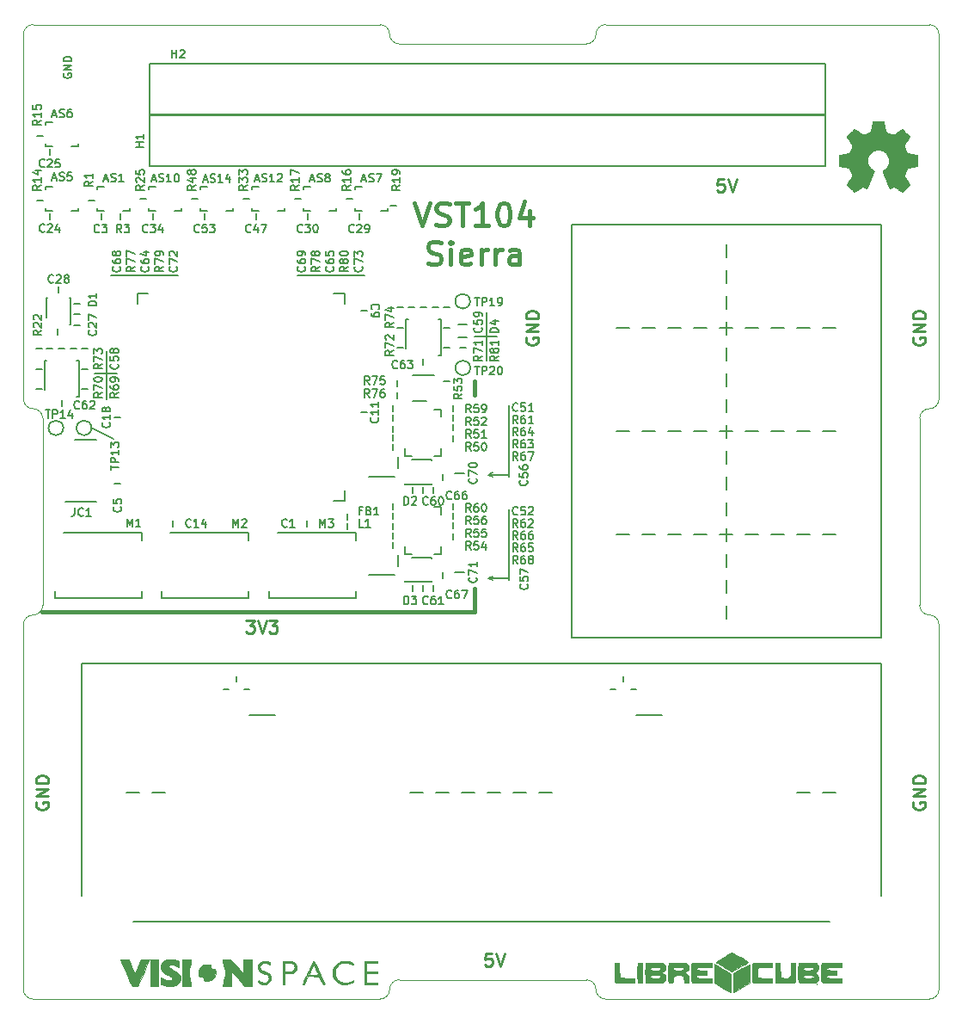
<source format=gbr>
G04 #@! TF.GenerationSoftware,KiCad,Pcbnew,(5.1.6)-1*
G04 #@! TF.CreationDate,2020-09-14T11:10:16+02:00*
G04 #@! TF.ProjectId,board_sierra,626f6172-645f-4736-9965-7272612e6b69,v1.1*
G04 #@! TF.SameCoordinates,PX1903cf0PY6c69e80*
G04 #@! TF.FileFunction,Legend,Top*
G04 #@! TF.FilePolarity,Positive*
%FSLAX46Y46*%
G04 Gerber Fmt 4.6, Leading zero omitted, Abs format (unit mm)*
G04 Created by KiCad (PCBNEW (5.1.6)-1) date 2020-09-14 11:10:16*
%MOMM*%
%LPD*%
G01*
G04 APERTURE LIST*
%ADD10C,0.160000*%
%ADD11C,0.450000*%
%ADD12C,0.400000*%
G04 #@! TA.AperFunction,Profile*
%ADD13C,0.100000*%
G04 #@! TD*
%ADD14C,0.200000*%
%ADD15C,0.010000*%
%ADD16C,0.250000*%
G04 APERTURE END LIST*
D10*
X-1100000Y85990477D02*
X-1138096Y85914286D01*
X-1138096Y85800000D01*
X-1100000Y85685715D01*
X-1023810Y85609524D01*
X-947620Y85571429D01*
X-795239Y85533334D01*
X-680953Y85533334D01*
X-528572Y85571429D01*
X-452381Y85609524D01*
X-376191Y85685715D01*
X-338096Y85800000D01*
X-338096Y85876191D01*
X-376191Y85990477D01*
X-414286Y86028572D01*
X-680953Y86028572D01*
X-680953Y85876191D01*
X-338096Y86371429D02*
X-1138096Y86371429D01*
X-338096Y86828572D01*
X-1138096Y86828572D01*
X-338096Y87209524D02*
X-1138096Y87209524D01*
X-1138096Y87400000D01*
X-1100000Y87514286D01*
X-1023810Y87590477D01*
X-947620Y87628572D01*
X-795239Y87666667D01*
X-680953Y87666667D01*
X-528572Y87628572D01*
X-452381Y87590477D01*
X-376191Y87514286D01*
X-338096Y87400000D01*
X-338096Y87209524D01*
X1610000Y51120000D02*
X3810000Y50038000D01*
D11*
X33427142Y73264643D02*
X34177142Y71014643D01*
X34927142Y73264643D01*
X35570000Y71121786D02*
X35891428Y71014643D01*
X36427142Y71014643D01*
X36641428Y71121786D01*
X36748571Y71228929D01*
X36855714Y71443215D01*
X36855714Y71657500D01*
X36748571Y71871786D01*
X36641428Y71978929D01*
X36427142Y72086072D01*
X35998571Y72193215D01*
X35784285Y72300358D01*
X35677142Y72407500D01*
X35570000Y72621786D01*
X35570000Y72836072D01*
X35677142Y73050358D01*
X35784285Y73157500D01*
X35998571Y73264643D01*
X36534285Y73264643D01*
X36855714Y73157500D01*
X37498571Y73264643D02*
X38784285Y73264643D01*
X38141428Y71014643D02*
X38141428Y73264643D01*
X40712857Y71014643D02*
X39427142Y71014643D01*
X40070000Y71014643D02*
X40070000Y73264643D01*
X39855714Y72943215D01*
X39641428Y72728929D01*
X39427142Y72621786D01*
X42105714Y73264643D02*
X42320000Y73264643D01*
X42534285Y73157500D01*
X42641428Y73050358D01*
X42748571Y72836072D01*
X42855714Y72407500D01*
X42855714Y71871786D01*
X42748571Y71443215D01*
X42641428Y71228929D01*
X42534285Y71121786D01*
X42320000Y71014643D01*
X42105714Y71014643D01*
X41891428Y71121786D01*
X41784285Y71228929D01*
X41677142Y71443215D01*
X41570000Y71871786D01*
X41570000Y72407500D01*
X41677142Y72836072D01*
X41784285Y73050358D01*
X41891428Y73157500D01*
X42105714Y73264643D01*
X44784285Y72514643D02*
X44784285Y71014643D01*
X44248571Y73371786D02*
X43712857Y71764643D01*
X45105714Y71764643D01*
X34766428Y67296786D02*
X35087857Y67189643D01*
X35623571Y67189643D01*
X35837857Y67296786D01*
X35945000Y67403929D01*
X36052142Y67618215D01*
X36052142Y67832500D01*
X35945000Y68046786D01*
X35837857Y68153929D01*
X35623571Y68261072D01*
X35195000Y68368215D01*
X34980714Y68475358D01*
X34873571Y68582500D01*
X34766428Y68796786D01*
X34766428Y69011072D01*
X34873571Y69225358D01*
X34980714Y69332500D01*
X35195000Y69439643D01*
X35730714Y69439643D01*
X36052142Y69332500D01*
X37016428Y67189643D02*
X37016428Y68689643D01*
X37016428Y69439643D02*
X36909285Y69332500D01*
X37016428Y69225358D01*
X37123571Y69332500D01*
X37016428Y69439643D01*
X37016428Y69225358D01*
X38945000Y67296786D02*
X38730714Y67189643D01*
X38302142Y67189643D01*
X38087857Y67296786D01*
X37980714Y67511072D01*
X37980714Y68368215D01*
X38087857Y68582500D01*
X38302142Y68689643D01*
X38730714Y68689643D01*
X38945000Y68582500D01*
X39052142Y68368215D01*
X39052142Y68153929D01*
X37980714Y67939643D01*
X40016428Y67189643D02*
X40016428Y68689643D01*
X40016428Y68261072D02*
X40123571Y68475358D01*
X40230714Y68582500D01*
X40445000Y68689643D01*
X40659285Y68689643D01*
X41409285Y67189643D02*
X41409285Y68689643D01*
X41409285Y68261072D02*
X41516428Y68475358D01*
X41623571Y68582500D01*
X41837857Y68689643D01*
X42052142Y68689643D01*
X43766428Y67189643D02*
X43766428Y68368215D01*
X43659285Y68582500D01*
X43445000Y68689643D01*
X43016428Y68689643D01*
X42802142Y68582500D01*
X43766428Y67296786D02*
X43552142Y67189643D01*
X43016428Y67189643D01*
X42802142Y67296786D01*
X42695000Y67511072D01*
X42695000Y67725358D01*
X42802142Y67939643D01*
X43016428Y68046786D01*
X43552142Y68046786D01*
X43766428Y68153929D01*
D12*
X39320000Y54320000D02*
X39320000Y55750000D01*
X39320000Y33020000D02*
X39320000Y35320000D01*
D10*
X42720000Y43120000D02*
X42720000Y36120000D01*
X42720000Y36320000D02*
X40720000Y36320000D01*
X40720000Y36320000D02*
X41120000Y36520000D01*
X40720000Y36320000D02*
X41120000Y36120000D01*
X40720000Y46520000D02*
X41120000Y46720000D01*
X40720000Y46520000D02*
X41120000Y46320000D01*
X42720000Y46520000D02*
X40720000Y46520000D01*
X42720000Y53320000D02*
X42720000Y46320000D01*
X39320000Y60120000D02*
X41520000Y60120000D01*
X40520000Y62520000D02*
X40520000Y57720000D01*
X28520000Y66120000D02*
X21920000Y66120000D01*
X1920000Y56520000D02*
X4120000Y56520000D01*
X3120000Y58720000D02*
X3120000Y53920000D01*
X10120000Y66120000D02*
X3520000Y66120000D01*
D13*
X50355500Y88900000D02*
G75*
G03*
X51308000Y89852500I0J952500D01*
G01*
X31940500Y88900000D02*
X50355500Y88900000D01*
X52260500Y90805000D02*
X84137500Y90805000D01*
X30988000Y89852500D02*
G75*
G03*
X30035500Y90805000I-952500J0D01*
G01*
X30988000Y89852500D02*
G75*
G03*
X31940500Y88900000I952500J0D01*
G01*
X-4127500Y90805000D02*
X30035500Y90805000D01*
X52260500Y90805000D02*
G75*
G03*
X51308000Y89852500I0J-952500D01*
G01*
D12*
X-3280000Y33020000D02*
X39320000Y33020000D01*
D13*
X52260500Y-5080000D02*
X84137500Y-5080000D01*
X31940500Y-3175000D02*
X50355500Y-3175000D01*
X-4127500Y-5080000D02*
X30035500Y-5080000D01*
X52260500Y-5080000D02*
G75*
G02*
X51308000Y-4127500I0J952500D01*
G01*
X50355500Y-3175000D02*
G75*
G02*
X51308000Y-4127500I0J-952500D01*
G01*
X30988000Y-4127500D02*
G75*
G02*
X31940500Y-3175000I952500J0D01*
G01*
X30988000Y-4127500D02*
G75*
G02*
X30035500Y-5080000I-952500J0D01*
G01*
X84137500Y53009800D02*
G75*
G03*
X83185000Y52057300I0J-952500D01*
G01*
X85090000Y89852500D02*
X85090000Y53962300D01*
X83185000Y52057300D02*
X83185000Y33667700D01*
X85090000Y31762700D02*
X85090000Y-4127500D01*
X83185000Y33667700D02*
G75*
G03*
X84137500Y32715200I952500J0D01*
G01*
X85090000Y31762700D02*
G75*
G03*
X84137500Y32715200I-952500J0D01*
G01*
X84137500Y53009800D02*
G75*
G03*
X85090000Y53962300I0J952500D01*
G01*
X85090000Y-4127500D02*
G75*
G02*
X84137500Y-5080000I-952500J0D01*
G01*
X84137500Y90805000D02*
G75*
G02*
X85090000Y89852500I0J-952500D01*
G01*
X-5080000Y31762700D02*
X-5080000Y-4127500D01*
X-5080000Y89852500D02*
X-5080000Y53962300D01*
X-5080000Y89852500D02*
G75*
G02*
X-4127500Y90805000I952500J0D01*
G01*
X-3175000Y52057300D02*
X-3175000Y33667700D01*
X-4127500Y53009800D02*
G75*
G02*
X-5080000Y53962300I0J952500D01*
G01*
X-4127500Y53009800D02*
G75*
G02*
X-3175000Y52057300I0J-952500D01*
G01*
X-3175000Y33667700D02*
G75*
G02*
X-4127500Y32715200I-952500J0D01*
G01*
X-5080000Y31762700D02*
G75*
G02*
X-4127500Y32715200I952500J0D01*
G01*
X-4127500Y-5080000D02*
G75*
G02*
X-5080000Y-4127500I0J952500D01*
G01*
D14*
G04 #@! TO.C,UA5*
X5080000Y15240000D02*
X6350000Y15240000D01*
X43180000Y15240000D02*
X44450000Y15240000D01*
X40640000Y15240000D02*
X41910000Y15240000D01*
X38100000Y15240000D02*
X39370000Y15240000D01*
X635000Y5080000D02*
X635000Y27940000D01*
X74295000Y2540000D02*
X5715000Y2540000D01*
X79375000Y27940000D02*
X79375000Y5080000D01*
X635000Y27940000D02*
X79375000Y27940000D01*
X73660000Y15240000D02*
X74930000Y15240000D01*
X71120000Y15240000D02*
X72390000Y15240000D01*
X45720000Y15240000D02*
X46990000Y15240000D01*
X7620000Y15240000D02*
X8890000Y15240000D01*
X35560000Y15240000D02*
X36830000Y15240000D01*
X33020000Y15240000D02*
X34290000Y15240000D01*
X66040000Y40640000D02*
X67310000Y40640000D01*
X58420000Y40640000D02*
X59690000Y40640000D01*
X53340000Y40640000D02*
X54610000Y40640000D01*
X73660000Y40640000D02*
X74930000Y40640000D01*
X71120000Y40640000D02*
X72390000Y40640000D01*
X55880000Y40640000D02*
X57150000Y40640000D01*
X63500000Y40640000D02*
X64770000Y40640000D01*
X60960000Y40640000D02*
X62230000Y40640000D01*
X68580000Y40640000D02*
X69850000Y40640000D01*
X66040000Y50800000D02*
X67310000Y50800000D01*
X58420000Y50800000D02*
X59690000Y50800000D01*
X53340000Y50800000D02*
X54610000Y50800000D01*
X73660000Y50800000D02*
X74930000Y50800000D01*
X71120000Y50800000D02*
X72390000Y50800000D01*
X55880000Y50800000D02*
X57150000Y50800000D01*
X63500000Y50800000D02*
X64770000Y50800000D01*
X60960000Y50800000D02*
X62230000Y50800000D01*
X68580000Y50800000D02*
X69850000Y50800000D01*
X53340000Y60960000D02*
X54610000Y60960000D01*
X73660000Y60960000D02*
X74930000Y60960000D01*
X68580000Y60960000D02*
X69850000Y60960000D01*
X66040000Y60960000D02*
X67310000Y60960000D01*
X63500000Y60960000D02*
X64770000Y60960000D01*
X60960000Y60960000D02*
X62230000Y60960000D01*
X58420000Y60960000D02*
X59690000Y60960000D01*
X71120000Y60960000D02*
X72390000Y60960000D01*
X55880000Y60960000D02*
X57150000Y60960000D01*
X64135000Y33655000D02*
X64135000Y32385000D01*
X64135000Y38735000D02*
X64135000Y37465000D01*
X64135000Y36195000D02*
X64135000Y34925000D01*
X64135000Y41275000D02*
X64135000Y40005000D01*
X64135000Y43815000D02*
X64135000Y42545000D01*
X64135000Y46355000D02*
X64135000Y45085000D01*
X64135000Y48895000D02*
X64135000Y47625000D01*
X64135000Y51435000D02*
X64135000Y50165000D01*
X64135000Y53975000D02*
X64135000Y52705000D01*
X64135000Y56515000D02*
X64135000Y55245000D01*
X64135000Y59055000D02*
X64135000Y57785000D01*
X64135000Y61595000D02*
X64135000Y60325000D01*
X64135000Y64135000D02*
X64135000Y62865000D01*
X64135000Y66675000D02*
X64135000Y65405000D01*
X64135000Y69215000D02*
X64135000Y67945000D01*
X48895000Y30480000D02*
X48895000Y71120000D01*
X79375000Y30480000D02*
X48895000Y30480000D01*
X79375000Y71120000D02*
X79375000Y30480000D01*
X48895000Y71120000D02*
X79375000Y71120000D01*
G04 #@! TO.C,UA3*
X54737000Y25400000D02*
X55245000Y25400000D01*
X52705000Y25400000D02*
X53213000Y25400000D01*
X53975000Y26670000D02*
X53975000Y26162000D01*
X55245000Y22860000D02*
X57785000Y22860000D01*
G04 #@! TO.C,UA1*
X16637000Y25400000D02*
X17145000Y25400000D01*
X14605000Y25400000D02*
X15113000Y25400000D01*
X15875000Y26670000D02*
X15875000Y26162000D01*
X17145000Y22860000D02*
X19685000Y22860000D01*
D10*
G04 #@! TO.C,TP20*
X38930000Y57020000D02*
G75*
G03*
X38930000Y57020000I-730000J0D01*
G01*
G04 #@! TO.C,TP19*
X38910000Y63580000D02*
G75*
G03*
X38910000Y63580000I-730000J0D01*
G01*
G04 #@! TO.C,TP14*
X-1150000Y51120000D02*
G75*
G03*
X-1150000Y51120000I-730000J0D01*
G01*
G04 #@! TO.C,TP13*
X1610000Y51120000D02*
G75*
G03*
X1610000Y51120000I-730000J0D01*
G01*
G04 #@! TO.C,C57*
X31786000Y37553000D02*
X31786000Y38653000D01*
X28976000Y36703000D02*
X31476000Y36703000D01*
G04 #@! TO.C,C56*
X31786000Y47205000D02*
X31786000Y48305000D01*
X28976000Y46355000D02*
X31476000Y46355000D01*
G04 #@! TO.C,R75*
X31750000Y55199000D02*
X31750000Y55799000D01*
G04 #@! TO.C,R53*
X36876000Y55753000D02*
X36276000Y55753000D01*
G04 #@! TO.C,U1*
X26536000Y63318000D02*
X26536000Y64358000D01*
X26536000Y64358000D02*
X25496000Y64358000D01*
X26536000Y44998000D02*
X26536000Y43958000D01*
X26536000Y43958000D02*
X25496000Y43958000D01*
X6136000Y63358000D02*
X6136000Y64358000D01*
X6136000Y64358000D02*
X7186000Y64358000D01*
G04 #@! TO.C,C34*
X7680000Y72210000D02*
X7680000Y71610000D01*
G04 #@! TO.C,C59*
X36260000Y60960000D02*
X36860000Y60960000D01*
G04 #@! TO.C,C68*
X-3260000Y58950000D02*
X-3860000Y58950000D01*
G04 #@! TO.C,C63*
X34310000Y57900000D02*
X34310000Y57300000D01*
G04 #@! TO.C,C62*
X-1310000Y53850000D02*
X-1310000Y53250000D01*
G04 #@! TO.C,C66*
X36190000Y46560000D02*
X36190000Y45960000D01*
G04 #@! TO.C,C70*
X37400000Y46670000D02*
X38340000Y46670000D01*
G04 #@! TO.C,C71*
X37400000Y36905000D02*
X38340000Y36905000D01*
G04 #@! TO.C,R70*
X-3260000Y54950000D02*
X-3860000Y54950000D01*
G04 #@! TO.C,R69*
X1240000Y54950000D02*
X640000Y54950000D01*
G04 #@! TO.C,U3*
X32610000Y58950000D02*
X32610000Y61850000D01*
X36010000Y61840000D02*
X36010000Y58270000D01*
X36010000Y58270000D02*
X35810000Y58270000D01*
X36010000Y61840000D02*
X35810000Y61840000D01*
X32810000Y61850000D02*
X32610000Y61850000D01*
D15*
G04 #@! TO.C,LOGO3*
G36*
X79235370Y81307210D02*
G01*
X79347723Y81306531D01*
X79437808Y81305324D01*
X79507585Y81303529D01*
X79559011Y81301083D01*
X79594043Y81297925D01*
X79614641Y81293994D01*
X79621136Y81291057D01*
X79628368Y81279452D01*
X79637390Y81253232D01*
X79648585Y81210672D01*
X79662332Y81150045D01*
X79679013Y81069625D01*
X79699009Y80967686D01*
X79722702Y80842501D01*
X79736059Y80770618D01*
X79762961Y80626996D01*
X79786004Y80508076D01*
X79805443Y80412700D01*
X79821530Y80339710D01*
X79834518Y80287947D01*
X79844661Y80256253D01*
X79851055Y80244404D01*
X79868019Y80234350D01*
X79905493Y80216289D01*
X79959627Y80191821D01*
X80026571Y80162545D01*
X80102478Y80130064D01*
X80183496Y80095976D01*
X80265777Y80061883D01*
X80345471Y80029385D01*
X80418728Y80000082D01*
X80481700Y79975574D01*
X80530537Y79957463D01*
X80561389Y79947348D01*
X80569344Y79945773D01*
X80583944Y79952960D01*
X80617658Y79973463D01*
X80668073Y80005696D01*
X80732771Y80048072D01*
X80809337Y80099004D01*
X80895356Y80156907D01*
X80988411Y80220192D01*
X81017879Y80240361D01*
X81112301Y80304893D01*
X81200110Y80364541D01*
X81278939Y80417726D01*
X81346422Y80462867D01*
X81400192Y80498382D01*
X81437883Y80522693D01*
X81457128Y80534218D01*
X81458991Y80534948D01*
X81472211Y80525942D01*
X81500927Y80500535D01*
X81542769Y80461140D01*
X81595364Y80410173D01*
X81656343Y80350049D01*
X81723334Y80283183D01*
X81793967Y80211988D01*
X81865869Y80138881D01*
X81936672Y80066275D01*
X82004002Y79996586D01*
X82065490Y79932229D01*
X82118765Y79875618D01*
X82161455Y79829168D01*
X82191189Y79795293D01*
X82205597Y79776410D01*
X82206534Y79773585D01*
X82197730Y79759141D01*
X82175731Y79725607D01*
X82142207Y79675453D01*
X82098823Y79611150D01*
X82047248Y79535169D01*
X81989150Y79449978D01*
X81926194Y79358049D01*
X81916597Y79344066D01*
X81853226Y79251144D01*
X81794808Y79164276D01*
X81742969Y79085975D01*
X81699338Y79018754D01*
X81665542Y78965125D01*
X81643210Y78927602D01*
X81633971Y78908695D01*
X81633814Y78907648D01*
X81638934Y78888142D01*
X81653210Y78848565D01*
X81675017Y78792707D01*
X81702731Y78724361D01*
X81734728Y78647318D01*
X81769383Y78565370D01*
X81805071Y78482309D01*
X81840168Y78401927D01*
X81873049Y78328014D01*
X81902089Y78264364D01*
X81925665Y78214767D01*
X81942151Y78183015D01*
X81948230Y78173810D01*
X81960208Y78166189D01*
X81984118Y78157342D01*
X82022010Y78146809D01*
X82075932Y78134129D01*
X82147933Y78118842D01*
X82240062Y78100488D01*
X82354367Y78078607D01*
X82460187Y78058804D01*
X82595754Y78033341D01*
X82707213Y78011759D01*
X82796295Y77993673D01*
X82864727Y77978699D01*
X82914240Y77966450D01*
X82946561Y77956543D01*
X82963420Y77948592D01*
X82966005Y77946176D01*
X82970461Y77933764D01*
X82974104Y77908165D01*
X82976997Y77867422D01*
X82979200Y77809576D01*
X82980775Y77732671D01*
X82981783Y77634748D01*
X82982286Y77513849D01*
X82982371Y77423845D01*
X82982264Y77294332D01*
X82981877Y77188531D01*
X82981112Y77103968D01*
X82979873Y77038171D01*
X82978061Y76988665D01*
X82975579Y76952979D01*
X82972329Y76928638D01*
X82968213Y76913169D01*
X82963134Y76904100D01*
X82961797Y76902636D01*
X82942379Y76886247D01*
X82933598Y76882062D01*
X82919411Y76879755D01*
X82882408Y76873192D01*
X82825514Y76862905D01*
X82751657Y76849430D01*
X82663763Y76833299D01*
X82564759Y76815047D01*
X82459920Y76795643D01*
X82321794Y76769653D01*
X82208382Y76747461D01*
X82118529Y76728812D01*
X82051080Y76713450D01*
X82004879Y76701117D01*
X81978772Y76691559D01*
X81972780Y76687627D01*
X81962698Y76670199D01*
X81944801Y76632024D01*
X81920584Y76576829D01*
X81891544Y76508341D01*
X81859176Y76430287D01*
X81824976Y76346393D01*
X81790442Y76260386D01*
X81757068Y76175994D01*
X81726352Y76096943D01*
X81699789Y76026961D01*
X81678875Y75969773D01*
X81665107Y75929108D01*
X81659980Y75908691D01*
X81659975Y75908422D01*
X81667178Y75892338D01*
X81687667Y75857331D01*
X81719778Y75805979D01*
X81761846Y75740856D01*
X81812208Y75664541D01*
X81869199Y75579608D01*
X81930416Y75489713D01*
X81992445Y75398933D01*
X82049736Y75314442D01*
X82100595Y75238787D01*
X82143329Y75174516D01*
X82176244Y75124175D01*
X82197647Y75090311D01*
X82205832Y75075518D01*
X82197935Y75061130D01*
X82172170Y75029765D01*
X82129589Y74982547D01*
X82071247Y74920601D01*
X81998195Y74845051D01*
X81911488Y74757021D01*
X81845161Y74690501D01*
X81751137Y74596856D01*
X81673686Y74520341D01*
X81611062Y74459374D01*
X81561518Y74412376D01*
X81523307Y74377765D01*
X81494684Y74353961D01*
X81473901Y74339383D01*
X81459211Y74332450D01*
X81448870Y74331582D01*
X81448636Y74331627D01*
X81430778Y74340352D01*
X81394189Y74362267D01*
X81341614Y74395586D01*
X81275801Y74438525D01*
X81199497Y74489295D01*
X81115449Y74546110D01*
X81051697Y74589747D01*
X80964011Y74649972D01*
X80882444Y74705791D01*
X80809694Y74755377D01*
X80748456Y74796898D01*
X80701427Y74828526D01*
X80671303Y74848430D01*
X80661577Y74854485D01*
X80651447Y74857805D01*
X80637493Y74857151D01*
X80616935Y74851287D01*
X80586994Y74838974D01*
X80544892Y74818974D01*
X80487849Y74790050D01*
X80413085Y74750964D01*
X80328316Y74706057D01*
X80284727Y74683825D01*
X80257598Y74673418D01*
X80240813Y74673397D01*
X80228255Y74682323D01*
X80228110Y74682474D01*
X80219666Y74698053D01*
X80202416Y74735466D01*
X80177360Y74792290D01*
X80145498Y74866106D01*
X80107829Y74954494D01*
X80065354Y75055031D01*
X80019071Y75165298D01*
X79969981Y75282873D01*
X79919084Y75405337D01*
X79867380Y75530269D01*
X79815867Y75655247D01*
X79765547Y75777852D01*
X79717419Y75895662D01*
X79672482Y76006256D01*
X79631737Y76107215D01*
X79596183Y76196118D01*
X79566821Y76270543D01*
X79544649Y76328070D01*
X79530668Y76366279D01*
X79525876Y76382682D01*
X79537271Y76406326D01*
X79572143Y76435992D01*
X79601160Y76454900D01*
X79751970Y76560490D01*
X79880933Y76678943D01*
X79987497Y76809390D01*
X80071108Y76950967D01*
X80131213Y77102807D01*
X80167259Y77264042D01*
X80176614Y77356178D01*
X80174214Y77524487D01*
X80147212Y77686169D01*
X80096780Y77839226D01*
X80024090Y77981661D01*
X79930312Y78111473D01*
X79816620Y78226667D01*
X79684184Y78325244D01*
X79571701Y78387827D01*
X79448483Y78440607D01*
X79331360Y78474806D01*
X79210504Y78492628D01*
X79087268Y78496450D01*
X78920258Y78481795D01*
X78761075Y78442916D01*
X78611752Y78381125D01*
X78474321Y78297733D01*
X78350813Y78194053D01*
X78243260Y78071396D01*
X78153694Y77931075D01*
X78125865Y77875679D01*
X78085439Y77782101D01*
X78057346Y77697027D01*
X78039778Y77611810D01*
X78030924Y77517801D01*
X78028939Y77412319D01*
X78030186Y77334119D01*
X78033655Y77273723D01*
X78040386Y77222776D01*
X78051420Y77172924D01*
X78064468Y77126799D01*
X78117222Y76982535D01*
X78185449Y76852994D01*
X78271605Y76734992D01*
X78378144Y76625343D01*
X78507520Y76520862D01*
X78559869Y76484098D01*
X78607573Y76450633D01*
X78646659Y76421217D01*
X78672249Y76399641D01*
X78679581Y76391080D01*
X78676193Y76375600D01*
X78663789Y76338917D01*
X78643493Y76283972D01*
X78616432Y76213702D01*
X78583732Y76131047D01*
X78546520Y76038947D01*
X78518520Y75970745D01*
X78470007Y75853285D01*
X78414511Y75718842D01*
X78355015Y75574647D01*
X78294502Y75427934D01*
X78235956Y75285932D01*
X78182360Y75155874D01*
X78169430Y75124486D01*
X78114711Y74992930D01*
X78068030Y74883429D01*
X78029606Y74796472D01*
X77999661Y74732546D01*
X77978417Y74692137D01*
X77966095Y74675735D01*
X77965520Y74675480D01*
X77945782Y74678897D01*
X77906836Y74694111D01*
X77852038Y74719627D01*
X77784740Y74753948D01*
X77760274Y74766999D01*
X77697207Y74800615D01*
X77642042Y74829321D01*
X77598957Y74850999D01*
X77572129Y74863528D01*
X77565539Y74865773D01*
X77552474Y74858611D01*
X77520348Y74838229D01*
X77471648Y74806286D01*
X77408863Y74764440D01*
X77334481Y74714347D01*
X77250989Y74657668D01*
X77162788Y74597371D01*
X77072101Y74535666D01*
X76987360Y74478961D01*
X76911174Y74428928D01*
X76846151Y74387241D01*
X76794899Y74355572D01*
X76760025Y74335595D01*
X76744388Y74328969D01*
X76726668Y74338571D01*
X76691227Y74367342D01*
X76638126Y74415224D01*
X76567424Y74482162D01*
X76479182Y74568102D01*
X76373458Y74672986D01*
X76360607Y74685835D01*
X76256051Y74791157D01*
X76169189Y74880193D01*
X76100301Y74952640D01*
X76049668Y75008197D01*
X76017571Y75046561D01*
X76004291Y75067430D01*
X76003918Y75069457D01*
X76011122Y75086111D01*
X76031619Y75121647D01*
X76063736Y75173459D01*
X76105802Y75238942D01*
X76156141Y75315490D01*
X76213083Y75400499D01*
X76272320Y75487521D01*
X76340729Y75588084D01*
X76401210Y75678646D01*
X76452470Y75757180D01*
X76493220Y75821660D01*
X76522169Y75870059D01*
X76538027Y75900351D01*
X76540722Y75909003D01*
X76535869Y75929942D01*
X76522313Y75971138D01*
X76501555Y76028842D01*
X76475098Y76099300D01*
X76444444Y76178761D01*
X76411096Y76263472D01*
X76376557Y76349681D01*
X76342327Y76433637D01*
X76309910Y76511588D01*
X76280808Y76579781D01*
X76256524Y76634465D01*
X76238560Y76671888D01*
X76228832Y76687920D01*
X76212855Y76696075D01*
X76178148Y76706716D01*
X76123446Y76720119D01*
X76047482Y76736565D01*
X75948990Y76756332D01*
X75826704Y76779700D01*
X75735516Y76796647D01*
X75609507Y76820032D01*
X75506873Y76839526D01*
X75425181Y76855688D01*
X75362001Y76869078D01*
X75314902Y76880254D01*
X75281453Y76889777D01*
X75259224Y76898206D01*
X75245783Y76906101D01*
X75241263Y76910409D01*
X75235344Y76919141D01*
X75230535Y76931754D01*
X75226721Y76950826D01*
X75223788Y76978938D01*
X75221625Y77018667D01*
X75220116Y77072593D01*
X75219148Y77143296D01*
X75218608Y77233353D01*
X75218382Y77345343D01*
X75218351Y77430907D01*
X75218567Y77566468D01*
X75219258Y77677816D01*
X75220486Y77766921D01*
X75222313Y77835751D01*
X75224803Y77886275D01*
X75228017Y77920463D01*
X75232019Y77940283D01*
X75234717Y77945960D01*
X75246987Y77953441D01*
X75274770Y77962803D01*
X75319754Y77974421D01*
X75383631Y77988670D01*
X75468091Y78005924D01*
X75574824Y78026558D01*
X75705520Y78050946D01*
X75722423Y78054056D01*
X75831555Y78074298D01*
X75933672Y78093595D01*
X76025630Y78111328D01*
X76104288Y78126875D01*
X76166504Y78139616D01*
X76209138Y78148931D01*
X76228803Y78154101D01*
X76240171Y78160660D01*
X76252344Y78173321D01*
X76266639Y78194674D01*
X76284373Y78227309D01*
X76306865Y78273816D01*
X76335431Y78336786D01*
X76371389Y78418809D01*
X76415375Y78520882D01*
X76454040Y78612100D01*
X76489065Y78696757D01*
X76519141Y78771529D01*
X76542961Y78833092D01*
X76559217Y78878122D01*
X76566601Y78903294D01*
X76566907Y78906036D01*
X76559319Y78925909D01*
X76537050Y78965778D01*
X76500844Y79024480D01*
X76451443Y79100850D01*
X76389592Y79193725D01*
X76316032Y79301940D01*
X76289646Y79340337D01*
X76226582Y79432553D01*
X76168283Y79519082D01*
X76116441Y79597316D01*
X76072746Y79664647D01*
X76038890Y79718468D01*
X76016564Y79756172D01*
X76007459Y79775150D01*
X76007380Y79775567D01*
X76008300Y79786140D01*
X76014940Y79800656D01*
X76028903Y79820880D01*
X76051795Y79848576D01*
X76085217Y79885512D01*
X76130775Y79933451D01*
X76190071Y79994160D01*
X76264710Y80069403D01*
X76356295Y80160946D01*
X76368783Y80173393D01*
X76475425Y80279022D01*
X76564453Y80365824D01*
X76636163Y80434075D01*
X76690853Y80484050D01*
X76728820Y80516024D01*
X76750360Y80530271D01*
X76754781Y80530970D01*
X76769622Y80522087D01*
X76803554Y80499977D01*
X76854122Y80466295D01*
X76918869Y80422696D01*
X76995341Y80370835D01*
X77081082Y80312366D01*
X77173637Y80248945D01*
X77194494Y80234613D01*
X77288131Y80170575D01*
X77375513Y80111466D01*
X77454188Y80058894D01*
X77521708Y80014468D01*
X77575623Y79979796D01*
X77613483Y79956486D01*
X77632839Y79946147D01*
X77634392Y79945773D01*
X77651649Y79950566D01*
X77689484Y79964024D01*
X77744290Y79984766D01*
X77812463Y80011411D01*
X77890398Y80042578D01*
X77945202Y80064860D01*
X78055973Y80110209D01*
X78144961Y80146772D01*
X78214618Y80175670D01*
X78267399Y80198026D01*
X78305758Y80214964D01*
X78332148Y80227605D01*
X78349024Y80237073D01*
X78358839Y80244490D01*
X78364047Y80250980D01*
X78367103Y80257663D01*
X78367210Y80257936D01*
X78371020Y80274154D01*
X78378951Y80312641D01*
X78390343Y80369921D01*
X78404535Y80442518D01*
X78420868Y80526955D01*
X78438682Y80619756D01*
X78457317Y80717445D01*
X78476115Y80816545D01*
X78494414Y80913580D01*
X78511555Y81005074D01*
X78526878Y81087550D01*
X78539724Y81157533D01*
X78549432Y81211545D01*
X78555344Y81246110D01*
X78556896Y81257389D01*
X78565216Y81272713D01*
X78577585Y81286848D01*
X78585514Y81292166D01*
X78599265Y81296498D01*
X78621309Y81299942D01*
X78654120Y81302595D01*
X78700172Y81304555D01*
X78761938Y81305920D01*
X78841890Y81306787D01*
X78942502Y81307253D01*
X79066248Y81307417D01*
X79098794Y81307422D01*
X79235370Y81307210D01*
G37*
X79235370Y81307210D02*
X79347723Y81306531D01*
X79437808Y81305324D01*
X79507585Y81303529D01*
X79559011Y81301083D01*
X79594043Y81297925D01*
X79614641Y81293994D01*
X79621136Y81291057D01*
X79628368Y81279452D01*
X79637390Y81253232D01*
X79648585Y81210672D01*
X79662332Y81150045D01*
X79679013Y81069625D01*
X79699009Y80967686D01*
X79722702Y80842501D01*
X79736059Y80770618D01*
X79762961Y80626996D01*
X79786004Y80508076D01*
X79805443Y80412700D01*
X79821530Y80339710D01*
X79834518Y80287947D01*
X79844661Y80256253D01*
X79851055Y80244404D01*
X79868019Y80234350D01*
X79905493Y80216289D01*
X79959627Y80191821D01*
X80026571Y80162545D01*
X80102478Y80130064D01*
X80183496Y80095976D01*
X80265777Y80061883D01*
X80345471Y80029385D01*
X80418728Y80000082D01*
X80481700Y79975574D01*
X80530537Y79957463D01*
X80561389Y79947348D01*
X80569344Y79945773D01*
X80583944Y79952960D01*
X80617658Y79973463D01*
X80668073Y80005696D01*
X80732771Y80048072D01*
X80809337Y80099004D01*
X80895356Y80156907D01*
X80988411Y80220192D01*
X81017879Y80240361D01*
X81112301Y80304893D01*
X81200110Y80364541D01*
X81278939Y80417726D01*
X81346422Y80462867D01*
X81400192Y80498382D01*
X81437883Y80522693D01*
X81457128Y80534218D01*
X81458991Y80534948D01*
X81472211Y80525942D01*
X81500927Y80500535D01*
X81542769Y80461140D01*
X81595364Y80410173D01*
X81656343Y80350049D01*
X81723334Y80283183D01*
X81793967Y80211988D01*
X81865869Y80138881D01*
X81936672Y80066275D01*
X82004002Y79996586D01*
X82065490Y79932229D01*
X82118765Y79875618D01*
X82161455Y79829168D01*
X82191189Y79795293D01*
X82205597Y79776410D01*
X82206534Y79773585D01*
X82197730Y79759141D01*
X82175731Y79725607D01*
X82142207Y79675453D01*
X82098823Y79611150D01*
X82047248Y79535169D01*
X81989150Y79449978D01*
X81926194Y79358049D01*
X81916597Y79344066D01*
X81853226Y79251144D01*
X81794808Y79164276D01*
X81742969Y79085975D01*
X81699338Y79018754D01*
X81665542Y78965125D01*
X81643210Y78927602D01*
X81633971Y78908695D01*
X81633814Y78907648D01*
X81638934Y78888142D01*
X81653210Y78848565D01*
X81675017Y78792707D01*
X81702731Y78724361D01*
X81734728Y78647318D01*
X81769383Y78565370D01*
X81805071Y78482309D01*
X81840168Y78401927D01*
X81873049Y78328014D01*
X81902089Y78264364D01*
X81925665Y78214767D01*
X81942151Y78183015D01*
X81948230Y78173810D01*
X81960208Y78166189D01*
X81984118Y78157342D01*
X82022010Y78146809D01*
X82075932Y78134129D01*
X82147933Y78118842D01*
X82240062Y78100488D01*
X82354367Y78078607D01*
X82460187Y78058804D01*
X82595754Y78033341D01*
X82707213Y78011759D01*
X82796295Y77993673D01*
X82864727Y77978699D01*
X82914240Y77966450D01*
X82946561Y77956543D01*
X82963420Y77948592D01*
X82966005Y77946176D01*
X82970461Y77933764D01*
X82974104Y77908165D01*
X82976997Y77867422D01*
X82979200Y77809576D01*
X82980775Y77732671D01*
X82981783Y77634748D01*
X82982286Y77513849D01*
X82982371Y77423845D01*
X82982264Y77294332D01*
X82981877Y77188531D01*
X82981112Y77103968D01*
X82979873Y77038171D01*
X82978061Y76988665D01*
X82975579Y76952979D01*
X82972329Y76928638D01*
X82968213Y76913169D01*
X82963134Y76904100D01*
X82961797Y76902636D01*
X82942379Y76886247D01*
X82933598Y76882062D01*
X82919411Y76879755D01*
X82882408Y76873192D01*
X82825514Y76862905D01*
X82751657Y76849430D01*
X82663763Y76833299D01*
X82564759Y76815047D01*
X82459920Y76795643D01*
X82321794Y76769653D01*
X82208382Y76747461D01*
X82118529Y76728812D01*
X82051080Y76713450D01*
X82004879Y76701117D01*
X81978772Y76691559D01*
X81972780Y76687627D01*
X81962698Y76670199D01*
X81944801Y76632024D01*
X81920584Y76576829D01*
X81891544Y76508341D01*
X81859176Y76430287D01*
X81824976Y76346393D01*
X81790442Y76260386D01*
X81757068Y76175994D01*
X81726352Y76096943D01*
X81699789Y76026961D01*
X81678875Y75969773D01*
X81665107Y75929108D01*
X81659980Y75908691D01*
X81659975Y75908422D01*
X81667178Y75892338D01*
X81687667Y75857331D01*
X81719778Y75805979D01*
X81761846Y75740856D01*
X81812208Y75664541D01*
X81869199Y75579608D01*
X81930416Y75489713D01*
X81992445Y75398933D01*
X82049736Y75314442D01*
X82100595Y75238787D01*
X82143329Y75174516D01*
X82176244Y75124175D01*
X82197647Y75090311D01*
X82205832Y75075518D01*
X82197935Y75061130D01*
X82172170Y75029765D01*
X82129589Y74982547D01*
X82071247Y74920601D01*
X81998195Y74845051D01*
X81911488Y74757021D01*
X81845161Y74690501D01*
X81751137Y74596856D01*
X81673686Y74520341D01*
X81611062Y74459374D01*
X81561518Y74412376D01*
X81523307Y74377765D01*
X81494684Y74353961D01*
X81473901Y74339383D01*
X81459211Y74332450D01*
X81448870Y74331582D01*
X81448636Y74331627D01*
X81430778Y74340352D01*
X81394189Y74362267D01*
X81341614Y74395586D01*
X81275801Y74438525D01*
X81199497Y74489295D01*
X81115449Y74546110D01*
X81051697Y74589747D01*
X80964011Y74649972D01*
X80882444Y74705791D01*
X80809694Y74755377D01*
X80748456Y74796898D01*
X80701427Y74828526D01*
X80671303Y74848430D01*
X80661577Y74854485D01*
X80651447Y74857805D01*
X80637493Y74857151D01*
X80616935Y74851287D01*
X80586994Y74838974D01*
X80544892Y74818974D01*
X80487849Y74790050D01*
X80413085Y74750964D01*
X80328316Y74706057D01*
X80284727Y74683825D01*
X80257598Y74673418D01*
X80240813Y74673397D01*
X80228255Y74682323D01*
X80228110Y74682474D01*
X80219666Y74698053D01*
X80202416Y74735466D01*
X80177360Y74792290D01*
X80145498Y74866106D01*
X80107829Y74954494D01*
X80065354Y75055031D01*
X80019071Y75165298D01*
X79969981Y75282873D01*
X79919084Y75405337D01*
X79867380Y75530269D01*
X79815867Y75655247D01*
X79765547Y75777852D01*
X79717419Y75895662D01*
X79672482Y76006256D01*
X79631737Y76107215D01*
X79596183Y76196118D01*
X79566821Y76270543D01*
X79544649Y76328070D01*
X79530668Y76366279D01*
X79525876Y76382682D01*
X79537271Y76406326D01*
X79572143Y76435992D01*
X79601160Y76454900D01*
X79751970Y76560490D01*
X79880933Y76678943D01*
X79987497Y76809390D01*
X80071108Y76950967D01*
X80131213Y77102807D01*
X80167259Y77264042D01*
X80176614Y77356178D01*
X80174214Y77524487D01*
X80147212Y77686169D01*
X80096780Y77839226D01*
X80024090Y77981661D01*
X79930312Y78111473D01*
X79816620Y78226667D01*
X79684184Y78325244D01*
X79571701Y78387827D01*
X79448483Y78440607D01*
X79331360Y78474806D01*
X79210504Y78492628D01*
X79087268Y78496450D01*
X78920258Y78481795D01*
X78761075Y78442916D01*
X78611752Y78381125D01*
X78474321Y78297733D01*
X78350813Y78194053D01*
X78243260Y78071396D01*
X78153694Y77931075D01*
X78125865Y77875679D01*
X78085439Y77782101D01*
X78057346Y77697027D01*
X78039778Y77611810D01*
X78030924Y77517801D01*
X78028939Y77412319D01*
X78030186Y77334119D01*
X78033655Y77273723D01*
X78040386Y77222776D01*
X78051420Y77172924D01*
X78064468Y77126799D01*
X78117222Y76982535D01*
X78185449Y76852994D01*
X78271605Y76734992D01*
X78378144Y76625343D01*
X78507520Y76520862D01*
X78559869Y76484098D01*
X78607573Y76450633D01*
X78646659Y76421217D01*
X78672249Y76399641D01*
X78679581Y76391080D01*
X78676193Y76375600D01*
X78663789Y76338917D01*
X78643493Y76283972D01*
X78616432Y76213702D01*
X78583732Y76131047D01*
X78546520Y76038947D01*
X78518520Y75970745D01*
X78470007Y75853285D01*
X78414511Y75718842D01*
X78355015Y75574647D01*
X78294502Y75427934D01*
X78235956Y75285932D01*
X78182360Y75155874D01*
X78169430Y75124486D01*
X78114711Y74992930D01*
X78068030Y74883429D01*
X78029606Y74796472D01*
X77999661Y74732546D01*
X77978417Y74692137D01*
X77966095Y74675735D01*
X77965520Y74675480D01*
X77945782Y74678897D01*
X77906836Y74694111D01*
X77852038Y74719627D01*
X77784740Y74753948D01*
X77760274Y74766999D01*
X77697207Y74800615D01*
X77642042Y74829321D01*
X77598957Y74850999D01*
X77572129Y74863528D01*
X77565539Y74865773D01*
X77552474Y74858611D01*
X77520348Y74838229D01*
X77471648Y74806286D01*
X77408863Y74764440D01*
X77334481Y74714347D01*
X77250989Y74657668D01*
X77162788Y74597371D01*
X77072101Y74535666D01*
X76987360Y74478961D01*
X76911174Y74428928D01*
X76846151Y74387241D01*
X76794899Y74355572D01*
X76760025Y74335595D01*
X76744388Y74328969D01*
X76726668Y74338571D01*
X76691227Y74367342D01*
X76638126Y74415224D01*
X76567424Y74482162D01*
X76479182Y74568102D01*
X76373458Y74672986D01*
X76360607Y74685835D01*
X76256051Y74791157D01*
X76169189Y74880193D01*
X76100301Y74952640D01*
X76049668Y75008197D01*
X76017571Y75046561D01*
X76004291Y75067430D01*
X76003918Y75069457D01*
X76011122Y75086111D01*
X76031619Y75121647D01*
X76063736Y75173459D01*
X76105802Y75238942D01*
X76156141Y75315490D01*
X76213083Y75400499D01*
X76272320Y75487521D01*
X76340729Y75588084D01*
X76401210Y75678646D01*
X76452470Y75757180D01*
X76493220Y75821660D01*
X76522169Y75870059D01*
X76538027Y75900351D01*
X76540722Y75909003D01*
X76535869Y75929942D01*
X76522313Y75971138D01*
X76501555Y76028842D01*
X76475098Y76099300D01*
X76444444Y76178761D01*
X76411096Y76263472D01*
X76376557Y76349681D01*
X76342327Y76433637D01*
X76309910Y76511588D01*
X76280808Y76579781D01*
X76256524Y76634465D01*
X76238560Y76671888D01*
X76228832Y76687920D01*
X76212855Y76696075D01*
X76178148Y76706716D01*
X76123446Y76720119D01*
X76047482Y76736565D01*
X75948990Y76756332D01*
X75826704Y76779700D01*
X75735516Y76796647D01*
X75609507Y76820032D01*
X75506873Y76839526D01*
X75425181Y76855688D01*
X75362001Y76869078D01*
X75314902Y76880254D01*
X75281453Y76889777D01*
X75259224Y76898206D01*
X75245783Y76906101D01*
X75241263Y76910409D01*
X75235344Y76919141D01*
X75230535Y76931754D01*
X75226721Y76950826D01*
X75223788Y76978938D01*
X75221625Y77018667D01*
X75220116Y77072593D01*
X75219148Y77143296D01*
X75218608Y77233353D01*
X75218382Y77345343D01*
X75218351Y77430907D01*
X75218567Y77566468D01*
X75219258Y77677816D01*
X75220486Y77766921D01*
X75222313Y77835751D01*
X75224803Y77886275D01*
X75228017Y77920463D01*
X75232019Y77940283D01*
X75234717Y77945960D01*
X75246987Y77953441D01*
X75274770Y77962803D01*
X75319754Y77974421D01*
X75383631Y77988670D01*
X75468091Y78005924D01*
X75574824Y78026558D01*
X75705520Y78050946D01*
X75722423Y78054056D01*
X75831555Y78074298D01*
X75933672Y78093595D01*
X76025630Y78111328D01*
X76104288Y78126875D01*
X76166504Y78139616D01*
X76209138Y78148931D01*
X76228803Y78154101D01*
X76240171Y78160660D01*
X76252344Y78173321D01*
X76266639Y78194674D01*
X76284373Y78227309D01*
X76306865Y78273816D01*
X76335431Y78336786D01*
X76371389Y78418809D01*
X76415375Y78520882D01*
X76454040Y78612100D01*
X76489065Y78696757D01*
X76519141Y78771529D01*
X76542961Y78833092D01*
X76559217Y78878122D01*
X76566601Y78903294D01*
X76566907Y78906036D01*
X76559319Y78925909D01*
X76537050Y78965778D01*
X76500844Y79024480D01*
X76451443Y79100850D01*
X76389592Y79193725D01*
X76316032Y79301940D01*
X76289646Y79340337D01*
X76226582Y79432553D01*
X76168283Y79519082D01*
X76116441Y79597316D01*
X76072746Y79664647D01*
X76038890Y79718468D01*
X76016564Y79756172D01*
X76007459Y79775150D01*
X76007380Y79775567D01*
X76008300Y79786140D01*
X76014940Y79800656D01*
X76028903Y79820880D01*
X76051795Y79848576D01*
X76085217Y79885512D01*
X76130775Y79933451D01*
X76190071Y79994160D01*
X76264710Y80069403D01*
X76356295Y80160946D01*
X76368783Y80173393D01*
X76475425Y80279022D01*
X76564453Y80365824D01*
X76636163Y80434075D01*
X76690853Y80484050D01*
X76728820Y80516024D01*
X76750360Y80530271D01*
X76754781Y80530970D01*
X76769622Y80522087D01*
X76803554Y80499977D01*
X76854122Y80466295D01*
X76918869Y80422696D01*
X76995341Y80370835D01*
X77081082Y80312366D01*
X77173637Y80248945D01*
X77194494Y80234613D01*
X77288131Y80170575D01*
X77375513Y80111466D01*
X77454188Y80058894D01*
X77521708Y80014468D01*
X77575623Y79979796D01*
X77613483Y79956486D01*
X77632839Y79946147D01*
X77634392Y79945773D01*
X77651649Y79950566D01*
X77689484Y79964024D01*
X77744290Y79984766D01*
X77812463Y80011411D01*
X77890398Y80042578D01*
X77945202Y80064860D01*
X78055973Y80110209D01*
X78144961Y80146772D01*
X78214618Y80175670D01*
X78267399Y80198026D01*
X78305758Y80214964D01*
X78332148Y80227605D01*
X78349024Y80237073D01*
X78358839Y80244490D01*
X78364047Y80250980D01*
X78367103Y80257663D01*
X78367210Y80257936D01*
X78371020Y80274154D01*
X78378951Y80312641D01*
X78390343Y80369921D01*
X78404535Y80442518D01*
X78420868Y80526955D01*
X78438682Y80619756D01*
X78457317Y80717445D01*
X78476115Y80816545D01*
X78494414Y80913580D01*
X78511555Y81005074D01*
X78526878Y81087550D01*
X78539724Y81157533D01*
X78549432Y81211545D01*
X78555344Y81246110D01*
X78556896Y81257389D01*
X78565216Y81272713D01*
X78577585Y81286848D01*
X78585514Y81292166D01*
X78599265Y81296498D01*
X78621309Y81299942D01*
X78654120Y81302595D01*
X78700172Y81304555D01*
X78761938Y81305920D01*
X78841890Y81306787D01*
X78942502Y81307253D01*
X79066248Y81307417D01*
X79098794Y81307422D01*
X79235370Y81307210D01*
D10*
G04 #@! TO.C,M1*
X6566000Y35092000D02*
X6566000Y34392000D01*
X-1994000Y34392000D02*
X6566000Y34392000D01*
X-1994000Y35092000D02*
X-1994000Y34392000D01*
X6566000Y40792000D02*
X-1144000Y40792000D01*
X6566000Y40792000D02*
X6566000Y40092000D01*
G04 #@! TO.C,M3*
X27648000Y35092000D02*
X27648000Y34392000D01*
X19088000Y34392000D02*
X27648000Y34392000D01*
X19088000Y35092000D02*
X19088000Y34392000D01*
X27648000Y40792000D02*
X19938000Y40792000D01*
X27648000Y40792000D02*
X27648000Y40092000D01*
G04 #@! TO.C,M2*
X17107000Y35092000D02*
X17107000Y34392000D01*
X8547000Y34392000D02*
X17107000Y34392000D01*
X8547000Y35092000D02*
X8547000Y34392000D01*
X17107000Y40792000D02*
X9397000Y40792000D01*
X17107000Y40792000D02*
X17107000Y40092000D01*
G04 #@! TO.C,U2*
X-3010000Y54890000D02*
X-3010000Y57790000D01*
X390000Y57780000D02*
X390000Y54210000D01*
X390000Y54210000D02*
X190000Y54210000D01*
X390000Y57780000D02*
X190000Y57780000D01*
X-2810000Y57790000D02*
X-3010000Y57790000D01*
D15*
G04 #@! TO.C,LOGO1*
G36*
X5584143Y-1891556D02*
G01*
X5662961Y-2090079D01*
X5734827Y-2267435D01*
X5796341Y-2415533D01*
X5844105Y-2526281D01*
X5874722Y-2591587D01*
X5884143Y-2605931D01*
X5901009Y-2578101D01*
X5937954Y-2499356D01*
X5991483Y-2377743D01*
X6058100Y-2221307D01*
X6134310Y-2038097D01*
X6190545Y-1900562D01*
X6477429Y-1194125D01*
X6896299Y-1185245D01*
X7074341Y-1183670D01*
X7205288Y-1187213D01*
X7283548Y-1195575D01*
X7304272Y-1207097D01*
X7289495Y-1241677D01*
X7251594Y-1328270D01*
X7193228Y-1460858D01*
X7117055Y-1633422D01*
X7025733Y-1839944D01*
X6921921Y-2074407D01*
X6808277Y-2330792D01*
X6721875Y-2525548D01*
X6150375Y-3813268D01*
X5890311Y-3813384D01*
X5768219Y-3810452D01*
X5672531Y-3802553D01*
X5619349Y-3791206D01*
X5614068Y-3787321D01*
X5597494Y-3752227D01*
X5559112Y-3666701D01*
X5502050Y-3537921D01*
X5429435Y-3373067D01*
X5344396Y-3179316D01*
X5250063Y-2963847D01*
X5149562Y-2733838D01*
X5046022Y-2496468D01*
X4942571Y-2258915D01*
X4842339Y-2028357D01*
X4748452Y-1811973D01*
X4664040Y-1616942D01*
X4592231Y-1450441D01*
X4536152Y-1319649D01*
X4498933Y-1231745D01*
X4483702Y-1193906D01*
X4483500Y-1193050D01*
X4513277Y-1187528D01*
X4594726Y-1182941D01*
X4716018Y-1179718D01*
X4865327Y-1178285D01*
X4893580Y-1178250D01*
X5303661Y-1178250D01*
X5584143Y-1891556D01*
G37*
X5584143Y-1891556D02*
X5662961Y-2090079D01*
X5734827Y-2267435D01*
X5796341Y-2415533D01*
X5844105Y-2526281D01*
X5874722Y-2591587D01*
X5884143Y-2605931D01*
X5901009Y-2578101D01*
X5937954Y-2499356D01*
X5991483Y-2377743D01*
X6058100Y-2221307D01*
X6134310Y-2038097D01*
X6190545Y-1900562D01*
X6477429Y-1194125D01*
X6896299Y-1185245D01*
X7074341Y-1183670D01*
X7205288Y-1187213D01*
X7283548Y-1195575D01*
X7304272Y-1207097D01*
X7289495Y-1241677D01*
X7251594Y-1328270D01*
X7193228Y-1460858D01*
X7117055Y-1633422D01*
X7025733Y-1839944D01*
X6921921Y-2074407D01*
X6808277Y-2330792D01*
X6721875Y-2525548D01*
X6150375Y-3813268D01*
X5890311Y-3813384D01*
X5768219Y-3810452D01*
X5672531Y-3802553D01*
X5619349Y-3791206D01*
X5614068Y-3787321D01*
X5597494Y-3752227D01*
X5559112Y-3666701D01*
X5502050Y-3537921D01*
X5429435Y-3373067D01*
X5344396Y-3179316D01*
X5250063Y-2963847D01*
X5149562Y-2733838D01*
X5046022Y-2496468D01*
X4942571Y-2258915D01*
X4842339Y-2028357D01*
X4748452Y-1811973D01*
X4664040Y-1616942D01*
X4592231Y-1450441D01*
X4536152Y-1319649D01*
X4498933Y-1231745D01*
X4483702Y-1193906D01*
X4483500Y-1193050D01*
X4513277Y-1187528D01*
X4594726Y-1182941D01*
X4716018Y-1179718D01*
X4865327Y-1178285D01*
X4893580Y-1178250D01*
X5303661Y-1178250D01*
X5584143Y-1891556D01*
G36*
X9743465Y-1174081D02*
G01*
X10044104Y-1253050D01*
X10142937Y-1293199D01*
X10262000Y-1346644D01*
X10262000Y-1965177D01*
X10015548Y-1839262D01*
X9833726Y-1756881D01*
X9675173Y-1710285D01*
X9573768Y-1695635D01*
X9462448Y-1688158D01*
X9392331Y-1694307D01*
X9341706Y-1719099D01*
X9296702Y-1759661D01*
X9247406Y-1819237D01*
X9230678Y-1873766D01*
X9251263Y-1928945D01*
X9313907Y-1990469D01*
X9423358Y-2064032D01*
X9584361Y-2155331D01*
X9660369Y-2196031D01*
X9903115Y-2332963D01*
X10090010Y-2459429D01*
X10226328Y-2582165D01*
X10317344Y-2707911D01*
X10368332Y-2843404D01*
X10384566Y-2995385D01*
X10378274Y-3113268D01*
X10328770Y-3309261D01*
X10227115Y-3476835D01*
X10079255Y-3613199D01*
X9891138Y-3715561D01*
X9668709Y-3781131D01*
X9417916Y-3807116D01*
X9144706Y-3790728D01*
X8992260Y-3763779D01*
X8854891Y-3730473D01*
X8716220Y-3691303D01*
X8635073Y-3664781D01*
X8484000Y-3610455D01*
X8484000Y-2958534D01*
X8738135Y-3081431D01*
X8958874Y-3173063D01*
X9156035Y-3224774D01*
X9323617Y-3236231D01*
X9455621Y-3207100D01*
X9546046Y-3137045D01*
X9553204Y-3126815D01*
X9585380Y-3057304D01*
X9580764Y-2993862D01*
X9534104Y-2930591D01*
X9440152Y-2861591D01*
X9293657Y-2780962D01*
X9207742Y-2738615D01*
X9063613Y-2666537D01*
X8929518Y-2594754D01*
X8822720Y-2532764D01*
X8770372Y-2497999D01*
X8619262Y-2349519D01*
X8517831Y-2175823D01*
X8466799Y-1987681D01*
X8466884Y-1795864D01*
X8518804Y-1611140D01*
X8623280Y-1444280D01*
X8695149Y-1371179D01*
X8850018Y-1261431D01*
X9026922Y-1190342D01*
X9238784Y-1153906D01*
X9418450Y-1146876D01*
X9743465Y-1174081D01*
G37*
X9743465Y-1174081D02*
X10044104Y-1253050D01*
X10142937Y-1293199D01*
X10262000Y-1346644D01*
X10262000Y-1965177D01*
X10015548Y-1839262D01*
X9833726Y-1756881D01*
X9675173Y-1710285D01*
X9573768Y-1695635D01*
X9462448Y-1688158D01*
X9392331Y-1694307D01*
X9341706Y-1719099D01*
X9296702Y-1759661D01*
X9247406Y-1819237D01*
X9230678Y-1873766D01*
X9251263Y-1928945D01*
X9313907Y-1990469D01*
X9423358Y-2064032D01*
X9584361Y-2155331D01*
X9660369Y-2196031D01*
X9903115Y-2332963D01*
X10090010Y-2459429D01*
X10226328Y-2582165D01*
X10317344Y-2707911D01*
X10368332Y-2843404D01*
X10384566Y-2995385D01*
X10378274Y-3113268D01*
X10328770Y-3309261D01*
X10227115Y-3476835D01*
X10079255Y-3613199D01*
X9891138Y-3715561D01*
X9668709Y-3781131D01*
X9417916Y-3807116D01*
X9144706Y-3790728D01*
X8992260Y-3763779D01*
X8854891Y-3730473D01*
X8716220Y-3691303D01*
X8635073Y-3664781D01*
X8484000Y-3610455D01*
X8484000Y-2958534D01*
X8738135Y-3081431D01*
X8958874Y-3173063D01*
X9156035Y-3224774D01*
X9323617Y-3236231D01*
X9455621Y-3207100D01*
X9546046Y-3137045D01*
X9553204Y-3126815D01*
X9585380Y-3057304D01*
X9580764Y-2993862D01*
X9534104Y-2930591D01*
X9440152Y-2861591D01*
X9293657Y-2780962D01*
X9207742Y-2738615D01*
X9063613Y-2666537D01*
X8929518Y-2594754D01*
X8822720Y-2532764D01*
X8770372Y-2497999D01*
X8619262Y-2349519D01*
X8517831Y-2175823D01*
X8466799Y-1987681D01*
X8466884Y-1795864D01*
X8518804Y-1611140D01*
X8623280Y-1444280D01*
X8695149Y-1371179D01*
X8850018Y-1261431D01*
X9026922Y-1190342D01*
X9238784Y-1153906D01*
X9418450Y-1146876D01*
X9743465Y-1174081D01*
G36*
X8230000Y-3781750D02*
G01*
X7436250Y-3781750D01*
X7436250Y-1178250D01*
X8230000Y-1178250D01*
X8230000Y-3781750D01*
G37*
X8230000Y-3781750D02*
X7436250Y-3781750D01*
X7436250Y-1178250D01*
X8230000Y-1178250D01*
X8230000Y-3781750D01*
G36*
X11373233Y-1456062D02*
G01*
X11367712Y-1628989D01*
X11348616Y-1763914D01*
X11312114Y-1885583D01*
X11303194Y-1908500D01*
X11259236Y-2067783D01*
X11233456Y-2267443D01*
X11225874Y-2487006D01*
X11236511Y-2705998D01*
X11265388Y-2903947D01*
X11302057Y-3034524D01*
X11343778Y-3169630D01*
X11366148Y-3312067D01*
X11373222Y-3488510D01*
X11373250Y-3502837D01*
X11373250Y-3781750D01*
X10579500Y-3781750D01*
X10579500Y-1178250D01*
X11373250Y-1178250D01*
X11373233Y-1456062D01*
G37*
X11373233Y-1456062D02*
X11367712Y-1628989D01*
X11348616Y-1763914D01*
X11312114Y-1885583D01*
X11303194Y-1908500D01*
X11259236Y-2067783D01*
X11233456Y-2267443D01*
X11225874Y-2487006D01*
X11236511Y-2705998D01*
X11265388Y-2903947D01*
X11302057Y-3034524D01*
X11343778Y-3169630D01*
X11366148Y-3312067D01*
X11373222Y-3488510D01*
X11373250Y-3502837D01*
X11373250Y-3781750D01*
X10579500Y-3781750D01*
X10579500Y-1178250D01*
X11373250Y-1178250D01*
X11373233Y-1456062D01*
G36*
X17405750Y-1178250D02*
G01*
X17405750Y-3781750D01*
X17048562Y-3780779D01*
X16691375Y-3779808D01*
X16040500Y-3078329D01*
X15389625Y-2376851D01*
X15381080Y-3079300D01*
X15372535Y-3781750D01*
X14575164Y-3781750D01*
X14588347Y-3535687D01*
X14626728Y-3264102D01*
X14689475Y-3067375D01*
X14764177Y-2806494D01*
X14795263Y-2524519D01*
X14783351Y-2239222D01*
X14729056Y-1968370D01*
X14643799Y-1750337D01*
X14601536Y-1635405D01*
X14582261Y-1492055D01*
X14580000Y-1401764D01*
X14580000Y-1178250D01*
X14937187Y-1178722D01*
X15294375Y-1179194D01*
X15945250Y-1880421D01*
X16596125Y-2581649D01*
X16604669Y-1879949D01*
X16613214Y-1178249D01*
X17009482Y-1178249D01*
X17405750Y-1178250D01*
G37*
X17405750Y-1178250D02*
X17405750Y-3781750D01*
X17048562Y-3780779D01*
X16691375Y-3779808D01*
X16040500Y-3078329D01*
X15389625Y-2376851D01*
X15381080Y-3079300D01*
X15372535Y-3781750D01*
X14575164Y-3781750D01*
X14588347Y-3535687D01*
X14626728Y-3264102D01*
X14689475Y-3067375D01*
X14764177Y-2806494D01*
X14795263Y-2524519D01*
X14783351Y-2239222D01*
X14729056Y-1968370D01*
X14643799Y-1750337D01*
X14601536Y-1635405D01*
X14582261Y-1492055D01*
X14580000Y-1401764D01*
X14580000Y-1178250D01*
X14937187Y-1178722D01*
X15294375Y-1179194D01*
X15945250Y-1880421D01*
X16596125Y-2581649D01*
X16604669Y-1879949D01*
X16613214Y-1178249D01*
X17009482Y-1178249D01*
X17405750Y-1178250D01*
G36*
X18797610Y-1325188D02*
G01*
X18973797Y-1359339D01*
X19032937Y-1379313D01*
X19122824Y-1417991D01*
X19167552Y-1454403D01*
X19182562Y-1505252D01*
X19183750Y-1542456D01*
X19183750Y-1647411D01*
X19001187Y-1572334D01*
X18793416Y-1510242D01*
X18608991Y-1502754D01*
X18451765Y-1548899D01*
X18325590Y-1647707D01*
X18250966Y-1761207D01*
X18213911Y-1853694D01*
X18210189Y-1931445D01*
X18226879Y-2001682D01*
X18254001Y-2075656D01*
X18292056Y-2135924D01*
X18350981Y-2190012D01*
X18440713Y-2245443D01*
X18571191Y-2309745D01*
X18723740Y-2377953D01*
X18921593Y-2471129D01*
X19066098Y-2557565D01*
X19165509Y-2645935D01*
X19228078Y-2744912D01*
X19262058Y-2863171D01*
X19272759Y-2954969D01*
X19258535Y-3156920D01*
X19189117Y-3334158D01*
X19070319Y-3478761D01*
X18907954Y-3582806D01*
X18781021Y-3625116D01*
X18684517Y-3644424D01*
X18606289Y-3648399D01*
X18514486Y-3637075D01*
X18452297Y-3625441D01*
X18355087Y-3597760D01*
X18239212Y-3553229D01*
X18190360Y-3531010D01*
X18101767Y-3483849D01*
X18057270Y-3442151D01*
X18042034Y-3387735D01*
X18040750Y-3347646D01*
X18046615Y-3277844D01*
X18061076Y-3248000D01*
X18064562Y-3248537D01*
X18257794Y-3342555D01*
X18406227Y-3408344D01*
X18520718Y-3448257D01*
X18612119Y-3464646D01*
X18691285Y-3459860D01*
X18769071Y-3436253D01*
X18822389Y-3412710D01*
X18949614Y-3322488D01*
X19035455Y-3200044D01*
X19073603Y-3060128D01*
X19057749Y-2917492D01*
X19046767Y-2888101D01*
X18999268Y-2799530D01*
X18932987Y-2724614D01*
X18836849Y-2655017D01*
X18699779Y-2582405D01*
X18552854Y-2516390D01*
X18346554Y-2419177D01*
X18196096Y-2325329D01*
X18094836Y-2226916D01*
X18036129Y-2116007D01*
X18013330Y-1984671D01*
X18015291Y-1874763D01*
X18054546Y-1691119D01*
X18145974Y-1538771D01*
X18293791Y-1411037D01*
X18317882Y-1395572D01*
X18448650Y-1343782D01*
X18615561Y-1320162D01*
X18797610Y-1325188D01*
G37*
X18797610Y-1325188D02*
X18973797Y-1359339D01*
X19032937Y-1379313D01*
X19122824Y-1417991D01*
X19167552Y-1454403D01*
X19182562Y-1505252D01*
X19183750Y-1542456D01*
X19183750Y-1647411D01*
X19001187Y-1572334D01*
X18793416Y-1510242D01*
X18608991Y-1502754D01*
X18451765Y-1548899D01*
X18325590Y-1647707D01*
X18250966Y-1761207D01*
X18213911Y-1853694D01*
X18210189Y-1931445D01*
X18226879Y-2001682D01*
X18254001Y-2075656D01*
X18292056Y-2135924D01*
X18350981Y-2190012D01*
X18440713Y-2245443D01*
X18571191Y-2309745D01*
X18723740Y-2377953D01*
X18921593Y-2471129D01*
X19066098Y-2557565D01*
X19165509Y-2645935D01*
X19228078Y-2744912D01*
X19262058Y-2863171D01*
X19272759Y-2954969D01*
X19258535Y-3156920D01*
X19189117Y-3334158D01*
X19070319Y-3478761D01*
X18907954Y-3582806D01*
X18781021Y-3625116D01*
X18684517Y-3644424D01*
X18606289Y-3648399D01*
X18514486Y-3637075D01*
X18452297Y-3625441D01*
X18355087Y-3597760D01*
X18239212Y-3553229D01*
X18190360Y-3531010D01*
X18101767Y-3483849D01*
X18057270Y-3442151D01*
X18042034Y-3387735D01*
X18040750Y-3347646D01*
X18046615Y-3277844D01*
X18061076Y-3248000D01*
X18064562Y-3248537D01*
X18257794Y-3342555D01*
X18406227Y-3408344D01*
X18520718Y-3448257D01*
X18612119Y-3464646D01*
X18691285Y-3459860D01*
X18769071Y-3436253D01*
X18822389Y-3412710D01*
X18949614Y-3322488D01*
X19035455Y-3200044D01*
X19073603Y-3060128D01*
X19057749Y-2917492D01*
X19046767Y-2888101D01*
X18999268Y-2799530D01*
X18932987Y-2724614D01*
X18836849Y-2655017D01*
X18699779Y-2582405D01*
X18552854Y-2516390D01*
X18346554Y-2419177D01*
X18196096Y-2325329D01*
X18094836Y-2226916D01*
X18036129Y-2116007D01*
X18013330Y-1984671D01*
X18015291Y-1874763D01*
X18054546Y-1691119D01*
X18145974Y-1538771D01*
X18293791Y-1411037D01*
X18317882Y-1395572D01*
X18448650Y-1343782D01*
X18615561Y-1320162D01*
X18797610Y-1325188D01*
G36*
X26780526Y-1329744D02*
G01*
X26926698Y-1346750D01*
X27060763Y-1378510D01*
X27137125Y-1403122D01*
X27251696Y-1444585D01*
X27319153Y-1477424D01*
X27352955Y-1512069D01*
X27366560Y-1558950D01*
X27369324Y-1583062D01*
X27373418Y-1653031D01*
X27370087Y-1685530D01*
X27369324Y-1685825D01*
X27336989Y-1675864D01*
X27258781Y-1649552D01*
X27148721Y-1611641D01*
X27089500Y-1590999D01*
X26817257Y-1519054D01*
X26555864Y-1495112D01*
X26317198Y-1519794D01*
X26223792Y-1545759D01*
X26060417Y-1628062D01*
X25901198Y-1755244D01*
X25764997Y-1910408D01*
X25699087Y-2015708D01*
X25657610Y-2101948D01*
X25632052Y-2181621D01*
X25618700Y-2274862D01*
X25613838Y-2401803D01*
X25613430Y-2480000D01*
X25615566Y-2630207D01*
X25624435Y-2737081D01*
X25643730Y-2820714D01*
X25677142Y-2901199D01*
X25698551Y-2943233D01*
X25837715Y-3140893D01*
X26023981Y-3301105D01*
X26167136Y-3381520D01*
X26259273Y-3416821D01*
X26359933Y-3437085D01*
X26489819Y-3445410D01*
X26597375Y-3445907D01*
X26740528Y-3441034D01*
X26865256Y-3426201D01*
X26989378Y-3396990D01*
X27130716Y-3348981D01*
X27307092Y-3277757D01*
X27351437Y-3258929D01*
X27390101Y-3252854D01*
X27405244Y-3289083D01*
X27407000Y-3334981D01*
X27399707Y-3399124D01*
X27367450Y-3442469D01*
X27294661Y-3482608D01*
X27264723Y-3495743D01*
X26998804Y-3585258D01*
X26724408Y-3633352D01*
X26461656Y-3637231D01*
X26348152Y-3623029D01*
X26122271Y-3555641D01*
X25906688Y-3441181D01*
X25716184Y-3290412D01*
X25565539Y-3114094D01*
X25504263Y-3008551D01*
X25420898Y-2768102D01*
X25389058Y-2509080D01*
X25408786Y-2248773D01*
X25480124Y-2004466D01*
X25501715Y-1956712D01*
X25610534Y-1789473D01*
X25766036Y-1628733D01*
X25952009Y-1489729D01*
X26067236Y-1425175D01*
X26169757Y-1376962D01*
X26253403Y-1346657D01*
X26338764Y-1330316D01*
X26446433Y-1323995D01*
X26596760Y-1323747D01*
X26780526Y-1329744D01*
G37*
X26780526Y-1329744D02*
X26926698Y-1346750D01*
X27060763Y-1378510D01*
X27137125Y-1403122D01*
X27251696Y-1444585D01*
X27319153Y-1477424D01*
X27352955Y-1512069D01*
X27366560Y-1558950D01*
X27369324Y-1583062D01*
X27373418Y-1653031D01*
X27370087Y-1685530D01*
X27369324Y-1685825D01*
X27336989Y-1675864D01*
X27258781Y-1649552D01*
X27148721Y-1611641D01*
X27089500Y-1590999D01*
X26817257Y-1519054D01*
X26555864Y-1495112D01*
X26317198Y-1519794D01*
X26223792Y-1545759D01*
X26060417Y-1628062D01*
X25901198Y-1755244D01*
X25764997Y-1910408D01*
X25699087Y-2015708D01*
X25657610Y-2101948D01*
X25632052Y-2181621D01*
X25618700Y-2274862D01*
X25613838Y-2401803D01*
X25613430Y-2480000D01*
X25615566Y-2630207D01*
X25624435Y-2737081D01*
X25643730Y-2820714D01*
X25677142Y-2901199D01*
X25698551Y-2943233D01*
X25837715Y-3140893D01*
X26023981Y-3301105D01*
X26167136Y-3381520D01*
X26259273Y-3416821D01*
X26359933Y-3437085D01*
X26489819Y-3445410D01*
X26597375Y-3445907D01*
X26740528Y-3441034D01*
X26865256Y-3426201D01*
X26989378Y-3396990D01*
X27130716Y-3348981D01*
X27307092Y-3277757D01*
X27351437Y-3258929D01*
X27390101Y-3252854D01*
X27405244Y-3289083D01*
X27407000Y-3334981D01*
X27399707Y-3399124D01*
X27367450Y-3442469D01*
X27294661Y-3482608D01*
X27264723Y-3495743D01*
X26998804Y-3585258D01*
X26724408Y-3633352D01*
X26461656Y-3637231D01*
X26348152Y-3623029D01*
X26122271Y-3555641D01*
X25906688Y-3441181D01*
X25716184Y-3290412D01*
X25565539Y-3114094D01*
X25504263Y-3008551D01*
X25420898Y-2768102D01*
X25389058Y-2509080D01*
X25408786Y-2248773D01*
X25480124Y-2004466D01*
X25501715Y-1956712D01*
X25610534Y-1789473D01*
X25766036Y-1628733D01*
X25952009Y-1489729D01*
X26067236Y-1425175D01*
X26169757Y-1376962D01*
X26253403Y-1346657D01*
X26338764Y-1330316D01*
X26446433Y-1323995D01*
X26596760Y-1323747D01*
X26780526Y-1329744D01*
G36*
X20922062Y-1342649D02*
G01*
X21111011Y-1348311D01*
X21249169Y-1355746D01*
X21349242Y-1366692D01*
X21423941Y-1382888D01*
X21485972Y-1406072D01*
X21524231Y-1425030D01*
X21673597Y-1531944D01*
X21769111Y-1668663D01*
X21814222Y-1841136D01*
X21819000Y-1933321D01*
X21805144Y-2108665D01*
X21759152Y-2243729D01*
X21674387Y-2356387D01*
X21654895Y-2375297D01*
X21561591Y-2447166D01*
X21453393Y-2496540D01*
X21317249Y-2526741D01*
X21140109Y-2541094D01*
X20994519Y-2543500D01*
X20644250Y-2543500D01*
X20644250Y-3623000D01*
X20453750Y-3623000D01*
X20453750Y-2384750D01*
X20644250Y-2384750D01*
X20953812Y-2384052D01*
X21128935Y-2379545D01*
X21257579Y-2365443D01*
X21356337Y-2339498D01*
X21392783Y-2324580D01*
X21514115Y-2237549D01*
X21593566Y-2114595D01*
X21626664Y-1971107D01*
X21608938Y-1822472D01*
X21566285Y-1727478D01*
X21498544Y-1640018D01*
X21411522Y-1577886D01*
X21293713Y-1536730D01*
X21133613Y-1512194D01*
X20969687Y-1501702D01*
X20644250Y-1488547D01*
X20644250Y-2384750D01*
X20453750Y-2384750D01*
X20453750Y-1331175D01*
X20922062Y-1342649D01*
G37*
X20922062Y-1342649D02*
X21111011Y-1348311D01*
X21249169Y-1355746D01*
X21349242Y-1366692D01*
X21423941Y-1382888D01*
X21485972Y-1406072D01*
X21524231Y-1425030D01*
X21673597Y-1531944D01*
X21769111Y-1668663D01*
X21814222Y-1841136D01*
X21819000Y-1933321D01*
X21805144Y-2108665D01*
X21759152Y-2243729D01*
X21674387Y-2356387D01*
X21654895Y-2375297D01*
X21561591Y-2447166D01*
X21453393Y-2496540D01*
X21317249Y-2526741D01*
X21140109Y-2541094D01*
X20994519Y-2543500D01*
X20644250Y-2543500D01*
X20644250Y-3623000D01*
X20453750Y-3623000D01*
X20453750Y-2384750D01*
X20644250Y-2384750D01*
X20953812Y-2384052D01*
X21128935Y-2379545D01*
X21257579Y-2365443D01*
X21356337Y-2339498D01*
X21392783Y-2324580D01*
X21514115Y-2237549D01*
X21593566Y-2114595D01*
X21626664Y-1971107D01*
X21608938Y-1822472D01*
X21566285Y-1727478D01*
X21498544Y-1640018D01*
X21411522Y-1577886D01*
X21293713Y-1536730D01*
X21133613Y-1512194D01*
X20969687Y-1501702D01*
X20644250Y-1488547D01*
X20644250Y-2384750D01*
X20453750Y-2384750D01*
X20453750Y-1331175D01*
X20922062Y-1342649D01*
G36*
X23518249Y-1358865D02*
G01*
X23542712Y-1380298D01*
X23573659Y-1422362D01*
X23613799Y-1490247D01*
X23665844Y-1589145D01*
X23732502Y-1724244D01*
X23816484Y-1900735D01*
X23920499Y-2123808D01*
X24047258Y-2398653D01*
X24074123Y-2457124D01*
X24187391Y-2704542D01*
X24291851Y-2934222D01*
X24384611Y-3139694D01*
X24462783Y-3314493D01*
X24523476Y-3452148D01*
X24563802Y-3546194D01*
X24580869Y-3590161D01*
X24581250Y-3592187D01*
X24553794Y-3614347D01*
X24491795Y-3623000D01*
X24453975Y-3619294D01*
X24421304Y-3602104D01*
X24387541Y-3562318D01*
X24346446Y-3490828D01*
X24291778Y-3378523D01*
X24225378Y-3234062D01*
X24048415Y-2845125D01*
X22959509Y-2827739D01*
X22771856Y-3225369D01*
X22695376Y-3385136D01*
X22638748Y-3495714D01*
X22596008Y-3565932D01*
X22561192Y-3604617D01*
X22528338Y-3620596D01*
X22503226Y-3623000D01*
X22441889Y-3608922D01*
X22422250Y-3581346D01*
X22435125Y-3543999D01*
X22471807Y-3455629D01*
X22529380Y-3322816D01*
X22604928Y-3152139D01*
X22695537Y-2950180D01*
X22798289Y-2723517D01*
X22822542Y-2670500D01*
X23027103Y-2670500D01*
X23486676Y-2670500D01*
X23649293Y-2668869D01*
X23786629Y-2664384D01*
X23887512Y-2657654D01*
X23940770Y-2649289D01*
X23946250Y-2645428D01*
X23933594Y-2608924D01*
X23899287Y-2527035D01*
X23848814Y-2411782D01*
X23787663Y-2275187D01*
X23721322Y-2129273D01*
X23655277Y-1986062D01*
X23595015Y-1857576D01*
X23546025Y-1755838D01*
X23513793Y-1692869D01*
X23505210Y-1679133D01*
X23484227Y-1695649D01*
X23445398Y-1759102D01*
X23395418Y-1857862D01*
X23368155Y-1917258D01*
X23296776Y-2076822D01*
X23217177Y-2253464D01*
X23145510Y-2411354D01*
X23139536Y-2424437D01*
X23027103Y-2670500D01*
X22822542Y-2670500D01*
X22910271Y-2478731D01*
X22925188Y-2446283D01*
X23056075Y-2162559D01*
X23163695Y-1931559D01*
X23250778Y-1748069D01*
X23320051Y-1606878D01*
X23374242Y-1502774D01*
X23416081Y-1430544D01*
X23448296Y-1384976D01*
X23473614Y-1360858D01*
X23494766Y-1352979D01*
X23497561Y-1352875D01*
X23518249Y-1358865D01*
G37*
X23518249Y-1358865D02*
X23542712Y-1380298D01*
X23573659Y-1422362D01*
X23613799Y-1490247D01*
X23665844Y-1589145D01*
X23732502Y-1724244D01*
X23816484Y-1900735D01*
X23920499Y-2123808D01*
X24047258Y-2398653D01*
X24074123Y-2457124D01*
X24187391Y-2704542D01*
X24291851Y-2934222D01*
X24384611Y-3139694D01*
X24462783Y-3314493D01*
X24523476Y-3452148D01*
X24563802Y-3546194D01*
X24580869Y-3590161D01*
X24581250Y-3592187D01*
X24553794Y-3614347D01*
X24491795Y-3623000D01*
X24453975Y-3619294D01*
X24421304Y-3602104D01*
X24387541Y-3562318D01*
X24346446Y-3490828D01*
X24291778Y-3378523D01*
X24225378Y-3234062D01*
X24048415Y-2845125D01*
X22959509Y-2827739D01*
X22771856Y-3225369D01*
X22695376Y-3385136D01*
X22638748Y-3495714D01*
X22596008Y-3565932D01*
X22561192Y-3604617D01*
X22528338Y-3620596D01*
X22503226Y-3623000D01*
X22441889Y-3608922D01*
X22422250Y-3581346D01*
X22435125Y-3543999D01*
X22471807Y-3455629D01*
X22529380Y-3322816D01*
X22604928Y-3152139D01*
X22695537Y-2950180D01*
X22798289Y-2723517D01*
X22822542Y-2670500D01*
X23027103Y-2670500D01*
X23486676Y-2670500D01*
X23649293Y-2668869D01*
X23786629Y-2664384D01*
X23887512Y-2657654D01*
X23940770Y-2649289D01*
X23946250Y-2645428D01*
X23933594Y-2608924D01*
X23899287Y-2527035D01*
X23848814Y-2411782D01*
X23787663Y-2275187D01*
X23721322Y-2129273D01*
X23655277Y-1986062D01*
X23595015Y-1857576D01*
X23546025Y-1755838D01*
X23513793Y-1692869D01*
X23505210Y-1679133D01*
X23484227Y-1695649D01*
X23445398Y-1759102D01*
X23395418Y-1857862D01*
X23368155Y-1917258D01*
X23296776Y-2076822D01*
X23217177Y-2253464D01*
X23145510Y-2411354D01*
X23139536Y-2424437D01*
X23027103Y-2670500D01*
X22822542Y-2670500D01*
X22910271Y-2478731D01*
X22925188Y-2446283D01*
X23056075Y-2162559D01*
X23163695Y-1931559D01*
X23250778Y-1748069D01*
X23320051Y-1606878D01*
X23374242Y-1502774D01*
X23416081Y-1430544D01*
X23448296Y-1384976D01*
X23473614Y-1360858D01*
X23494766Y-1352979D01*
X23497561Y-1352875D01*
X23518249Y-1358865D01*
G36*
X29756500Y-1495750D02*
G01*
X28708750Y-1495750D01*
X28708750Y-2384750D01*
X29756500Y-2384750D01*
X29756500Y-2543500D01*
X28708750Y-2543500D01*
X28708750Y-3464250D01*
X29788250Y-3464250D01*
X29788250Y-3623000D01*
X28518250Y-3623000D01*
X28518250Y-1337000D01*
X29756500Y-1337000D01*
X29756500Y-1495750D01*
G37*
X29756500Y-1495750D02*
X28708750Y-1495750D01*
X28708750Y-2384750D01*
X29756500Y-2384750D01*
X29756500Y-2543500D01*
X28708750Y-2543500D01*
X28708750Y-3464250D01*
X29788250Y-3464250D01*
X29788250Y-3623000D01*
X28518250Y-3623000D01*
X28518250Y-1337000D01*
X29756500Y-1337000D01*
X29756500Y-1495750D01*
G36*
X13130878Y-1660333D02*
G01*
X13251823Y-1674301D01*
X13282846Y-1682527D01*
X13353615Y-1711802D01*
X13381154Y-1751737D01*
X13381061Y-1827119D01*
X13380168Y-1837178D01*
X13386637Y-1959950D01*
X13436062Y-2038308D01*
X13533270Y-2077424D01*
X13610739Y-2084122D01*
X13708417Y-2092251D01*
X13769806Y-2120735D01*
X13806216Y-2182469D01*
X13828958Y-2290347D01*
X13835677Y-2340557D01*
X13837760Y-2569770D01*
X13788793Y-2783142D01*
X13693553Y-2970384D01*
X13556817Y-3121209D01*
X13436115Y-3201087D01*
X13298262Y-3251000D01*
X13127204Y-3283500D01*
X12951683Y-3295128D01*
X12800443Y-3282425D01*
X12786125Y-3279300D01*
X12725281Y-3259142D01*
X12700420Y-3223569D01*
X12699255Y-3151047D01*
X12700816Y-3129795D01*
X12686553Y-3003892D01*
X12626905Y-2916672D01*
X12530316Y-2873134D01*
X12405230Y-2878275D01*
X12322350Y-2905790D01*
X12276244Y-2897606D01*
X12237729Y-2838544D01*
X12208050Y-2740910D01*
X12188455Y-2617007D01*
X12180191Y-2479142D01*
X12184505Y-2339619D01*
X12202644Y-2210742D01*
X12235856Y-2104817D01*
X12240240Y-2095584D01*
X12333279Y-1953237D01*
X12458185Y-1822284D01*
X12591237Y-1727514D01*
X12593694Y-1726222D01*
X12690432Y-1694375D01*
X12827398Y-1671815D01*
X12981808Y-1659986D01*
X13130878Y-1660333D01*
G37*
X13130878Y-1660333D02*
X13251823Y-1674301D01*
X13282846Y-1682527D01*
X13353615Y-1711802D01*
X13381154Y-1751737D01*
X13381061Y-1827119D01*
X13380168Y-1837178D01*
X13386637Y-1959950D01*
X13436062Y-2038308D01*
X13533270Y-2077424D01*
X13610739Y-2084122D01*
X13708417Y-2092251D01*
X13769806Y-2120735D01*
X13806216Y-2182469D01*
X13828958Y-2290347D01*
X13835677Y-2340557D01*
X13837760Y-2569770D01*
X13788793Y-2783142D01*
X13693553Y-2970384D01*
X13556817Y-3121209D01*
X13436115Y-3201087D01*
X13298262Y-3251000D01*
X13127204Y-3283500D01*
X12951683Y-3295128D01*
X12800443Y-3282425D01*
X12786125Y-3279300D01*
X12725281Y-3259142D01*
X12700420Y-3223569D01*
X12699255Y-3151047D01*
X12700816Y-3129795D01*
X12686553Y-3003892D01*
X12626905Y-2916672D01*
X12530316Y-2873134D01*
X12405230Y-2878275D01*
X12322350Y-2905790D01*
X12276244Y-2897606D01*
X12237729Y-2838544D01*
X12208050Y-2740910D01*
X12188455Y-2617007D01*
X12180191Y-2479142D01*
X12184505Y-2339619D01*
X12202644Y-2210742D01*
X12235856Y-2104817D01*
X12240240Y-2095584D01*
X12333279Y-1953237D01*
X12458185Y-1822284D01*
X12591237Y-1727514D01*
X12593694Y-1726222D01*
X12690432Y-1694375D01*
X12827398Y-1671815D01*
X12981808Y-1659986D01*
X13130878Y-1660333D01*
G04 #@! TO.C,LOGO2*
G36*
X64740061Y-530637D02*
G01*
X64864449Y-590871D01*
X65040718Y-683370D01*
X65255742Y-801219D01*
X65496397Y-937502D01*
X65533399Y-958820D01*
X65811112Y-1121119D01*
X66015954Y-1245764D01*
X66155121Y-1337744D01*
X66235808Y-1402048D01*
X66265212Y-1443666D01*
X66259113Y-1461989D01*
X66203230Y-1499929D01*
X66081845Y-1574682D01*
X65908337Y-1678264D01*
X65696083Y-1802689D01*
X65458463Y-1939973D01*
X65453928Y-1942574D01*
X64705536Y-2371846D01*
X63934464Y-1924792D01*
X63693729Y-1785179D01*
X63478118Y-1660062D01*
X63300615Y-1556981D01*
X63174202Y-1483476D01*
X63111863Y-1447088D01*
X63109472Y-1445673D01*
X63130993Y-1415671D01*
X63218162Y-1350039D01*
X63357208Y-1256982D01*
X63534359Y-1144705D01*
X63735842Y-1021412D01*
X63947887Y-895309D01*
X64156721Y-774600D01*
X64348573Y-667491D01*
X64509671Y-582186D01*
X64626242Y-526890D01*
X64680679Y-509581D01*
X64740061Y-530637D01*
G37*
X64740061Y-530637D02*
X64864449Y-590871D01*
X65040718Y-683370D01*
X65255742Y-801219D01*
X65496397Y-937502D01*
X65533399Y-958820D01*
X65811112Y-1121119D01*
X66015954Y-1245764D01*
X66155121Y-1337744D01*
X66235808Y-1402048D01*
X66265212Y-1443666D01*
X66259113Y-1461989D01*
X66203230Y-1499929D01*
X66081845Y-1574682D01*
X65908337Y-1678264D01*
X65696083Y-1802689D01*
X65458463Y-1939973D01*
X65453928Y-1942574D01*
X64705536Y-2371846D01*
X63934464Y-1924792D01*
X63693729Y-1785179D01*
X63478118Y-1660062D01*
X63300615Y-1556981D01*
X63174202Y-1483476D01*
X63111863Y-1447088D01*
X63109472Y-1445673D01*
X63130993Y-1415671D01*
X63218162Y-1350039D01*
X63357208Y-1256982D01*
X63534359Y-1144705D01*
X63735842Y-1021412D01*
X63947887Y-895309D01*
X64156721Y-774600D01*
X64348573Y-667491D01*
X64509671Y-582186D01*
X64626242Y-526890D01*
X64680679Y-509581D01*
X64740061Y-530637D01*
G36*
X74326380Y-1489636D02*
G01*
X74575347Y-1492522D01*
X75500536Y-1504821D01*
X75500536Y-1913036D01*
X74788266Y-1935714D01*
X74481523Y-1948115D01*
X74256468Y-1964665D01*
X74104089Y-1987870D01*
X74015374Y-2020240D01*
X73981313Y-2064281D01*
X73992894Y-2122501D01*
X74009591Y-2152409D01*
X74048512Y-2189580D01*
X74121009Y-2214671D01*
X74244177Y-2230737D01*
X74435111Y-2240835D01*
X74518840Y-2243462D01*
X74978928Y-2256388D01*
X74978928Y-2703612D01*
X74518840Y-2716538D01*
X74300865Y-2725300D01*
X74156491Y-2738985D01*
X74068622Y-2760652D01*
X74020163Y-2793357D01*
X74009591Y-2807591D01*
X73981212Y-2872655D01*
X73994613Y-2922465D01*
X74058806Y-2959528D01*
X74182802Y-2986353D01*
X74375613Y-3005448D01*
X74646251Y-3019319D01*
X74788266Y-3024286D01*
X75500536Y-3046964D01*
X75500536Y-3455179D01*
X74567216Y-3467414D01*
X74251445Y-3470987D01*
X74013901Y-3471702D01*
X73842118Y-3468675D01*
X73723631Y-3461021D01*
X73645973Y-3447856D01*
X73596678Y-3428295D01*
X73563280Y-3401453D01*
X73558019Y-3395807D01*
X73530753Y-3354615D01*
X73510770Y-3291421D01*
X73496997Y-3193149D01*
X73488361Y-3046725D01*
X73483786Y-2839072D01*
X73482198Y-2557115D01*
X73482143Y-2472119D01*
X73482884Y-2173518D01*
X73485917Y-1952399D01*
X73492455Y-1795536D01*
X73503710Y-1689702D01*
X73520897Y-1621671D01*
X73545227Y-1578217D01*
X73566150Y-1556248D01*
X73604176Y-1530347D01*
X73661044Y-1511415D01*
X73749227Y-1498666D01*
X73881196Y-1491311D01*
X74069423Y-1488564D01*
X74326380Y-1489636D01*
G37*
X74326380Y-1489636D02*
X74575347Y-1492522D01*
X75500536Y-1504821D01*
X75500536Y-1913036D01*
X74788266Y-1935714D01*
X74481523Y-1948115D01*
X74256468Y-1964665D01*
X74104089Y-1987870D01*
X74015374Y-2020240D01*
X73981313Y-2064281D01*
X73992894Y-2122501D01*
X74009591Y-2152409D01*
X74048512Y-2189580D01*
X74121009Y-2214671D01*
X74244177Y-2230737D01*
X74435111Y-2240835D01*
X74518840Y-2243462D01*
X74978928Y-2256388D01*
X74978928Y-2703612D01*
X74518840Y-2716538D01*
X74300865Y-2725300D01*
X74156491Y-2738985D01*
X74068622Y-2760652D01*
X74020163Y-2793357D01*
X74009591Y-2807591D01*
X73981212Y-2872655D01*
X73994613Y-2922465D01*
X74058806Y-2959528D01*
X74182802Y-2986353D01*
X74375613Y-3005448D01*
X74646251Y-3019319D01*
X74788266Y-3024286D01*
X75500536Y-3046964D01*
X75500536Y-3455179D01*
X74567216Y-3467414D01*
X74251445Y-3470987D01*
X74013901Y-3471702D01*
X73842118Y-3468675D01*
X73723631Y-3461021D01*
X73645973Y-3447856D01*
X73596678Y-3428295D01*
X73563280Y-3401453D01*
X73558019Y-3395807D01*
X73530753Y-3354615D01*
X73510770Y-3291421D01*
X73496997Y-3193149D01*
X73488361Y-3046725D01*
X73483786Y-2839072D01*
X73482198Y-2557115D01*
X73482143Y-2472119D01*
X73482884Y-2173518D01*
X73485917Y-1952399D01*
X73492455Y-1795536D01*
X73503710Y-1689702D01*
X73520897Y-1621671D01*
X73545227Y-1578217D01*
X73566150Y-1556248D01*
X73604176Y-1530347D01*
X73661044Y-1511415D01*
X73749227Y-1498666D01*
X73881196Y-1491311D01*
X74069423Y-1488564D01*
X74326380Y-1489636D01*
G36*
X72428628Y-1482913D02*
G01*
X72639930Y-1486224D01*
X72789752Y-1493579D01*
X72892705Y-1506481D01*
X72963404Y-1526432D01*
X73016462Y-1554935D01*
X73043571Y-1574920D01*
X73156672Y-1712589D01*
X73218490Y-1888230D01*
X73217743Y-2064330D01*
X73204388Y-2109664D01*
X73136304Y-2237284D01*
X73043729Y-2350278D01*
X72950856Y-2422184D01*
X72907272Y-2434643D01*
X72852172Y-2461892D01*
X72847143Y-2480000D01*
X72883266Y-2521564D01*
X72907272Y-2525357D01*
X72989571Y-2562222D01*
X73085285Y-2655175D01*
X73170222Y-2777754D01*
X73204388Y-2850336D01*
X73225172Y-3019640D01*
X73180152Y-3199251D01*
X73080611Y-3351653D01*
X73043571Y-3385080D01*
X72993994Y-3418957D01*
X72934858Y-3443452D01*
X72851549Y-3460067D01*
X72729455Y-3470304D01*
X72553962Y-3475666D01*
X72310456Y-3477656D01*
X72141230Y-3477857D01*
X71846973Y-3476609D01*
X71630370Y-3472141D01*
X71478385Y-3463367D01*
X71377980Y-3449201D01*
X71316122Y-3428557D01*
X71285561Y-3406582D01*
X71259995Y-3368050D01*
X71241182Y-3302675D01*
X71228164Y-3198002D01*
X71219984Y-3041574D01*
X71217248Y-2901214D01*
X71720805Y-2901214D01*
X71786347Y-2966329D01*
X71938079Y-3007105D01*
X72176619Y-3023810D01*
X72234821Y-3024286D01*
X72475538Y-3015068D01*
X72632522Y-2986924D01*
X72691063Y-2958906D01*
X72750518Y-2893513D01*
X72734502Y-2821109D01*
X72728806Y-2811496D01*
X72692945Y-2772945D01*
X72630396Y-2748527D01*
X72522947Y-2735217D01*
X72352385Y-2729991D01*
X72234821Y-2729464D01*
X72024926Y-2731724D01*
X71887462Y-2740520D01*
X71804218Y-2758877D01*
X71756978Y-2789820D01*
X71740836Y-2811496D01*
X71720805Y-2901214D01*
X71217248Y-2901214D01*
X71215682Y-2820935D01*
X71214301Y-2523630D01*
X71214286Y-2480000D01*
X71215366Y-2172126D01*
X71216190Y-2123341D01*
X71722732Y-2123341D01*
X71755416Y-2181377D01*
X71810359Y-2219199D01*
X71909998Y-2241734D01*
X72072142Y-2251873D01*
X72198000Y-2253214D01*
X72385778Y-2247819D01*
X72546449Y-2233479D01*
X72652251Y-2212965D01*
X72668696Y-2206261D01*
X72739380Y-2141884D01*
X72756428Y-2094464D01*
X72721619Y-2018630D01*
X72613819Y-1969508D01*
X72427967Y-1945783D01*
X72182608Y-1945292D01*
X71978944Y-1956049D01*
X71848368Y-1974226D01*
X71773335Y-2003364D01*
X71743316Y-2033966D01*
X71722732Y-2123341D01*
X71216190Y-2123341D01*
X71219246Y-1942492D01*
X71226884Y-1778641D01*
X71239238Y-1668118D01*
X71257266Y-1598468D01*
X71281926Y-1557233D01*
X71285561Y-1553418D01*
X71325921Y-1526793D01*
X71394370Y-1507517D01*
X71503942Y-1494504D01*
X71667676Y-1486668D01*
X71898605Y-1482923D01*
X72141230Y-1482143D01*
X72428628Y-1482913D01*
G37*
X72428628Y-1482913D02*
X72639930Y-1486224D01*
X72789752Y-1493579D01*
X72892705Y-1506481D01*
X72963404Y-1526432D01*
X73016462Y-1554935D01*
X73043571Y-1574920D01*
X73156672Y-1712589D01*
X73218490Y-1888230D01*
X73217743Y-2064330D01*
X73204388Y-2109664D01*
X73136304Y-2237284D01*
X73043729Y-2350278D01*
X72950856Y-2422184D01*
X72907272Y-2434643D01*
X72852172Y-2461892D01*
X72847143Y-2480000D01*
X72883266Y-2521564D01*
X72907272Y-2525357D01*
X72989571Y-2562222D01*
X73085285Y-2655175D01*
X73170222Y-2777754D01*
X73204388Y-2850336D01*
X73225172Y-3019640D01*
X73180152Y-3199251D01*
X73080611Y-3351653D01*
X73043571Y-3385080D01*
X72993994Y-3418957D01*
X72934858Y-3443452D01*
X72851549Y-3460067D01*
X72729455Y-3470304D01*
X72553962Y-3475666D01*
X72310456Y-3477656D01*
X72141230Y-3477857D01*
X71846973Y-3476609D01*
X71630370Y-3472141D01*
X71478385Y-3463367D01*
X71377980Y-3449201D01*
X71316122Y-3428557D01*
X71285561Y-3406582D01*
X71259995Y-3368050D01*
X71241182Y-3302675D01*
X71228164Y-3198002D01*
X71219984Y-3041574D01*
X71217248Y-2901214D01*
X71720805Y-2901214D01*
X71786347Y-2966329D01*
X71938079Y-3007105D01*
X72176619Y-3023810D01*
X72234821Y-3024286D01*
X72475538Y-3015068D01*
X72632522Y-2986924D01*
X72691063Y-2958906D01*
X72750518Y-2893513D01*
X72734502Y-2821109D01*
X72728806Y-2811496D01*
X72692945Y-2772945D01*
X72630396Y-2748527D01*
X72522947Y-2735217D01*
X72352385Y-2729991D01*
X72234821Y-2729464D01*
X72024926Y-2731724D01*
X71887462Y-2740520D01*
X71804218Y-2758877D01*
X71756978Y-2789820D01*
X71740836Y-2811496D01*
X71720805Y-2901214D01*
X71217248Y-2901214D01*
X71215682Y-2820935D01*
X71214301Y-2523630D01*
X71214286Y-2480000D01*
X71215366Y-2172126D01*
X71216190Y-2123341D01*
X71722732Y-2123341D01*
X71755416Y-2181377D01*
X71810359Y-2219199D01*
X71909998Y-2241734D01*
X72072142Y-2251873D01*
X72198000Y-2253214D01*
X72385778Y-2247819D01*
X72546449Y-2233479D01*
X72652251Y-2212965D01*
X72668696Y-2206261D01*
X72739380Y-2141884D01*
X72756428Y-2094464D01*
X72721619Y-2018630D01*
X72613819Y-1969508D01*
X72427967Y-1945783D01*
X72182608Y-1945292D01*
X71978944Y-1956049D01*
X71848368Y-1974226D01*
X71773335Y-2003364D01*
X71743316Y-2033966D01*
X71722732Y-2123341D01*
X71216190Y-2123341D01*
X71219246Y-1942492D01*
X71226884Y-1778641D01*
X71239238Y-1668118D01*
X71257266Y-1598468D01*
X71281926Y-1557233D01*
X71285561Y-1553418D01*
X71325921Y-1526793D01*
X71394370Y-1507517D01*
X71503942Y-1494504D01*
X71667676Y-1486668D01*
X71898605Y-1482923D01*
X72141230Y-1482143D01*
X72428628Y-1482913D01*
G36*
X70942143Y-2425571D02*
G01*
X70940261Y-2780112D01*
X70934381Y-3050508D01*
X70924148Y-3243258D01*
X70909207Y-3364857D01*
X70889203Y-3421805D01*
X70887714Y-3423428D01*
X70833238Y-3444332D01*
X70712982Y-3459859D01*
X70520559Y-3470375D01*
X70249584Y-3476244D01*
X69936810Y-3477857D01*
X69629626Y-3477373D01*
X69400753Y-3475139D01*
X69237790Y-3469977D01*
X69128337Y-3460713D01*
X69059991Y-3446171D01*
X69020352Y-3425176D01*
X68997018Y-3396551D01*
X68992419Y-3388326D01*
X68974825Y-3306458D01*
X68962559Y-3140718D01*
X68955861Y-2897807D01*
X68954973Y-2584423D01*
X68956805Y-2401808D01*
X68969107Y-1504821D01*
X69422678Y-1504821D01*
X69445357Y-2206617D01*
X69454404Y-2472818D01*
X69463289Y-2662757D01*
X69474594Y-2790845D01*
X69490902Y-2871490D01*
X69514798Y-2919105D01*
X69548863Y-2948098D01*
X69581428Y-2965680D01*
X69687451Y-2996570D01*
X69845314Y-3017632D01*
X69980365Y-3023617D01*
X70148845Y-3018511D01*
X70257845Y-2996481D01*
X70338216Y-2948926D01*
X70377240Y-2912954D01*
X70420655Y-2865784D01*
X70451011Y-2814944D01*
X70470643Y-2744279D01*
X70481881Y-2637632D01*
X70487060Y-2478849D01*
X70488512Y-2251774D01*
X70488571Y-2141883D01*
X70488571Y-1482143D01*
X70942143Y-1482143D01*
X70942143Y-2425571D01*
G37*
X70942143Y-2425571D02*
X70940261Y-2780112D01*
X70934381Y-3050508D01*
X70924148Y-3243258D01*
X70909207Y-3364857D01*
X70889203Y-3421805D01*
X70887714Y-3423428D01*
X70833238Y-3444332D01*
X70712982Y-3459859D01*
X70520559Y-3470375D01*
X70249584Y-3476244D01*
X69936810Y-3477857D01*
X69629626Y-3477373D01*
X69400753Y-3475139D01*
X69237790Y-3469977D01*
X69128337Y-3460713D01*
X69059991Y-3446171D01*
X69020352Y-3425176D01*
X68997018Y-3396551D01*
X68992419Y-3388326D01*
X68974825Y-3306458D01*
X68962559Y-3140718D01*
X68955861Y-2897807D01*
X68954973Y-2584423D01*
X68956805Y-2401808D01*
X68969107Y-1504821D01*
X69422678Y-1504821D01*
X69445357Y-2206617D01*
X69454404Y-2472818D01*
X69463289Y-2662757D01*
X69474594Y-2790845D01*
X69490902Y-2871490D01*
X69514798Y-2919105D01*
X69548863Y-2948098D01*
X69581428Y-2965680D01*
X69687451Y-2996570D01*
X69845314Y-3017632D01*
X69980365Y-3023617D01*
X70148845Y-3018511D01*
X70257845Y-2996481D01*
X70338216Y-2948926D01*
X70377240Y-2912954D01*
X70420655Y-2865784D01*
X70451011Y-2814944D01*
X70470643Y-2744279D01*
X70481881Y-2637632D01*
X70487060Y-2478849D01*
X70488512Y-2251774D01*
X70488571Y-2141883D01*
X70488571Y-1482143D01*
X70942143Y-1482143D01*
X70942143Y-2425571D01*
G36*
X68674286Y-1935714D02*
G01*
X68050625Y-1936383D01*
X67731179Y-1941692D01*
X67496557Y-1956728D01*
X67348994Y-1981314D01*
X67313571Y-1994419D01*
X67260736Y-2025972D01*
X67227520Y-2068678D01*
X67209383Y-2141978D01*
X67201784Y-2265315D01*
X67200183Y-2458132D01*
X67200178Y-2480000D01*
X67201456Y-2680172D01*
X67208314Y-2809078D01*
X67225294Y-2886162D01*
X67256937Y-2930866D01*
X67307781Y-2962633D01*
X67313571Y-2965581D01*
X67423973Y-2994118D01*
X67622373Y-3013179D01*
X67906534Y-3022587D01*
X68050625Y-3023617D01*
X68674286Y-3024286D01*
X68674286Y-3477857D01*
X67723381Y-3477857D01*
X67405686Y-3477394D01*
X67166720Y-3475304D01*
X66994500Y-3470532D01*
X66877044Y-3462026D01*
X66802368Y-3448731D01*
X66758490Y-3429594D01*
X66733427Y-3403562D01*
X66725524Y-3390125D01*
X66709063Y-3314011D01*
X66695476Y-3160658D01*
X66685456Y-2943517D01*
X66679699Y-2676036D01*
X66678571Y-2480000D01*
X66681161Y-2186836D01*
X66688467Y-1935202D01*
X66699795Y-1738548D01*
X66714452Y-1610322D01*
X66725524Y-1569875D01*
X66746214Y-1540587D01*
X66780615Y-1518642D01*
X66840711Y-1502989D01*
X66938485Y-1492572D01*
X67085920Y-1486339D01*
X67294999Y-1483235D01*
X67577704Y-1482208D01*
X67723381Y-1482143D01*
X68674286Y-1482143D01*
X68674286Y-1935714D01*
G37*
X68674286Y-1935714D02*
X68050625Y-1936383D01*
X67731179Y-1941692D01*
X67496557Y-1956728D01*
X67348994Y-1981314D01*
X67313571Y-1994419D01*
X67260736Y-2025972D01*
X67227520Y-2068678D01*
X67209383Y-2141978D01*
X67201784Y-2265315D01*
X67200183Y-2458132D01*
X67200178Y-2480000D01*
X67201456Y-2680172D01*
X67208314Y-2809078D01*
X67225294Y-2886162D01*
X67256937Y-2930866D01*
X67307781Y-2962633D01*
X67313571Y-2965581D01*
X67423973Y-2994118D01*
X67622373Y-3013179D01*
X67906534Y-3022587D01*
X68050625Y-3023617D01*
X68674286Y-3024286D01*
X68674286Y-3477857D01*
X67723381Y-3477857D01*
X67405686Y-3477394D01*
X67166720Y-3475304D01*
X66994500Y-3470532D01*
X66877044Y-3462026D01*
X66802368Y-3448731D01*
X66758490Y-3429594D01*
X66733427Y-3403562D01*
X66725524Y-3390125D01*
X66709063Y-3314011D01*
X66695476Y-3160658D01*
X66685456Y-2943517D01*
X66679699Y-2676036D01*
X66678571Y-2480000D01*
X66681161Y-2186836D01*
X66688467Y-1935202D01*
X66699795Y-1738548D01*
X66714452Y-1610322D01*
X66725524Y-1569875D01*
X66746214Y-1540587D01*
X66780615Y-1518642D01*
X66840711Y-1502989D01*
X66938485Y-1492572D01*
X67085920Y-1486339D01*
X67294999Y-1483235D01*
X67577704Y-1482208D01*
X67723381Y-1482143D01*
X68674286Y-1482143D01*
X68674286Y-1935714D01*
G36*
X62687143Y-1935714D02*
G01*
X61993178Y-1935714D01*
X61703390Y-1937700D01*
X61492187Y-1945520D01*
X61347490Y-1961967D01*
X61257220Y-1989834D01*
X61209299Y-2031914D01*
X61191649Y-2091000D01*
X61190357Y-2121362D01*
X61203316Y-2176965D01*
X61251299Y-2214795D01*
X61347962Y-2238007D01*
X61506962Y-2249758D01*
X61741957Y-2253203D01*
X61761031Y-2253214D01*
X62188214Y-2253214D01*
X62188214Y-2706786D01*
X61761031Y-2706786D01*
X61520375Y-2709780D01*
X61356641Y-2720866D01*
X61256173Y-2743200D01*
X61205314Y-2779936D01*
X61190407Y-2834231D01*
X61190357Y-2838638D01*
X61198945Y-2905650D01*
X61232761Y-2954489D01*
X61303884Y-2987950D01*
X61424393Y-3008824D01*
X61606366Y-3019905D01*
X61861882Y-3023987D01*
X61993178Y-3024286D01*
X62687143Y-3024286D01*
X62687143Y-3477857D01*
X61736238Y-3477857D01*
X61418543Y-3477394D01*
X61179577Y-3475304D01*
X61007357Y-3470532D01*
X60889901Y-3462026D01*
X60815225Y-3448731D01*
X60771347Y-3429594D01*
X60746284Y-3403562D01*
X60738381Y-3390125D01*
X60721369Y-3312498D01*
X60708193Y-3162605D01*
X60698854Y-2958815D01*
X60693351Y-2719494D01*
X60691685Y-2463011D01*
X60693854Y-2207732D01*
X60699861Y-1972027D01*
X60709703Y-1774261D01*
X60723383Y-1632803D01*
X60738381Y-1569875D01*
X60759071Y-1540587D01*
X60793472Y-1518642D01*
X60853568Y-1502989D01*
X60951342Y-1492572D01*
X61098777Y-1486339D01*
X61307856Y-1483235D01*
X61590561Y-1482208D01*
X61736238Y-1482143D01*
X62687143Y-1482143D01*
X62687143Y-1935714D01*
G37*
X62687143Y-1935714D02*
X61993178Y-1935714D01*
X61703390Y-1937700D01*
X61492187Y-1945520D01*
X61347490Y-1961967D01*
X61257220Y-1989834D01*
X61209299Y-2031914D01*
X61191649Y-2091000D01*
X61190357Y-2121362D01*
X61203316Y-2176965D01*
X61251299Y-2214795D01*
X61347962Y-2238007D01*
X61506962Y-2249758D01*
X61741957Y-2253203D01*
X61761031Y-2253214D01*
X62188214Y-2253214D01*
X62188214Y-2706786D01*
X61761031Y-2706786D01*
X61520375Y-2709780D01*
X61356641Y-2720866D01*
X61256173Y-2743200D01*
X61205314Y-2779936D01*
X61190407Y-2834231D01*
X61190357Y-2838638D01*
X61198945Y-2905650D01*
X61232761Y-2954489D01*
X61303884Y-2987950D01*
X61424393Y-3008824D01*
X61606366Y-3019905D01*
X61861882Y-3023987D01*
X61993178Y-3024286D01*
X62687143Y-3024286D01*
X62687143Y-3477857D01*
X61736238Y-3477857D01*
X61418543Y-3477394D01*
X61179577Y-3475304D01*
X61007357Y-3470532D01*
X60889901Y-3462026D01*
X60815225Y-3448731D01*
X60771347Y-3429594D01*
X60746284Y-3403562D01*
X60738381Y-3390125D01*
X60721369Y-3312498D01*
X60708193Y-3162605D01*
X60698854Y-2958815D01*
X60693351Y-2719494D01*
X60691685Y-2463011D01*
X60693854Y-2207732D01*
X60699861Y-1972027D01*
X60709703Y-1774261D01*
X60723383Y-1632803D01*
X60738381Y-1569875D01*
X60759071Y-1540587D01*
X60793472Y-1518642D01*
X60853568Y-1502989D01*
X60951342Y-1492572D01*
X61098777Y-1486339D01*
X61307856Y-1483235D01*
X61590561Y-1482208D01*
X61736238Y-1482143D01*
X62687143Y-1482143D01*
X62687143Y-1935714D01*
G36*
X60279725Y-1621703D02*
G01*
X60390594Y-1788294D01*
X60425853Y-1973244D01*
X60389600Y-2154439D01*
X60285935Y-2309768D01*
X60133358Y-2411317D01*
X59995142Y-2469433D01*
X60136425Y-2542493D01*
X60273229Y-2631704D01*
X60359264Y-2742438D01*
X60404554Y-2896149D01*
X60419125Y-3114288D01*
X60419286Y-3147771D01*
X60419286Y-3477857D01*
X59965714Y-3477857D01*
X59965714Y-3203653D01*
X59959465Y-3037277D01*
X59934552Y-2929104D01*
X59881728Y-2847109D01*
X59854383Y-2818117D01*
X59780976Y-2757068D01*
X59696011Y-2723260D01*
X59570762Y-2709093D01*
X59433582Y-2706786D01*
X59208971Y-2716972D01*
X59059550Y-2754523D01*
X58971375Y-2829923D01*
X58930506Y-2953659D01*
X58922500Y-3091184D01*
X58917361Y-3279147D01*
X58894480Y-3394178D01*
X58842660Y-3453825D01*
X58750702Y-3475632D01*
X58675742Y-3477857D01*
X58550022Y-3471266D01*
X58466401Y-3454766D01*
X58453809Y-3447619D01*
X58441251Y-3390817D01*
X58432086Y-3260323D01*
X58426162Y-3073087D01*
X58423329Y-2846062D01*
X58423436Y-2596200D01*
X58426331Y-2340452D01*
X58431865Y-2095771D01*
X58431873Y-2095537D01*
X58922500Y-2095537D01*
X58929471Y-2160726D01*
X58960686Y-2203952D01*
X59031597Y-2229910D01*
X59157657Y-2243298D01*
X59354319Y-2248812D01*
X59429528Y-2249633D01*
X59640499Y-2247093D01*
X59779225Y-2233116D01*
X59863746Y-2205076D01*
X59894439Y-2181939D01*
X59954146Y-2114832D01*
X59949784Y-2067097D01*
X59894439Y-2006990D01*
X59828340Y-1968385D01*
X59713448Y-1945774D01*
X59532293Y-1936389D01*
X59444577Y-1935714D01*
X59217725Y-1939058D01*
X59066765Y-1952085D01*
X58977024Y-1979287D01*
X58933827Y-2025156D01*
X58922502Y-2094184D01*
X58922500Y-2095537D01*
X58431873Y-2095537D01*
X58439885Y-1879108D01*
X58450242Y-1707417D01*
X58462784Y-1597647D01*
X58470524Y-1569875D01*
X58493010Y-1538471D01*
X58530532Y-1515584D01*
X58596162Y-1499880D01*
X58702971Y-1490021D01*
X58864029Y-1484672D01*
X59092409Y-1482496D01*
X59328821Y-1482143D01*
X60140165Y-1482143D01*
X60279725Y-1621703D01*
G37*
X60279725Y-1621703D02*
X60390594Y-1788294D01*
X60425853Y-1973244D01*
X60389600Y-2154439D01*
X60285935Y-2309768D01*
X60133358Y-2411317D01*
X59995142Y-2469433D01*
X60136425Y-2542493D01*
X60273229Y-2631704D01*
X60359264Y-2742438D01*
X60404554Y-2896149D01*
X60419125Y-3114288D01*
X60419286Y-3147771D01*
X60419286Y-3477857D01*
X59965714Y-3477857D01*
X59965714Y-3203653D01*
X59959465Y-3037277D01*
X59934552Y-2929104D01*
X59881728Y-2847109D01*
X59854383Y-2818117D01*
X59780976Y-2757068D01*
X59696011Y-2723260D01*
X59570762Y-2709093D01*
X59433582Y-2706786D01*
X59208971Y-2716972D01*
X59059550Y-2754523D01*
X58971375Y-2829923D01*
X58930506Y-2953659D01*
X58922500Y-3091184D01*
X58917361Y-3279147D01*
X58894480Y-3394178D01*
X58842660Y-3453825D01*
X58750702Y-3475632D01*
X58675742Y-3477857D01*
X58550022Y-3471266D01*
X58466401Y-3454766D01*
X58453809Y-3447619D01*
X58441251Y-3390817D01*
X58432086Y-3260323D01*
X58426162Y-3073087D01*
X58423329Y-2846062D01*
X58423436Y-2596200D01*
X58426331Y-2340452D01*
X58431865Y-2095771D01*
X58431873Y-2095537D01*
X58922500Y-2095537D01*
X58929471Y-2160726D01*
X58960686Y-2203952D01*
X59031597Y-2229910D01*
X59157657Y-2243298D01*
X59354319Y-2248812D01*
X59429528Y-2249633D01*
X59640499Y-2247093D01*
X59779225Y-2233116D01*
X59863746Y-2205076D01*
X59894439Y-2181939D01*
X59954146Y-2114832D01*
X59949784Y-2067097D01*
X59894439Y-2006990D01*
X59828340Y-1968385D01*
X59713448Y-1945774D01*
X59532293Y-1936389D01*
X59444577Y-1935714D01*
X59217725Y-1939058D01*
X59066765Y-1952085D01*
X58977024Y-1979287D01*
X58933827Y-2025156D01*
X58922502Y-2094184D01*
X58922500Y-2095537D01*
X58431873Y-2095537D01*
X58439885Y-1879108D01*
X58450242Y-1707417D01*
X58462784Y-1597647D01*
X58470524Y-1569875D01*
X58493010Y-1538471D01*
X58530532Y-1515584D01*
X58596162Y-1499880D01*
X58702971Y-1490021D01*
X58864029Y-1484672D01*
X59092409Y-1482496D01*
X59328821Y-1482143D01*
X60140165Y-1482143D01*
X60279725Y-1621703D01*
G36*
X57997214Y-1636357D02*
G01*
X58121333Y-1811692D01*
X58160102Y-1995723D01*
X58113099Y-2175445D01*
X58018846Y-2302060D01*
X57918558Y-2386057D01*
X57832229Y-2431821D01*
X57814739Y-2434643D01*
X57752173Y-2458088D01*
X57743214Y-2480000D01*
X57780186Y-2519676D01*
X57814739Y-2525357D01*
X57890251Y-2555555D01*
X57990134Y-2630750D01*
X58018846Y-2657939D01*
X58118514Y-2790381D01*
X58151118Y-2937256D01*
X58151428Y-2957102D01*
X58118130Y-3150422D01*
X58028976Y-3316150D01*
X57900078Y-3424965D01*
X57892334Y-3428635D01*
X57804317Y-3448290D01*
X57649513Y-3463091D01*
X57446274Y-3473094D01*
X57212953Y-3478358D01*
X56967902Y-3478939D01*
X56729475Y-3474892D01*
X56516024Y-3466277D01*
X56345901Y-3453148D01*
X56237460Y-3435563D01*
X56210143Y-3423428D01*
X56190225Y-3358984D01*
X56174513Y-3221230D01*
X56163007Y-3027471D01*
X56157921Y-2865536D01*
X56609286Y-2865536D01*
X56637192Y-2906275D01*
X56680561Y-2953010D01*
X56746659Y-2991615D01*
X56861551Y-3014226D01*
X57042706Y-3023611D01*
X57130423Y-3024286D01*
X57314553Y-3021114D01*
X57468923Y-3012687D01*
X57566869Y-3000634D01*
X57580754Y-2996754D01*
X57638081Y-2934396D01*
X57648815Y-2839184D01*
X57612956Y-2756101D01*
X57580754Y-2734317D01*
X57503818Y-2721528D01*
X57362842Y-2711899D01*
X57184492Y-2707060D01*
X57130423Y-2706786D01*
X56920195Y-2711962D01*
X56782721Y-2729335D01*
X56700531Y-2761674D01*
X56680561Y-2778061D01*
X56624097Y-2840868D01*
X56609286Y-2865536D01*
X56157921Y-2865536D01*
X56155706Y-2795014D01*
X56152611Y-2541166D01*
X56153720Y-2283231D01*
X56157820Y-2094464D01*
X56609286Y-2094464D01*
X56637192Y-2135203D01*
X56680561Y-2181939D01*
X56746659Y-2220543D01*
X56861551Y-2243154D01*
X57042706Y-2252540D01*
X57130423Y-2253214D01*
X57314553Y-2250043D01*
X57468923Y-2241616D01*
X57566869Y-2229563D01*
X57580754Y-2225683D01*
X57638081Y-2163325D01*
X57648815Y-2068113D01*
X57612956Y-1985029D01*
X57580754Y-1963245D01*
X57503818Y-1950456D01*
X57362842Y-1940827D01*
X57184492Y-1935989D01*
X57130423Y-1935714D01*
X56920195Y-1940890D01*
X56782721Y-1958264D01*
X56700531Y-1990603D01*
X56680561Y-2006990D01*
X56624097Y-2069797D01*
X56609286Y-2094464D01*
X56157820Y-2094464D01*
X56159036Y-2038518D01*
X56168557Y-1824332D01*
X56182283Y-1657978D01*
X56200215Y-1556765D01*
X56210143Y-1536571D01*
X56268922Y-1514170D01*
X56397914Y-1497974D01*
X56602996Y-1487605D01*
X56890042Y-1482682D01*
X57053786Y-1482143D01*
X57843000Y-1482143D01*
X57997214Y-1636357D01*
G37*
X57997214Y-1636357D02*
X58121333Y-1811692D01*
X58160102Y-1995723D01*
X58113099Y-2175445D01*
X58018846Y-2302060D01*
X57918558Y-2386057D01*
X57832229Y-2431821D01*
X57814739Y-2434643D01*
X57752173Y-2458088D01*
X57743214Y-2480000D01*
X57780186Y-2519676D01*
X57814739Y-2525357D01*
X57890251Y-2555555D01*
X57990134Y-2630750D01*
X58018846Y-2657939D01*
X58118514Y-2790381D01*
X58151118Y-2937256D01*
X58151428Y-2957102D01*
X58118130Y-3150422D01*
X58028976Y-3316150D01*
X57900078Y-3424965D01*
X57892334Y-3428635D01*
X57804317Y-3448290D01*
X57649513Y-3463091D01*
X57446274Y-3473094D01*
X57212953Y-3478358D01*
X56967902Y-3478939D01*
X56729475Y-3474892D01*
X56516024Y-3466277D01*
X56345901Y-3453148D01*
X56237460Y-3435563D01*
X56210143Y-3423428D01*
X56190225Y-3358984D01*
X56174513Y-3221230D01*
X56163007Y-3027471D01*
X56157921Y-2865536D01*
X56609286Y-2865536D01*
X56637192Y-2906275D01*
X56680561Y-2953010D01*
X56746659Y-2991615D01*
X56861551Y-3014226D01*
X57042706Y-3023611D01*
X57130423Y-3024286D01*
X57314553Y-3021114D01*
X57468923Y-3012687D01*
X57566869Y-3000634D01*
X57580754Y-2996754D01*
X57638081Y-2934396D01*
X57648815Y-2839184D01*
X57612956Y-2756101D01*
X57580754Y-2734317D01*
X57503818Y-2721528D01*
X57362842Y-2711899D01*
X57184492Y-2707060D01*
X57130423Y-2706786D01*
X56920195Y-2711962D01*
X56782721Y-2729335D01*
X56700531Y-2761674D01*
X56680561Y-2778061D01*
X56624097Y-2840868D01*
X56609286Y-2865536D01*
X56157921Y-2865536D01*
X56155706Y-2795014D01*
X56152611Y-2541166D01*
X56153720Y-2283231D01*
X56157820Y-2094464D01*
X56609286Y-2094464D01*
X56637192Y-2135203D01*
X56680561Y-2181939D01*
X56746659Y-2220543D01*
X56861551Y-2243154D01*
X57042706Y-2252540D01*
X57130423Y-2253214D01*
X57314553Y-2250043D01*
X57468923Y-2241616D01*
X57566869Y-2229563D01*
X57580754Y-2225683D01*
X57638081Y-2163325D01*
X57648815Y-2068113D01*
X57612956Y-1985029D01*
X57580754Y-1963245D01*
X57503818Y-1950456D01*
X57362842Y-1940827D01*
X57184492Y-1935989D01*
X57130423Y-1935714D01*
X56920195Y-1940890D01*
X56782721Y-1958264D01*
X56700531Y-1990603D01*
X56680561Y-2006990D01*
X56624097Y-2069797D01*
X56609286Y-2094464D01*
X56157820Y-2094464D01*
X56159036Y-2038518D01*
X56168557Y-1824332D01*
X56182283Y-1657978D01*
X56200215Y-1556765D01*
X56210143Y-1536571D01*
X56268922Y-1514170D01*
X56397914Y-1497974D01*
X56602996Y-1487605D01*
X56890042Y-1482682D01*
X57053786Y-1482143D01*
X57843000Y-1482143D01*
X57997214Y-1636357D01*
G36*
X55661281Y-1490540D02*
G01*
X55860893Y-1504821D01*
X55860893Y-3455179D01*
X55651163Y-3468769D01*
X55511049Y-3469180D01*
X55436905Y-3443232D01*
X55413038Y-3408363D01*
X55402151Y-3334935D01*
X55394091Y-3190443D01*
X55388756Y-2992160D01*
X55386048Y-2757362D01*
X55385867Y-2503320D01*
X55388113Y-2247309D01*
X55392686Y-2006602D01*
X55399487Y-1798473D01*
X55408416Y-1640196D01*
X55419372Y-1549043D01*
X55423850Y-1535897D01*
X55500325Y-1495901D01*
X55651551Y-1489886D01*
X55661281Y-1490540D01*
G37*
X55661281Y-1490540D02*
X55860893Y-1504821D01*
X55860893Y-3455179D01*
X55651163Y-3468769D01*
X55511049Y-3469180D01*
X55436905Y-3443232D01*
X55413038Y-3408363D01*
X55402151Y-3334935D01*
X55394091Y-3190443D01*
X55388756Y-2992160D01*
X55386048Y-2757362D01*
X55385867Y-2503320D01*
X55388113Y-2247309D01*
X55392686Y-2006602D01*
X55399487Y-1798473D01*
X55408416Y-1640196D01*
X55419372Y-1549043D01*
X55423850Y-1535897D01*
X55500325Y-1495901D01*
X55651551Y-1489886D01*
X55661281Y-1490540D01*
G36*
X53604090Y-2117143D02*
G01*
X53610524Y-2404944D01*
X53619314Y-2615412D01*
X53632613Y-2761927D01*
X53652578Y-2857867D01*
X53681360Y-2916615D01*
X53721116Y-2951550D01*
X53740055Y-2961606D01*
X53812448Y-2976804D01*
X53956909Y-2992598D01*
X54154816Y-3007431D01*
X54387547Y-3019745D01*
X54477500Y-3023306D01*
X55135178Y-3046964D01*
X55135178Y-3455179D01*
X54195663Y-3467433D01*
X53256148Y-3479688D01*
X53185465Y-3371812D01*
X53160469Y-3319994D01*
X53142547Y-3243827D01*
X53130938Y-3130445D01*
X53124882Y-2966980D01*
X53123619Y-2740566D01*
X53126389Y-2438336D01*
X53127123Y-2384379D01*
X53139464Y-1504821D01*
X53593036Y-1504821D01*
X53604090Y-2117143D01*
G37*
X53604090Y-2117143D02*
X53610524Y-2404944D01*
X53619314Y-2615412D01*
X53632613Y-2761927D01*
X53652578Y-2857867D01*
X53681360Y-2916615D01*
X53721116Y-2951550D01*
X53740055Y-2961606D01*
X53812448Y-2976804D01*
X53956909Y-2992598D01*
X54154816Y-3007431D01*
X54387547Y-3019745D01*
X54477500Y-3023306D01*
X55135178Y-3046964D01*
X55135178Y-3455179D01*
X54195663Y-3467433D01*
X53256148Y-3479688D01*
X53185465Y-3371812D01*
X53160469Y-3319994D01*
X53142547Y-3243827D01*
X53130938Y-3130445D01*
X53124882Y-2966980D01*
X53123619Y-2740566D01*
X53126389Y-2438336D01*
X53127123Y-2384379D01*
X53139464Y-1504821D01*
X53593036Y-1504821D01*
X53604090Y-2117143D01*
G36*
X73058809Y-3583690D02*
G01*
X73064238Y-3637519D01*
X73058809Y-3644167D01*
X73031845Y-3637940D01*
X73028571Y-3613929D01*
X73045167Y-3576594D01*
X73058809Y-3583690D01*
G37*
X73058809Y-3583690D02*
X73064238Y-3637519D01*
X73058809Y-3644167D01*
X73031845Y-3637940D01*
X73028571Y-3613929D01*
X73045167Y-3576594D01*
X73058809Y-3583690D01*
G36*
X66405728Y-2581132D02*
G01*
X66405029Y-3500536D01*
X65637132Y-3942768D01*
X65399226Y-4079043D01*
X65188619Y-4198286D01*
X65017724Y-4293581D01*
X64898956Y-4358013D01*
X64844731Y-4384668D01*
X64843142Y-4385000D01*
X64835818Y-4341906D01*
X64830494Y-4221642D01*
X64827372Y-4037734D01*
X64826659Y-3803708D01*
X64828559Y-3533091D01*
X64829329Y-3471387D01*
X64841607Y-2557773D01*
X65453928Y-2199579D01*
X65679952Y-2067980D01*
X65892016Y-1945633D01*
X66071532Y-1843181D01*
X66199914Y-1771270D01*
X66236339Y-1751556D01*
X66406428Y-1661728D01*
X66405728Y-2581132D01*
G37*
X66405728Y-2581132D02*
X66405029Y-3500536D01*
X65637132Y-3942768D01*
X65399226Y-4079043D01*
X65188619Y-4198286D01*
X65017724Y-4293581D01*
X64898956Y-4358013D01*
X64844731Y-4384668D01*
X64843142Y-4385000D01*
X64835818Y-4341906D01*
X64830494Y-4221642D01*
X64827372Y-4037734D01*
X64826659Y-3803708D01*
X64828559Y-3533091D01*
X64829329Y-3471387D01*
X64841607Y-2557773D01*
X65453928Y-2199579D01*
X65679952Y-2067980D01*
X65892016Y-1945633D01*
X66071532Y-1843181D01*
X66199914Y-1771270D01*
X66236339Y-1751556D01*
X66406428Y-1661728D01*
X66405728Y-2581132D01*
G36*
X63677689Y-2040378D02*
G01*
X63914175Y-2178179D01*
X64129197Y-2304501D01*
X64308082Y-2410642D01*
X64436155Y-2487901D01*
X64495569Y-2525357D01*
X64529227Y-2551239D01*
X64554075Y-2584685D01*
X64571221Y-2638256D01*
X64581776Y-2724513D01*
X64586849Y-2856016D01*
X64587550Y-3045326D01*
X64584989Y-3305004D01*
X64582255Y-3506465D01*
X64569464Y-4419537D01*
X63766025Y-3960036D01*
X62962587Y-3500536D01*
X62960936Y-2561985D01*
X62959286Y-1623434D01*
X63677689Y-2040378D01*
G37*
X63677689Y-2040378D02*
X63914175Y-2178179D01*
X64129197Y-2304501D01*
X64308082Y-2410642D01*
X64436155Y-2487901D01*
X64495569Y-2525357D01*
X64529227Y-2551239D01*
X64554075Y-2584685D01*
X64571221Y-2638256D01*
X64581776Y-2724513D01*
X64586849Y-2856016D01*
X64587550Y-3045326D01*
X64584989Y-3305004D01*
X64582255Y-3506465D01*
X64569464Y-4419537D01*
X63766025Y-3960036D01*
X62962587Y-3500536D01*
X62960936Y-2561985D01*
X62959286Y-1623434D01*
X63677689Y-2040378D01*
D10*
G04 #@! TO.C,EF2*
X33200000Y38740000D02*
X32500000Y38740000D01*
X32500000Y38740000D02*
X32500000Y39440000D01*
X36080000Y39440000D02*
X36080000Y38740000D01*
X36080000Y38740000D02*
X35380000Y38740000D01*
X36080000Y43320000D02*
X36080000Y42620000D01*
X35380000Y43320000D02*
X36080000Y43320000D01*
D14*
G04 #@! TO.C,JC1*
X-30000Y49945000D02*
X2085000Y49945000D01*
X2085000Y43875000D02*
X-965000Y43875000D01*
D10*
G04 #@! TO.C,L1*
X26790000Y41750000D02*
X26790000Y41150000D01*
G04 #@! TO.C,C64*
X-1010000Y58950000D02*
X-1610000Y58950000D01*
G04 #@! TO.C,C18*
X4480000Y52160000D02*
X3880000Y52160000D01*
G04 #@! TO.C,C5*
X4480000Y45660000D02*
X3880000Y45660000D01*
G04 #@! TO.C,C1*
X22830000Y42040000D02*
X22830000Y41440000D01*
G04 #@! TO.C,R68*
X31340000Y39320000D02*
X31340000Y39920000D01*
G04 #@! TO.C,R15*
X-3120000Y79810000D02*
X-3720000Y79810000D01*
G04 #@! TO.C,C25*
X-2490000Y78560000D02*
X-2490000Y77960000D01*
G04 #@! TO.C,AS6*
X-2860000Y78820000D02*
X-2860000Y79070000D01*
X-2860000Y78820000D02*
X-2220000Y78820000D01*
X320000Y78820000D02*
X320000Y79070000D01*
X320000Y78820000D02*
X-320000Y78820000D01*
X-2860000Y81200000D02*
X-2220000Y81200000D01*
X-2860000Y81200000D02*
X-2860000Y80950000D01*
G04 #@! TO.C,AS12*
X17460000Y72470000D02*
X17460000Y72720000D01*
X17460000Y72470000D02*
X18100000Y72470000D01*
X20640000Y72470000D02*
X20640000Y72720000D01*
X20640000Y72470000D02*
X20000000Y72470000D01*
X17460000Y74850000D02*
X18100000Y74850000D01*
X17460000Y74850000D02*
X17460000Y74600000D01*
G04 #@! TO.C,R16*
X27360000Y73660000D02*
X26760000Y73660000D01*
G04 #@! TO.C,R3*
X4490000Y72210000D02*
X4490000Y71610000D01*
G04 #@! TO.C,C3*
X2590000Y72210000D02*
X2590000Y71610000D01*
G04 #@! TO.C,C30*
X22910000Y72210000D02*
X22910000Y71610000D01*
G04 #@! TO.C,AS10*
X7300000Y72470000D02*
X7300000Y72720000D01*
X7300000Y72470000D02*
X7940000Y72470000D01*
X10480000Y72470000D02*
X10480000Y72720000D01*
X10480000Y72470000D02*
X9840000Y72470000D01*
X7300000Y74850000D02*
X7940000Y74850000D01*
X7300000Y74850000D02*
X7300000Y74600000D01*
G04 #@! TO.C,R25*
X7040000Y73660000D02*
X6440000Y73660000D01*
G04 #@! TO.C,R48*
X12120000Y73660000D02*
X11520000Y73660000D01*
G04 #@! TO.C,C53*
X12750000Y72210000D02*
X12750000Y71610000D01*
G04 #@! TO.C,R72*
X32360000Y59010000D02*
X31760000Y59010000D01*
G04 #@! TO.C,R71*
X36860000Y59010000D02*
X36260000Y59010000D01*
G04 #@! TO.C,EF1*
X33200000Y48380000D02*
X32500000Y48380000D01*
X32500000Y48380000D02*
X32500000Y49080000D01*
X36080000Y49080000D02*
X36080000Y48380000D01*
X36080000Y48380000D02*
X35380000Y48380000D01*
X36080000Y52960000D02*
X36080000Y52260000D01*
X35380000Y52960000D02*
X36080000Y52960000D01*
G04 #@! TO.C,Q2*
X32500000Y45590000D02*
X35080000Y45590000D01*
X35080000Y45680000D02*
X35080000Y45590000D01*
X32500000Y45680000D02*
X32500000Y45590000D01*
X35080000Y47990000D02*
X33170000Y47990000D01*
X35080000Y47900000D02*
X35080000Y47990000D01*
G04 #@! TO.C,R81*
X37890000Y59010000D02*
X38490000Y59010000D01*
G04 #@! TO.C,R67*
X31340000Y48950000D02*
X31340000Y49550000D01*
G04 #@! TO.C,R62*
X31340000Y42780000D02*
X31340000Y42180000D01*
G04 #@! TO.C,R60*
X37240000Y43130000D02*
X37240000Y43730000D01*
G04 #@! TO.C,D1*
X-80000Y63320000D02*
X520000Y63320000D01*
X-80000Y62320000D02*
X520000Y62320000D01*
G04 #@! TO.C,D3*
X33274000Y35030000D02*
X33274000Y35630000D01*
X34274000Y35030000D02*
X34274000Y35630000D01*
G04 #@! TO.C,D2*
X33274000Y44670700D02*
X33274000Y45270700D01*
X34274000Y44670700D02*
X34274000Y45270700D01*
G04 #@! TO.C,C28*
X-1610000Y65070000D02*
X-1610000Y64470000D01*
G04 #@! TO.C,C27*
X520000Y61230000D02*
X-80000Y61230000D01*
G04 #@! TO.C,C67*
X36190000Y36930000D02*
X36190000Y36330000D01*
G04 #@! TO.C,C61*
X35306000Y35630000D02*
X35306000Y35030000D01*
G04 #@! TO.C,C60*
X35306000Y45270700D02*
X35306000Y44670700D01*
G04 #@! TO.C,C52*
X31340000Y43130000D02*
X31340000Y43730000D01*
G04 #@! TO.C,C51*
X31340000Y52760000D02*
X31340000Y53360000D01*
G04 #@! TO.C,R80*
X35190000Y63010000D02*
X35790000Y63010000D01*
G04 #@! TO.C,R79*
X-430000Y58950000D02*
X170000Y58950000D01*
G04 #@! TO.C,R78*
X32820000Y63010000D02*
X33420000Y63010000D01*
G04 #@! TO.C,R77*
X-2800000Y58950000D02*
X-2200000Y58950000D01*
G04 #@! TO.C,R74*
X32360000Y60960000D02*
X31760000Y60960000D01*
G04 #@! TO.C,R73*
X-3260000Y56900000D02*
X-3860000Y56900000D01*
G04 #@! TO.C,R22*
X-1740000Y60920000D02*
X-1740000Y60320000D01*
G04 #@! TO.C,R33*
X17200000Y73660000D02*
X16600000Y73660000D01*
G04 #@! TO.C,R76*
X31750000Y54656000D02*
X31750000Y54056000D01*
G04 #@! TO.C,R17*
X22280000Y73660000D02*
X21680000Y73660000D01*
G04 #@! TO.C,R1*
X1360000Y73460000D02*
X1960000Y73460000D01*
G04 #@! TO.C,R66*
X31340000Y41120000D02*
X31340000Y41720000D01*
G04 #@! TO.C,R65*
X31340000Y40220000D02*
X31340000Y40820000D01*
G04 #@! TO.C,R64*
X31340000Y50750000D02*
X31340000Y51350000D01*
G04 #@! TO.C,R63*
X31340000Y49850000D02*
X31340000Y50450000D01*
G04 #@! TO.C,R61*
X31340000Y52410000D02*
X31340000Y51810000D01*
G04 #@! TO.C,R59*
X37240000Y52760000D02*
X37240000Y53360000D01*
G04 #@! TO.C,R56*
X37240000Y42780000D02*
X37240000Y42180000D01*
G04 #@! TO.C,R55*
X37240000Y41230000D02*
X37240000Y41830000D01*
G04 #@! TO.C,R54*
X37240000Y40770000D02*
X37240000Y40170000D01*
G04 #@! TO.C,R52*
X37240000Y52410000D02*
X37240000Y51810000D01*
G04 #@! TO.C,R51*
X37240000Y50860000D02*
X37240000Y51460000D01*
G04 #@! TO.C,R50*
X37240000Y50400000D02*
X37240000Y49800000D01*
G04 #@! TO.C,R14*
X-3120000Y73460000D02*
X-3720000Y73460000D01*
G04 #@! TO.C,R19*
X31660000Y72960000D02*
X31060000Y72960000D01*
G04 #@! TO.C,Q1*
X-410000Y61340000D02*
X-410000Y63920000D01*
X-500000Y63920000D02*
X-410000Y63920000D01*
X-500000Y61340000D02*
X-410000Y61340000D01*
X-2810000Y63920000D02*
X-2810000Y62010000D01*
X-2720000Y63920000D02*
X-2810000Y63920000D01*
G04 #@! TO.C,Q3*
X32500000Y35950000D02*
X35080000Y35950000D01*
X35080000Y36040000D02*
X35080000Y35950000D01*
X32500000Y36040000D02*
X32500000Y35950000D01*
X35080000Y38350000D02*
X33170000Y38350000D01*
X35080000Y38260000D02*
X35080000Y38350000D01*
G04 #@! TO.C,LG1*
X35340000Y56340000D02*
X33230000Y56340000D01*
X33240000Y53780000D02*
X34580000Y53780000D01*
G04 #@! TO.C,FB1*
X26790000Y42100000D02*
X26790000Y42700000D01*
G04 #@! TO.C,C73*
X36860000Y63010000D02*
X36260000Y63010000D01*
G04 #@! TO.C,C72*
X1240000Y58960000D02*
X640000Y58960000D01*
G04 #@! TO.C,C69*
X32360000Y63010000D02*
X31760000Y63010000D01*
G04 #@! TO.C,C65*
X34010000Y63010000D02*
X34610000Y63010000D01*
G04 #@! TO.C,C58*
X640000Y56900000D02*
X1240000Y56900000D01*
G04 #@! TO.C,C47*
X17840000Y72210000D02*
X17840000Y71610000D01*
G04 #@! TO.C,C24*
X-2490000Y72210000D02*
X-2490000Y71610000D01*
G04 #@! TO.C,C29*
X28000000Y72210000D02*
X28000000Y71610000D01*
G04 #@! TO.C,C14*
X9590000Y42040000D02*
X9590000Y41440000D01*
G04 #@! TO.C,C11*
X28180000Y52660000D02*
X28780000Y52660000D01*
G04 #@! TO.C,C9*
X28190000Y62660000D02*
X28790000Y62660000D01*
G04 #@! TO.C,AS8*
X22540000Y72470000D02*
X22540000Y72720000D01*
X22540000Y72470000D02*
X23180000Y72470000D01*
X25720000Y72470000D02*
X25720000Y72720000D01*
X25720000Y72470000D02*
X25080000Y72470000D01*
X22540000Y74850000D02*
X23180000Y74850000D01*
X22540000Y74850000D02*
X22540000Y74600000D01*
G04 #@! TO.C,AS1*
X2220000Y72470000D02*
X2220000Y72720000D01*
X2220000Y72470000D02*
X2860000Y72470000D01*
X5400000Y72470000D02*
X5400000Y72720000D01*
X5400000Y72470000D02*
X4760000Y72470000D01*
X2220000Y74850000D02*
X2860000Y74850000D01*
X2220000Y74850000D02*
X2220000Y74600000D01*
G04 #@! TO.C,AS14*
X12380000Y72470000D02*
X12380000Y72720000D01*
X12380000Y72470000D02*
X13020000Y72470000D01*
X15560000Y72470000D02*
X15560000Y72720000D01*
X15560000Y72470000D02*
X14920000Y72470000D01*
X12380000Y74850000D02*
X13020000Y74850000D01*
X12380000Y74850000D02*
X12380000Y74600000D01*
G04 #@! TO.C,AS5*
X-2860000Y72470000D02*
X-2860000Y72720000D01*
X-2860000Y72470000D02*
X-2220000Y72470000D01*
X320000Y72470000D02*
X320000Y72720000D01*
X320000Y72470000D02*
X-320000Y72470000D01*
X-2860000Y74850000D02*
X-2220000Y74850000D01*
X-2860000Y74850000D02*
X-2860000Y74600000D01*
G04 #@! TO.C,AS7*
X27620000Y72470000D02*
X27620000Y72720000D01*
X27620000Y72470000D02*
X28260000Y72470000D01*
X30800000Y72470000D02*
X30800000Y72720000D01*
X30800000Y72470000D02*
X30160000Y72470000D01*
X27620000Y74850000D02*
X28260000Y74850000D01*
X27620000Y74850000D02*
X27620000Y74600000D01*
G04 #@! TO.C,D4*
X37780000Y61320000D02*
X38580000Y61320000D01*
X37780000Y60070000D02*
X38580000Y60070000D01*
G04 #@! TO.C,H2*
X7365000Y86930000D02*
X73915000Y86930000D01*
X7365000Y81980000D02*
X73915000Y81980000D01*
X7365000Y86930000D02*
X7365000Y81980000D01*
X73915000Y86930000D02*
X73915000Y81980000D01*
G04 #@! TO.C,H1*
X7365000Y81850000D02*
X73915000Y81850000D01*
X7365000Y76900000D02*
X73915000Y76900000D01*
X7365000Y81850000D02*
X7365000Y76900000D01*
X73915000Y81850000D02*
X73915000Y76900000D01*
G04 #@! TD*
G04 #@! TO.C,UA5*
D16*
X16867380Y32180524D02*
X17641190Y32180524D01*
X17224523Y31704334D01*
X17403095Y31704334D01*
X17522142Y31644810D01*
X17581666Y31585286D01*
X17641190Y31466239D01*
X17641190Y31168620D01*
X17581666Y31049572D01*
X17522142Y30990048D01*
X17403095Y30930524D01*
X17045952Y30930524D01*
X16926904Y30990048D01*
X16867380Y31049572D01*
X17998333Y32180524D02*
X18415000Y30930524D01*
X18831666Y32180524D01*
X19129285Y32180524D02*
X19903095Y32180524D01*
X19486428Y31704334D01*
X19665000Y31704334D01*
X19784047Y31644810D01*
X19843571Y31585286D01*
X19903095Y31466239D01*
X19903095Y31168620D01*
X19843571Y31049572D01*
X19784047Y30990048D01*
X19665000Y30930524D01*
X19307857Y30930524D01*
X19188809Y30990048D01*
X19129285Y31049572D01*
X41036904Y-585476D02*
X40441666Y-585476D01*
X40382142Y-1180714D01*
X40441666Y-1121190D01*
X40560714Y-1061666D01*
X40858333Y-1061666D01*
X40977380Y-1121190D01*
X41036904Y-1180714D01*
X41096428Y-1299761D01*
X41096428Y-1597380D01*
X41036904Y-1716428D01*
X40977380Y-1775952D01*
X40858333Y-1835476D01*
X40560714Y-1835476D01*
X40441666Y-1775952D01*
X40382142Y-1716428D01*
X41453571Y-585476D02*
X41870238Y-1835476D01*
X42286904Y-585476D01*
X63896904Y75614524D02*
X63301666Y75614524D01*
X63242142Y75019286D01*
X63301666Y75078810D01*
X63420714Y75138334D01*
X63718333Y75138334D01*
X63837380Y75078810D01*
X63896904Y75019286D01*
X63956428Y74900239D01*
X63956428Y74602620D01*
X63896904Y74483572D01*
X63837380Y74424048D01*
X63718333Y74364524D01*
X63420714Y74364524D01*
X63301666Y74424048D01*
X63242142Y74483572D01*
X64313571Y75614524D02*
X64730238Y74364524D01*
X65146904Y75614524D01*
X44460000Y60007620D02*
X44400476Y59888572D01*
X44400476Y59710000D01*
X44460000Y59531429D01*
X44579047Y59412381D01*
X44698095Y59352858D01*
X44936190Y59293334D01*
X45114761Y59293334D01*
X45352857Y59352858D01*
X45471904Y59412381D01*
X45590952Y59531429D01*
X45650476Y59710000D01*
X45650476Y59829048D01*
X45590952Y60007620D01*
X45531428Y60067143D01*
X45114761Y60067143D01*
X45114761Y59829048D01*
X45650476Y60602858D02*
X44400476Y60602858D01*
X45650476Y61317143D01*
X44400476Y61317143D01*
X45650476Y61912381D02*
X44400476Y61912381D01*
X44400476Y62210000D01*
X44460000Y62388572D01*
X44579047Y62507620D01*
X44698095Y62567143D01*
X44936190Y62626667D01*
X45114761Y62626667D01*
X45352857Y62567143D01*
X45471904Y62507620D01*
X45590952Y62388572D01*
X45650476Y62210000D01*
X45650476Y61912381D01*
X82560000Y60007620D02*
X82500476Y59888572D01*
X82500476Y59710000D01*
X82560000Y59531429D01*
X82679047Y59412381D01*
X82798095Y59352858D01*
X83036190Y59293334D01*
X83214761Y59293334D01*
X83452857Y59352858D01*
X83571904Y59412381D01*
X83690952Y59531429D01*
X83750476Y59710000D01*
X83750476Y59829048D01*
X83690952Y60007620D01*
X83631428Y60067143D01*
X83214761Y60067143D01*
X83214761Y59829048D01*
X83750476Y60602858D02*
X82500476Y60602858D01*
X83750476Y61317143D01*
X82500476Y61317143D01*
X83750476Y61912381D02*
X82500476Y61912381D01*
X82500476Y62210000D01*
X82560000Y62388572D01*
X82679047Y62507620D01*
X82798095Y62567143D01*
X83036190Y62626667D01*
X83214761Y62626667D01*
X83452857Y62567143D01*
X83571904Y62507620D01*
X83690952Y62388572D01*
X83750476Y62210000D01*
X83750476Y61912381D01*
X82560000Y14287620D02*
X82500476Y14168572D01*
X82500476Y13990000D01*
X82560000Y13811429D01*
X82679047Y13692381D01*
X82798095Y13632858D01*
X83036190Y13573334D01*
X83214761Y13573334D01*
X83452857Y13632858D01*
X83571904Y13692381D01*
X83690952Y13811429D01*
X83750476Y13990000D01*
X83750476Y14109048D01*
X83690952Y14287620D01*
X83631428Y14347143D01*
X83214761Y14347143D01*
X83214761Y14109048D01*
X83750476Y14882858D02*
X82500476Y14882858D01*
X83750476Y15597143D01*
X82500476Y15597143D01*
X83750476Y16192381D02*
X82500476Y16192381D01*
X82500476Y16490000D01*
X82560000Y16668572D01*
X82679047Y16787620D01*
X82798095Y16847143D01*
X83036190Y16906667D01*
X83214761Y16906667D01*
X83452857Y16847143D01*
X83571904Y16787620D01*
X83690952Y16668572D01*
X83750476Y16490000D01*
X83750476Y16192381D01*
X-3800000Y14287620D02*
X-3859524Y14168572D01*
X-3859524Y13990000D01*
X-3800000Y13811429D01*
X-3680953Y13692381D01*
X-3561905Y13632858D01*
X-3323810Y13573334D01*
X-3145239Y13573334D01*
X-2907143Y13632858D01*
X-2788096Y13692381D01*
X-2669048Y13811429D01*
X-2609524Y13990000D01*
X-2609524Y14109048D01*
X-2669048Y14287620D01*
X-2728572Y14347143D01*
X-3145239Y14347143D01*
X-3145239Y14109048D01*
X-2609524Y14882858D02*
X-3859524Y14882858D01*
X-2609524Y15597143D01*
X-3859524Y15597143D01*
X-2609524Y16192381D02*
X-3859524Y16192381D01*
X-3859524Y16490000D01*
X-3800000Y16668572D01*
X-3680953Y16787620D01*
X-3561905Y16847143D01*
X-3323810Y16906667D01*
X-3145239Y16906667D01*
X-2907143Y16847143D01*
X-2788096Y16787620D01*
X-2669048Y16668572D01*
X-2609524Y16490000D01*
X-2609524Y16192381D01*
G04 #@! TO.C,TP20*
D10*
X39359523Y57188096D02*
X39816666Y57188096D01*
X39588095Y56388096D02*
X39588095Y57188096D01*
X40083333Y56388096D02*
X40083333Y57188096D01*
X40388095Y57188096D01*
X40464285Y57150000D01*
X40502380Y57111905D01*
X40540476Y57035715D01*
X40540476Y56921429D01*
X40502380Y56845239D01*
X40464285Y56807143D01*
X40388095Y56769048D01*
X40083333Y56769048D01*
X40845238Y57111905D02*
X40883333Y57150000D01*
X40959523Y57188096D01*
X41150000Y57188096D01*
X41226190Y57150000D01*
X41264285Y57111905D01*
X41302380Y57035715D01*
X41302380Y56959524D01*
X41264285Y56845239D01*
X40807142Y56388096D01*
X41302380Y56388096D01*
X41797619Y57188096D02*
X41873809Y57188096D01*
X41950000Y57150000D01*
X41988095Y57111905D01*
X42026190Y57035715D01*
X42064285Y56883334D01*
X42064285Y56692858D01*
X42026190Y56540477D01*
X41988095Y56464286D01*
X41950000Y56426191D01*
X41873809Y56388096D01*
X41797619Y56388096D01*
X41721428Y56426191D01*
X41683333Y56464286D01*
X41645238Y56540477D01*
X41607142Y56692858D01*
X41607142Y56883334D01*
X41645238Y57035715D01*
X41683333Y57111905D01*
X41721428Y57150000D01*
X41797619Y57188096D01*
G04 #@! TO.C,TP19*
X39359523Y63938096D02*
X39816666Y63938096D01*
X39588095Y63138096D02*
X39588095Y63938096D01*
X40083333Y63138096D02*
X40083333Y63938096D01*
X40388095Y63938096D01*
X40464285Y63900000D01*
X40502380Y63861905D01*
X40540476Y63785715D01*
X40540476Y63671429D01*
X40502380Y63595239D01*
X40464285Y63557143D01*
X40388095Y63519048D01*
X40083333Y63519048D01*
X41302380Y63138096D02*
X40845238Y63138096D01*
X41073809Y63138096D02*
X41073809Y63938096D01*
X40997619Y63823810D01*
X40921428Y63747620D01*
X40845238Y63709524D01*
X41683333Y63138096D02*
X41835714Y63138096D01*
X41911904Y63176191D01*
X41950000Y63214286D01*
X42026190Y63328572D01*
X42064285Y63480953D01*
X42064285Y63785715D01*
X42026190Y63861905D01*
X41988095Y63900000D01*
X41911904Y63938096D01*
X41759523Y63938096D01*
X41683333Y63900000D01*
X41645238Y63861905D01*
X41607142Y63785715D01*
X41607142Y63595239D01*
X41645238Y63519048D01*
X41683333Y63480953D01*
X41759523Y63442858D01*
X41911904Y63442858D01*
X41988095Y63480953D01*
X42026190Y63519048D01*
X42064285Y63595239D01*
G04 #@! TO.C,TP14*
X-2914477Y52889096D02*
X-2457334Y52889096D01*
X-2685905Y52089096D02*
X-2685905Y52889096D01*
X-2190667Y52089096D02*
X-2190667Y52889096D01*
X-1885905Y52889096D01*
X-1809715Y52851000D01*
X-1771620Y52812905D01*
X-1733524Y52736715D01*
X-1733524Y52622429D01*
X-1771620Y52546239D01*
X-1809715Y52508143D01*
X-1885905Y52470048D01*
X-2190667Y52470048D01*
X-971620Y52089096D02*
X-1428762Y52089096D01*
X-1200191Y52089096D02*
X-1200191Y52889096D01*
X-1276381Y52774810D01*
X-1352572Y52698620D01*
X-1428762Y52660524D01*
X-285905Y52622429D02*
X-285905Y52089096D01*
X-476381Y52927191D02*
X-666858Y52355762D01*
X-171620Y52355762D01*
G04 #@! TO.C,TP13*
X3498904Y46996524D02*
X3498904Y47453667D01*
X4298904Y47225096D02*
X3498904Y47225096D01*
X4298904Y47720334D02*
X3498904Y47720334D01*
X3498904Y48025096D01*
X3537000Y48101286D01*
X3575095Y48139381D01*
X3651285Y48177477D01*
X3765571Y48177477D01*
X3841761Y48139381D01*
X3879857Y48101286D01*
X3917952Y48025096D01*
X3917952Y47720334D01*
X4298904Y48939381D02*
X4298904Y48482239D01*
X4298904Y48710810D02*
X3498904Y48710810D01*
X3613190Y48634620D01*
X3689380Y48558429D01*
X3727476Y48482239D01*
X3498904Y49206048D02*
X3498904Y49701286D01*
X3803666Y49434620D01*
X3803666Y49548905D01*
X3841761Y49625096D01*
X3879857Y49663191D01*
X3956047Y49701286D01*
X4146523Y49701286D01*
X4222714Y49663191D01*
X4260809Y49625096D01*
X4298904Y49548905D01*
X4298904Y49320334D01*
X4260809Y49244143D01*
X4222714Y49206048D01*
G04 #@! TO.C,C57*
X44535714Y35735715D02*
X44573809Y35697620D01*
X44611904Y35583334D01*
X44611904Y35507143D01*
X44573809Y35392858D01*
X44497619Y35316667D01*
X44421428Y35278572D01*
X44269047Y35240477D01*
X44154761Y35240477D01*
X44002380Y35278572D01*
X43926190Y35316667D01*
X43850000Y35392858D01*
X43811904Y35507143D01*
X43811904Y35583334D01*
X43850000Y35697620D01*
X43888095Y35735715D01*
X43811904Y36459524D02*
X43811904Y36078572D01*
X44192857Y36040477D01*
X44154761Y36078572D01*
X44116666Y36154762D01*
X44116666Y36345239D01*
X44154761Y36421429D01*
X44192857Y36459524D01*
X44269047Y36497620D01*
X44459523Y36497620D01*
X44535714Y36459524D01*
X44573809Y36421429D01*
X44611904Y36345239D01*
X44611904Y36154762D01*
X44573809Y36078572D01*
X44535714Y36040477D01*
X43811904Y36764286D02*
X43811904Y37297620D01*
X44611904Y36954762D01*
G04 #@! TO.C,C56*
X44481714Y45967715D02*
X44519809Y45929620D01*
X44557904Y45815334D01*
X44557904Y45739143D01*
X44519809Y45624858D01*
X44443619Y45548667D01*
X44367428Y45510572D01*
X44215047Y45472477D01*
X44100761Y45472477D01*
X43948380Y45510572D01*
X43872190Y45548667D01*
X43796000Y45624858D01*
X43757904Y45739143D01*
X43757904Y45815334D01*
X43796000Y45929620D01*
X43834095Y45967715D01*
X43757904Y46691524D02*
X43757904Y46310572D01*
X44138857Y46272477D01*
X44100761Y46310572D01*
X44062666Y46386762D01*
X44062666Y46577239D01*
X44100761Y46653429D01*
X44138857Y46691524D01*
X44215047Y46729620D01*
X44405523Y46729620D01*
X44481714Y46691524D01*
X44519809Y46653429D01*
X44557904Y46577239D01*
X44557904Y46386762D01*
X44519809Y46310572D01*
X44481714Y46272477D01*
X43757904Y47415334D02*
X43757904Y47262953D01*
X43796000Y47186762D01*
X43834095Y47148667D01*
X43948380Y47072477D01*
X44100761Y47034381D01*
X44405523Y47034381D01*
X44481714Y47072477D01*
X44519809Y47110572D01*
X44557904Y47186762D01*
X44557904Y47339143D01*
X44519809Y47415334D01*
X44481714Y47453429D01*
X44405523Y47491524D01*
X44215047Y47491524D01*
X44138857Y47453429D01*
X44100761Y47415334D01*
X44062666Y47339143D01*
X44062666Y47186762D01*
X44100761Y47110572D01*
X44138857Y47072477D01*
X44215047Y47034381D01*
G04 #@! TO.C,R75*
X28985714Y55388096D02*
X28719047Y55769048D01*
X28528571Y55388096D02*
X28528571Y56188096D01*
X28833333Y56188096D01*
X28909523Y56150000D01*
X28947619Y56111905D01*
X28985714Y56035715D01*
X28985714Y55921429D01*
X28947619Y55845239D01*
X28909523Y55807143D01*
X28833333Y55769048D01*
X28528571Y55769048D01*
X29252380Y56188096D02*
X29785714Y56188096D01*
X29442857Y55388096D01*
X30471428Y56188096D02*
X30090476Y56188096D01*
X30052380Y55807143D01*
X30090476Y55845239D01*
X30166666Y55883334D01*
X30357142Y55883334D01*
X30433333Y55845239D01*
X30471428Y55807143D01*
X30509523Y55730953D01*
X30509523Y55540477D01*
X30471428Y55464286D01*
X30433333Y55426191D01*
X30357142Y55388096D01*
X30166666Y55388096D01*
X30090476Y55426191D01*
X30052380Y55464286D01*
G04 #@! TO.C,R53*
X38111904Y54485715D02*
X37730952Y54219048D01*
X38111904Y54028572D02*
X37311904Y54028572D01*
X37311904Y54333334D01*
X37350000Y54409524D01*
X37388095Y54447620D01*
X37464285Y54485715D01*
X37578571Y54485715D01*
X37654761Y54447620D01*
X37692857Y54409524D01*
X37730952Y54333334D01*
X37730952Y54028572D01*
X37311904Y55209524D02*
X37311904Y54828572D01*
X37692857Y54790477D01*
X37654761Y54828572D01*
X37616666Y54904762D01*
X37616666Y55095239D01*
X37654761Y55171429D01*
X37692857Y55209524D01*
X37769047Y55247620D01*
X37959523Y55247620D01*
X38035714Y55209524D01*
X38073809Y55171429D01*
X38111904Y55095239D01*
X38111904Y54904762D01*
X38073809Y54828572D01*
X38035714Y54790477D01*
X37311904Y55514286D02*
X37311904Y56009524D01*
X37616666Y55742858D01*
X37616666Y55857143D01*
X37654761Y55933334D01*
X37692857Y55971429D01*
X37769047Y56009524D01*
X37959523Y56009524D01*
X38035714Y55971429D01*
X38073809Y55933334D01*
X38111904Y55857143D01*
X38111904Y55628572D01*
X38073809Y55552381D01*
X38035714Y55514286D01*
G04 #@! TO.C,C34*
X7155714Y70434286D02*
X7117619Y70396191D01*
X7003333Y70358096D01*
X6927142Y70358096D01*
X6812857Y70396191D01*
X6736666Y70472381D01*
X6698571Y70548572D01*
X6660476Y70700953D01*
X6660476Y70815239D01*
X6698571Y70967620D01*
X6736666Y71043810D01*
X6812857Y71120000D01*
X6927142Y71158096D01*
X7003333Y71158096D01*
X7117619Y71120000D01*
X7155714Y71081905D01*
X7422380Y71158096D02*
X7917619Y71158096D01*
X7650952Y70853334D01*
X7765238Y70853334D01*
X7841428Y70815239D01*
X7879523Y70777143D01*
X7917619Y70700953D01*
X7917619Y70510477D01*
X7879523Y70434286D01*
X7841428Y70396191D01*
X7765238Y70358096D01*
X7536666Y70358096D01*
X7460476Y70396191D01*
X7422380Y70434286D01*
X8603333Y70891429D02*
X8603333Y70358096D01*
X8412857Y71196191D02*
X8222380Y70624762D01*
X8717619Y70624762D01*
G04 #@! TO.C,C59*
X40005714Y61005715D02*
X40043809Y60967620D01*
X40081904Y60853334D01*
X40081904Y60777143D01*
X40043809Y60662858D01*
X39967619Y60586667D01*
X39891428Y60548572D01*
X39739047Y60510477D01*
X39624761Y60510477D01*
X39472380Y60548572D01*
X39396190Y60586667D01*
X39320000Y60662858D01*
X39281904Y60777143D01*
X39281904Y60853334D01*
X39320000Y60967620D01*
X39358095Y61005715D01*
X39281904Y61729524D02*
X39281904Y61348572D01*
X39662857Y61310477D01*
X39624761Y61348572D01*
X39586666Y61424762D01*
X39586666Y61615239D01*
X39624761Y61691429D01*
X39662857Y61729524D01*
X39739047Y61767620D01*
X39929523Y61767620D01*
X40005714Y61729524D01*
X40043809Y61691429D01*
X40081904Y61615239D01*
X40081904Y61424762D01*
X40043809Y61348572D01*
X40005714Y61310477D01*
X40081904Y62148572D02*
X40081904Y62300953D01*
X40043809Y62377143D01*
X40005714Y62415239D01*
X39891428Y62491429D01*
X39739047Y62529524D01*
X39434285Y62529524D01*
X39358095Y62491429D01*
X39320000Y62453334D01*
X39281904Y62377143D01*
X39281904Y62224762D01*
X39320000Y62148572D01*
X39358095Y62110477D01*
X39434285Y62072381D01*
X39624761Y62072381D01*
X39700952Y62110477D01*
X39739047Y62148572D01*
X39777142Y62224762D01*
X39777142Y62377143D01*
X39739047Y62453334D01*
X39700952Y62491429D01*
X39624761Y62529524D01*
G04 #@! TO.C,C68*
X4405714Y67005715D02*
X4443809Y66967620D01*
X4481904Y66853334D01*
X4481904Y66777143D01*
X4443809Y66662858D01*
X4367619Y66586667D01*
X4291428Y66548572D01*
X4139047Y66510477D01*
X4024761Y66510477D01*
X3872380Y66548572D01*
X3796190Y66586667D01*
X3720000Y66662858D01*
X3681904Y66777143D01*
X3681904Y66853334D01*
X3720000Y66967620D01*
X3758095Y67005715D01*
X3681904Y67691429D02*
X3681904Y67539048D01*
X3720000Y67462858D01*
X3758095Y67424762D01*
X3872380Y67348572D01*
X4024761Y67310477D01*
X4329523Y67310477D01*
X4405714Y67348572D01*
X4443809Y67386667D01*
X4481904Y67462858D01*
X4481904Y67615239D01*
X4443809Y67691429D01*
X4405714Y67729524D01*
X4329523Y67767620D01*
X4139047Y67767620D01*
X4062857Y67729524D01*
X4024761Y67691429D01*
X3986666Y67615239D01*
X3986666Y67462858D01*
X4024761Y67386667D01*
X4062857Y67348572D01*
X4139047Y67310477D01*
X4024761Y68224762D02*
X3986666Y68148572D01*
X3948571Y68110477D01*
X3872380Y68072381D01*
X3834285Y68072381D01*
X3758095Y68110477D01*
X3720000Y68148572D01*
X3681904Y68224762D01*
X3681904Y68377143D01*
X3720000Y68453334D01*
X3758095Y68491429D01*
X3834285Y68529524D01*
X3872380Y68529524D01*
X3948571Y68491429D01*
X3986666Y68453334D01*
X4024761Y68377143D01*
X4024761Y68224762D01*
X4062857Y68148572D01*
X4100952Y68110477D01*
X4177142Y68072381D01*
X4329523Y68072381D01*
X4405714Y68110477D01*
X4443809Y68148572D01*
X4481904Y68224762D01*
X4481904Y68377143D01*
X4443809Y68453334D01*
X4405714Y68491429D01*
X4329523Y68529524D01*
X4177142Y68529524D01*
X4100952Y68491429D01*
X4062857Y68453334D01*
X4024761Y68377143D01*
G04 #@! TO.C,C63*
X31735714Y57034286D02*
X31697619Y56996191D01*
X31583333Y56958096D01*
X31507142Y56958096D01*
X31392857Y56996191D01*
X31316666Y57072381D01*
X31278571Y57148572D01*
X31240476Y57300953D01*
X31240476Y57415239D01*
X31278571Y57567620D01*
X31316666Y57643810D01*
X31392857Y57720000D01*
X31507142Y57758096D01*
X31583333Y57758096D01*
X31697619Y57720000D01*
X31735714Y57681905D01*
X32421428Y57758096D02*
X32269047Y57758096D01*
X32192857Y57720000D01*
X32154761Y57681905D01*
X32078571Y57567620D01*
X32040476Y57415239D01*
X32040476Y57110477D01*
X32078571Y57034286D01*
X32116666Y56996191D01*
X32192857Y56958096D01*
X32345238Y56958096D01*
X32421428Y56996191D01*
X32459523Y57034286D01*
X32497619Y57110477D01*
X32497619Y57300953D01*
X32459523Y57377143D01*
X32421428Y57415239D01*
X32345238Y57453334D01*
X32192857Y57453334D01*
X32116666Y57415239D01*
X32078571Y57377143D01*
X32040476Y57300953D01*
X32764285Y57758096D02*
X33259523Y57758096D01*
X32992857Y57453334D01*
X33107142Y57453334D01*
X33183333Y57415239D01*
X33221428Y57377143D01*
X33259523Y57300953D01*
X33259523Y57110477D01*
X33221428Y57034286D01*
X33183333Y56996191D01*
X33107142Y56958096D01*
X32878571Y56958096D01*
X32802380Y56996191D01*
X32764285Y57034286D01*
G04 #@! TO.C,C62*
X405714Y53054286D02*
X367619Y53016191D01*
X253333Y52978096D01*
X177142Y52978096D01*
X62857Y53016191D01*
X-13334Y53092381D01*
X-51429Y53168572D01*
X-89524Y53320953D01*
X-89524Y53435239D01*
X-51429Y53587620D01*
X-13334Y53663810D01*
X62857Y53740000D01*
X177142Y53778096D01*
X253333Y53778096D01*
X367619Y53740000D01*
X405714Y53701905D01*
X1091428Y53778096D02*
X939047Y53778096D01*
X862857Y53740000D01*
X824761Y53701905D01*
X748571Y53587620D01*
X710476Y53435239D01*
X710476Y53130477D01*
X748571Y53054286D01*
X786666Y53016191D01*
X862857Y52978096D01*
X1015238Y52978096D01*
X1091428Y53016191D01*
X1129523Y53054286D01*
X1167619Y53130477D01*
X1167619Y53320953D01*
X1129523Y53397143D01*
X1091428Y53435239D01*
X1015238Y53473334D01*
X862857Y53473334D01*
X786666Y53435239D01*
X748571Y53397143D01*
X710476Y53320953D01*
X1472380Y53701905D02*
X1510476Y53740000D01*
X1586666Y53778096D01*
X1777142Y53778096D01*
X1853333Y53740000D01*
X1891428Y53701905D01*
X1929523Y53625715D01*
X1929523Y53549524D01*
X1891428Y53435239D01*
X1434285Y52978096D01*
X1929523Y52978096D01*
G04 #@! TO.C,C66*
X37077714Y44164286D02*
X37039619Y44126191D01*
X36925333Y44088096D01*
X36849142Y44088096D01*
X36734857Y44126191D01*
X36658666Y44202381D01*
X36620571Y44278572D01*
X36582476Y44430953D01*
X36582476Y44545239D01*
X36620571Y44697620D01*
X36658666Y44773810D01*
X36734857Y44850000D01*
X36849142Y44888096D01*
X36925333Y44888096D01*
X37039619Y44850000D01*
X37077714Y44811905D01*
X37763428Y44888096D02*
X37611047Y44888096D01*
X37534857Y44850000D01*
X37496761Y44811905D01*
X37420571Y44697620D01*
X37382476Y44545239D01*
X37382476Y44240477D01*
X37420571Y44164286D01*
X37458666Y44126191D01*
X37534857Y44088096D01*
X37687238Y44088096D01*
X37763428Y44126191D01*
X37801523Y44164286D01*
X37839619Y44240477D01*
X37839619Y44430953D01*
X37801523Y44507143D01*
X37763428Y44545239D01*
X37687238Y44583334D01*
X37534857Y44583334D01*
X37458666Y44545239D01*
X37420571Y44507143D01*
X37382476Y44430953D01*
X38525333Y44888096D02*
X38372952Y44888096D01*
X38296761Y44850000D01*
X38258666Y44811905D01*
X38182476Y44697620D01*
X38144380Y44545239D01*
X38144380Y44240477D01*
X38182476Y44164286D01*
X38220571Y44126191D01*
X38296761Y44088096D01*
X38449142Y44088096D01*
X38525333Y44126191D01*
X38563428Y44164286D01*
X38601523Y44240477D01*
X38601523Y44430953D01*
X38563428Y44507143D01*
X38525333Y44545239D01*
X38449142Y44583334D01*
X38296761Y44583334D01*
X38220571Y44545239D01*
X38182476Y44507143D01*
X38144380Y44430953D01*
G04 #@! TO.C,C70*
X39505714Y46155715D02*
X39543809Y46117620D01*
X39581904Y46003334D01*
X39581904Y45927143D01*
X39543809Y45812858D01*
X39467619Y45736667D01*
X39391428Y45698572D01*
X39239047Y45660477D01*
X39124761Y45660477D01*
X38972380Y45698572D01*
X38896190Y45736667D01*
X38820000Y45812858D01*
X38781904Y45927143D01*
X38781904Y46003334D01*
X38820000Y46117620D01*
X38858095Y46155715D01*
X38781904Y46422381D02*
X38781904Y46955715D01*
X39581904Y46612858D01*
X38781904Y47412858D02*
X38781904Y47489048D01*
X38820000Y47565239D01*
X38858095Y47603334D01*
X38934285Y47641429D01*
X39086666Y47679524D01*
X39277142Y47679524D01*
X39429523Y47641429D01*
X39505714Y47603334D01*
X39543809Y47565239D01*
X39581904Y47489048D01*
X39581904Y47412858D01*
X39543809Y47336667D01*
X39505714Y47298572D01*
X39429523Y47260477D01*
X39277142Y47222381D01*
X39086666Y47222381D01*
X38934285Y47260477D01*
X38858095Y47298572D01*
X38820000Y47336667D01*
X38781904Y47412858D01*
G04 #@! TO.C,C71*
X39505714Y36405715D02*
X39543809Y36367620D01*
X39581904Y36253334D01*
X39581904Y36177143D01*
X39543809Y36062858D01*
X39467619Y35986667D01*
X39391428Y35948572D01*
X39239047Y35910477D01*
X39124761Y35910477D01*
X38972380Y35948572D01*
X38896190Y35986667D01*
X38820000Y36062858D01*
X38781904Y36177143D01*
X38781904Y36253334D01*
X38820000Y36367620D01*
X38858095Y36405715D01*
X38781904Y36672381D02*
X38781904Y37205715D01*
X39581904Y36862858D01*
X39581904Y37929524D02*
X39581904Y37472381D01*
X39581904Y37700953D02*
X38781904Y37700953D01*
X38896190Y37624762D01*
X38972380Y37548572D01*
X39010476Y37472381D01*
G04 #@! TO.C,R70*
X2681904Y54605715D02*
X2300952Y54339048D01*
X2681904Y54148572D02*
X1881904Y54148572D01*
X1881904Y54453334D01*
X1920000Y54529524D01*
X1958095Y54567620D01*
X2034285Y54605715D01*
X2148571Y54605715D01*
X2224761Y54567620D01*
X2262857Y54529524D01*
X2300952Y54453334D01*
X2300952Y54148572D01*
X1881904Y54872381D02*
X1881904Y55405715D01*
X2681904Y55062858D01*
X1881904Y55862858D02*
X1881904Y55939048D01*
X1920000Y56015239D01*
X1958095Y56053334D01*
X2034285Y56091429D01*
X2186666Y56129524D01*
X2377142Y56129524D01*
X2529523Y56091429D01*
X2605714Y56053334D01*
X2643809Y56015239D01*
X2681904Y55939048D01*
X2681904Y55862858D01*
X2643809Y55786667D01*
X2605714Y55748572D01*
X2529523Y55710477D01*
X2377142Y55672381D01*
X2186666Y55672381D01*
X2034285Y55710477D01*
X1958095Y55748572D01*
X1920000Y55786667D01*
X1881904Y55862858D01*
G04 #@! TO.C,R69*
X4281904Y54605715D02*
X3900952Y54339048D01*
X4281904Y54148572D02*
X3481904Y54148572D01*
X3481904Y54453334D01*
X3520000Y54529524D01*
X3558095Y54567620D01*
X3634285Y54605715D01*
X3748571Y54605715D01*
X3824761Y54567620D01*
X3862857Y54529524D01*
X3900952Y54453334D01*
X3900952Y54148572D01*
X3481904Y55291429D02*
X3481904Y55139048D01*
X3520000Y55062858D01*
X3558095Y55024762D01*
X3672380Y54948572D01*
X3824761Y54910477D01*
X4129523Y54910477D01*
X4205714Y54948572D01*
X4243809Y54986667D01*
X4281904Y55062858D01*
X4281904Y55215239D01*
X4243809Y55291429D01*
X4205714Y55329524D01*
X4129523Y55367620D01*
X3939047Y55367620D01*
X3862857Y55329524D01*
X3824761Y55291429D01*
X3786666Y55215239D01*
X3786666Y55062858D01*
X3824761Y54986667D01*
X3862857Y54948572D01*
X3939047Y54910477D01*
X4281904Y55748572D02*
X4281904Y55900953D01*
X4243809Y55977143D01*
X4205714Y56015239D01*
X4091428Y56091429D01*
X3939047Y56129524D01*
X3634285Y56129524D01*
X3558095Y56091429D01*
X3520000Y56053334D01*
X3481904Y55977143D01*
X3481904Y55824762D01*
X3520000Y55748572D01*
X3558095Y55710477D01*
X3634285Y55672381D01*
X3824761Y55672381D01*
X3900952Y55710477D01*
X3939047Y55748572D01*
X3977142Y55824762D01*
X3977142Y55977143D01*
X3939047Y56053334D01*
X3900952Y56091429D01*
X3824761Y56129524D01*
G04 #@! TO.C,M1*
X5102380Y41388096D02*
X5102380Y42188096D01*
X5369047Y41616667D01*
X5635714Y42188096D01*
X5635714Y41388096D01*
X6435714Y41388096D02*
X5978571Y41388096D01*
X6207142Y41388096D02*
X6207142Y42188096D01*
X6130952Y42073810D01*
X6054761Y41997620D01*
X5978571Y41959524D01*
G04 #@! TO.C,M3*
X24102380Y41358096D02*
X24102380Y42158096D01*
X24369047Y41586667D01*
X24635714Y42158096D01*
X24635714Y41358096D01*
X24940476Y42158096D02*
X25435714Y42158096D01*
X25169047Y41853334D01*
X25283333Y41853334D01*
X25359523Y41815239D01*
X25397619Y41777143D01*
X25435714Y41700953D01*
X25435714Y41510477D01*
X25397619Y41434286D01*
X25359523Y41396191D01*
X25283333Y41358096D01*
X25054761Y41358096D01*
X24978571Y41396191D01*
X24940476Y41434286D01*
G04 #@! TO.C,M2*
X15564380Y41358096D02*
X15564380Y42158096D01*
X15831047Y41586667D01*
X16097714Y42158096D01*
X16097714Y41358096D01*
X16440571Y42081905D02*
X16478666Y42120000D01*
X16554857Y42158096D01*
X16745333Y42158096D01*
X16821523Y42120000D01*
X16859619Y42081905D01*
X16897714Y42005715D01*
X16897714Y41929524D01*
X16859619Y41815239D01*
X16402476Y41358096D01*
X16897714Y41358096D01*
G04 #@! TO.C,JC1*
X-31667Y43237096D02*
X-31667Y42665667D01*
X-69762Y42551381D01*
X-145953Y42475191D01*
X-260239Y42437096D01*
X-336429Y42437096D01*
X806428Y42513286D02*
X768333Y42475191D01*
X654047Y42437096D01*
X577857Y42437096D01*
X463571Y42475191D01*
X387380Y42551381D01*
X349285Y42627572D01*
X311190Y42779953D01*
X311190Y42894239D01*
X349285Y43046620D01*
X387380Y43122810D01*
X463571Y43199000D01*
X577857Y43237096D01*
X654047Y43237096D01*
X768333Y43199000D01*
X806428Y43160905D01*
X1568333Y42437096D02*
X1111190Y42437096D01*
X1339761Y42437096D02*
X1339761Y43237096D01*
X1263571Y43122810D01*
X1187380Y43046620D01*
X1111190Y43008524D01*
G04 #@! TO.C,L1*
X28386666Y41358096D02*
X28005714Y41358096D01*
X28005714Y42158096D01*
X29072380Y41358096D02*
X28615238Y41358096D01*
X28843809Y41358096D02*
X28843809Y42158096D01*
X28767619Y42043810D01*
X28691428Y41967620D01*
X28615238Y41929524D01*
G04 #@! TO.C,C64*
X7205714Y67005715D02*
X7243809Y66967620D01*
X7281904Y66853334D01*
X7281904Y66777143D01*
X7243809Y66662858D01*
X7167619Y66586667D01*
X7091428Y66548572D01*
X6939047Y66510477D01*
X6824761Y66510477D01*
X6672380Y66548572D01*
X6596190Y66586667D01*
X6520000Y66662858D01*
X6481904Y66777143D01*
X6481904Y66853334D01*
X6520000Y66967620D01*
X6558095Y67005715D01*
X6481904Y67691429D02*
X6481904Y67539048D01*
X6520000Y67462858D01*
X6558095Y67424762D01*
X6672380Y67348572D01*
X6824761Y67310477D01*
X7129523Y67310477D01*
X7205714Y67348572D01*
X7243809Y67386667D01*
X7281904Y67462858D01*
X7281904Y67615239D01*
X7243809Y67691429D01*
X7205714Y67729524D01*
X7129523Y67767620D01*
X6939047Y67767620D01*
X6862857Y67729524D01*
X6824761Y67691429D01*
X6786666Y67615239D01*
X6786666Y67462858D01*
X6824761Y67386667D01*
X6862857Y67348572D01*
X6939047Y67310477D01*
X6748571Y68453334D02*
X7281904Y68453334D01*
X6443809Y68262858D02*
X7015238Y68072381D01*
X7015238Y68567620D01*
G04 #@! TO.C,C18*
X3405714Y51645715D02*
X3443809Y51607620D01*
X3481904Y51493334D01*
X3481904Y51417143D01*
X3443809Y51302858D01*
X3367619Y51226667D01*
X3291428Y51188572D01*
X3139047Y51150477D01*
X3024761Y51150477D01*
X2872380Y51188572D01*
X2796190Y51226667D01*
X2720000Y51302858D01*
X2681904Y51417143D01*
X2681904Y51493334D01*
X2720000Y51607620D01*
X2758095Y51645715D01*
X3481904Y52407620D02*
X3481904Y51950477D01*
X3481904Y52179048D02*
X2681904Y52179048D01*
X2796190Y52102858D01*
X2872380Y52026667D01*
X2910476Y51950477D01*
X3024761Y52864762D02*
X2986666Y52788572D01*
X2948571Y52750477D01*
X2872380Y52712381D01*
X2834285Y52712381D01*
X2758095Y52750477D01*
X2720000Y52788572D01*
X2681904Y52864762D01*
X2681904Y53017143D01*
X2720000Y53093334D01*
X2758095Y53131429D01*
X2834285Y53169524D01*
X2872380Y53169524D01*
X2948571Y53131429D01*
X2986666Y53093334D01*
X3024761Y53017143D01*
X3024761Y52864762D01*
X3062857Y52788572D01*
X3100952Y52750477D01*
X3177142Y52712381D01*
X3329523Y52712381D01*
X3405714Y52750477D01*
X3443809Y52788572D01*
X3481904Y52864762D01*
X3481904Y53017143D01*
X3443809Y53093334D01*
X3405714Y53131429D01*
X3329523Y53169524D01*
X3177142Y53169524D01*
X3100952Y53131429D01*
X3062857Y53093334D01*
X3024761Y53017143D01*
G04 #@! TO.C,C5*
X4476714Y43366667D02*
X4514809Y43328572D01*
X4552904Y43214286D01*
X4552904Y43138096D01*
X4514809Y43023810D01*
X4438619Y42947620D01*
X4362428Y42909524D01*
X4210047Y42871429D01*
X4095761Y42871429D01*
X3943380Y42909524D01*
X3867190Y42947620D01*
X3791000Y43023810D01*
X3752904Y43138096D01*
X3752904Y43214286D01*
X3791000Y43328572D01*
X3829095Y43366667D01*
X3752904Y44090477D02*
X3752904Y43709524D01*
X4133857Y43671429D01*
X4095761Y43709524D01*
X4057666Y43785715D01*
X4057666Y43976191D01*
X4095761Y44052381D01*
X4133857Y44090477D01*
X4210047Y44128572D01*
X4400523Y44128572D01*
X4476714Y44090477D01*
X4514809Y44052381D01*
X4552904Y43976191D01*
X4552904Y43785715D01*
X4514809Y43709524D01*
X4476714Y43671429D01*
G04 #@! TO.C,C1*
X20866666Y41434286D02*
X20828571Y41396191D01*
X20714285Y41358096D01*
X20638095Y41358096D01*
X20523809Y41396191D01*
X20447619Y41472381D01*
X20409523Y41548572D01*
X20371428Y41700953D01*
X20371428Y41815239D01*
X20409523Y41967620D01*
X20447619Y42043810D01*
X20523809Y42120000D01*
X20638095Y42158096D01*
X20714285Y42158096D01*
X20828571Y42120000D01*
X20866666Y42081905D01*
X21628571Y41358096D02*
X21171428Y41358096D01*
X21400000Y41358096D02*
X21400000Y42158096D01*
X21323809Y42043810D01*
X21247619Y41967620D01*
X21171428Y41929524D01*
G04 #@! TO.C,R68*
X43605714Y37758096D02*
X43339047Y38139048D01*
X43148571Y37758096D02*
X43148571Y38558096D01*
X43453333Y38558096D01*
X43529523Y38520000D01*
X43567619Y38481905D01*
X43605714Y38405715D01*
X43605714Y38291429D01*
X43567619Y38215239D01*
X43529523Y38177143D01*
X43453333Y38139048D01*
X43148571Y38139048D01*
X44291428Y38558096D02*
X44139047Y38558096D01*
X44062857Y38520000D01*
X44024761Y38481905D01*
X43948571Y38367620D01*
X43910476Y38215239D01*
X43910476Y37910477D01*
X43948571Y37834286D01*
X43986666Y37796191D01*
X44062857Y37758096D01*
X44215238Y37758096D01*
X44291428Y37796191D01*
X44329523Y37834286D01*
X44367619Y37910477D01*
X44367619Y38100953D01*
X44329523Y38177143D01*
X44291428Y38215239D01*
X44215238Y38253334D01*
X44062857Y38253334D01*
X43986666Y38215239D01*
X43948571Y38177143D01*
X43910476Y38100953D01*
X44824761Y38215239D02*
X44748571Y38253334D01*
X44710476Y38291429D01*
X44672380Y38367620D01*
X44672380Y38405715D01*
X44710476Y38481905D01*
X44748571Y38520000D01*
X44824761Y38558096D01*
X44977142Y38558096D01*
X45053333Y38520000D01*
X45091428Y38481905D01*
X45129523Y38405715D01*
X45129523Y38367620D01*
X45091428Y38291429D01*
X45053333Y38253334D01*
X44977142Y38215239D01*
X44824761Y38215239D01*
X44748571Y38177143D01*
X44710476Y38139048D01*
X44672380Y38062858D01*
X44672380Y37910477D01*
X44710476Y37834286D01*
X44748571Y37796191D01*
X44824761Y37758096D01*
X44977142Y37758096D01*
X45053333Y37796191D01*
X45091428Y37834286D01*
X45129523Y37910477D01*
X45129523Y38062858D01*
X45091428Y38139048D01*
X45053333Y38177143D01*
X44977142Y38215239D01*
G04 #@! TO.C,R15*
X-3358096Y81405715D02*
X-3739048Y81139048D01*
X-3358096Y80948572D02*
X-4158096Y80948572D01*
X-4158096Y81253334D01*
X-4120000Y81329524D01*
X-4081905Y81367620D01*
X-4005715Y81405715D01*
X-3891429Y81405715D01*
X-3815239Y81367620D01*
X-3777143Y81329524D01*
X-3739048Y81253334D01*
X-3739048Y80948572D01*
X-3358096Y82167620D02*
X-3358096Y81710477D01*
X-3358096Y81939048D02*
X-4158096Y81939048D01*
X-4043810Y81862858D01*
X-3967620Y81786667D01*
X-3929524Y81710477D01*
X-4158096Y82891429D02*
X-4158096Y82510477D01*
X-3777143Y82472381D01*
X-3815239Y82510477D01*
X-3853334Y82586667D01*
X-3853334Y82777143D01*
X-3815239Y82853334D01*
X-3777143Y82891429D01*
X-3700953Y82929524D01*
X-3510477Y82929524D01*
X-3434286Y82891429D01*
X-3396191Y82853334D01*
X-3358096Y82777143D01*
X-3358096Y82586667D01*
X-3396191Y82510477D01*
X-3434286Y82472381D01*
G04 #@! TO.C,C25*
X-3004286Y76834286D02*
X-3042381Y76796191D01*
X-3156667Y76758096D01*
X-3232858Y76758096D01*
X-3347143Y76796191D01*
X-3423334Y76872381D01*
X-3461429Y76948572D01*
X-3499524Y77100953D01*
X-3499524Y77215239D01*
X-3461429Y77367620D01*
X-3423334Y77443810D01*
X-3347143Y77520000D01*
X-3232858Y77558096D01*
X-3156667Y77558096D01*
X-3042381Y77520000D01*
X-3004286Y77481905D01*
X-2699524Y77481905D02*
X-2661429Y77520000D01*
X-2585239Y77558096D01*
X-2394762Y77558096D01*
X-2318572Y77520000D01*
X-2280477Y77481905D01*
X-2242381Y77405715D01*
X-2242381Y77329524D01*
X-2280477Y77215239D01*
X-2737620Y76758096D01*
X-2242381Y76758096D01*
X-1518572Y77558096D02*
X-1899524Y77558096D01*
X-1937620Y77177143D01*
X-1899524Y77215239D01*
X-1823334Y77253334D01*
X-1632858Y77253334D01*
X-1556667Y77215239D01*
X-1518572Y77177143D01*
X-1480477Y77100953D01*
X-1480477Y76910477D01*
X-1518572Y76834286D01*
X-1556667Y76796191D01*
X-1632858Y76758096D01*
X-1823334Y76758096D01*
X-1899524Y76796191D01*
X-1937620Y76834286D01*
G04 #@! TO.C,AS6*
X-2222381Y81908667D02*
X-1841429Y81908667D01*
X-2298572Y81680096D02*
X-2031905Y82480096D01*
X-1765239Y81680096D01*
X-1536667Y81718191D02*
X-1422381Y81680096D01*
X-1231905Y81680096D01*
X-1155715Y81718191D01*
X-1117620Y81756286D01*
X-1079524Y81832477D01*
X-1079524Y81908667D01*
X-1117620Y81984858D01*
X-1155715Y82022953D01*
X-1231905Y82061048D01*
X-1384286Y82099143D01*
X-1460477Y82137239D01*
X-1498572Y82175334D01*
X-1536667Y82251524D01*
X-1536667Y82327715D01*
X-1498572Y82403905D01*
X-1460477Y82442000D01*
X-1384286Y82480096D01*
X-1193810Y82480096D01*
X-1079524Y82442000D01*
X-393810Y82480096D02*
X-546191Y82480096D01*
X-622381Y82442000D01*
X-660477Y82403905D01*
X-736667Y82289620D01*
X-774762Y82137239D01*
X-774762Y81832477D01*
X-736667Y81756286D01*
X-698572Y81718191D01*
X-622381Y81680096D01*
X-470000Y81680096D01*
X-393810Y81718191D01*
X-355715Y81756286D01*
X-317620Y81832477D01*
X-317620Y82022953D01*
X-355715Y82099143D01*
X-393810Y82137239D01*
X-470000Y82175334D01*
X-622381Y82175334D01*
X-698572Y82137239D01*
X-736667Y82099143D01*
X-774762Y82022953D01*
G04 #@! TO.C,AS12*
X17716666Y75558667D02*
X18097619Y75558667D01*
X17640476Y75330096D02*
X17907142Y76130096D01*
X18173809Y75330096D01*
X18402380Y75368191D02*
X18516666Y75330096D01*
X18707142Y75330096D01*
X18783333Y75368191D01*
X18821428Y75406286D01*
X18859523Y75482477D01*
X18859523Y75558667D01*
X18821428Y75634858D01*
X18783333Y75672953D01*
X18707142Y75711048D01*
X18554761Y75749143D01*
X18478571Y75787239D01*
X18440476Y75825334D01*
X18402380Y75901524D01*
X18402380Y75977715D01*
X18440476Y76053905D01*
X18478571Y76092000D01*
X18554761Y76130096D01*
X18745238Y76130096D01*
X18859523Y76092000D01*
X19621428Y75330096D02*
X19164285Y75330096D01*
X19392857Y75330096D02*
X19392857Y76130096D01*
X19316666Y76015810D01*
X19240476Y75939620D01*
X19164285Y75901524D01*
X19926190Y76053905D02*
X19964285Y76092000D01*
X20040476Y76130096D01*
X20230952Y76130096D01*
X20307142Y76092000D01*
X20345238Y76053905D01*
X20383333Y75977715D01*
X20383333Y75901524D01*
X20345238Y75787239D01*
X19888095Y75330096D01*
X20383333Y75330096D01*
G04 #@! TO.C,R16*
X27121904Y75005715D02*
X26740952Y74739048D01*
X27121904Y74548572D02*
X26321904Y74548572D01*
X26321904Y74853334D01*
X26360000Y74929524D01*
X26398095Y74967620D01*
X26474285Y75005715D01*
X26588571Y75005715D01*
X26664761Y74967620D01*
X26702857Y74929524D01*
X26740952Y74853334D01*
X26740952Y74548572D01*
X27121904Y75767620D02*
X27121904Y75310477D01*
X27121904Y75539048D02*
X26321904Y75539048D01*
X26436190Y75462858D01*
X26512380Y75386667D01*
X26550476Y75310477D01*
X26321904Y76453334D02*
X26321904Y76300953D01*
X26360000Y76224762D01*
X26398095Y76186667D01*
X26512380Y76110477D01*
X26664761Y76072381D01*
X26969523Y76072381D01*
X27045714Y76110477D01*
X27083809Y76148572D01*
X27121904Y76224762D01*
X27121904Y76377143D01*
X27083809Y76453334D01*
X27045714Y76491429D01*
X26969523Y76529524D01*
X26779047Y76529524D01*
X26702857Y76491429D01*
X26664761Y76453334D01*
X26626666Y76377143D01*
X26626666Y76224762D01*
X26664761Y76148572D01*
X26702857Y76110477D01*
X26779047Y76072381D01*
G04 #@! TO.C,R3*
X4586666Y70358096D02*
X4320000Y70739048D01*
X4129523Y70358096D02*
X4129523Y71158096D01*
X4434285Y71158096D01*
X4510476Y71120000D01*
X4548571Y71081905D01*
X4586666Y71005715D01*
X4586666Y70891429D01*
X4548571Y70815239D01*
X4510476Y70777143D01*
X4434285Y70739048D01*
X4129523Y70739048D01*
X4853333Y71158096D02*
X5348571Y71158096D01*
X5081904Y70853334D01*
X5196190Y70853334D01*
X5272380Y70815239D01*
X5310476Y70777143D01*
X5348571Y70700953D01*
X5348571Y70510477D01*
X5310476Y70434286D01*
X5272380Y70396191D01*
X5196190Y70358096D01*
X4967619Y70358096D01*
X4891428Y70396191D01*
X4853333Y70434286D01*
G04 #@! TO.C,C3*
X2386666Y70434286D02*
X2348571Y70396191D01*
X2234285Y70358096D01*
X2158095Y70358096D01*
X2043809Y70396191D01*
X1967619Y70472381D01*
X1929523Y70548572D01*
X1891428Y70700953D01*
X1891428Y70815239D01*
X1929523Y70967620D01*
X1967619Y71043810D01*
X2043809Y71120000D01*
X2158095Y71158096D01*
X2234285Y71158096D01*
X2348571Y71120000D01*
X2386666Y71081905D01*
X2653333Y71158096D02*
X3148571Y71158096D01*
X2881904Y70853334D01*
X2996190Y70853334D01*
X3072380Y70815239D01*
X3110476Y70777143D01*
X3148571Y70700953D01*
X3148571Y70510477D01*
X3110476Y70434286D01*
X3072380Y70396191D01*
X2996190Y70358096D01*
X2767619Y70358096D01*
X2691428Y70396191D01*
X2653333Y70434286D01*
G04 #@! TO.C,C30*
X22405714Y70434286D02*
X22367619Y70396191D01*
X22253333Y70358096D01*
X22177142Y70358096D01*
X22062857Y70396191D01*
X21986666Y70472381D01*
X21948571Y70548572D01*
X21910476Y70700953D01*
X21910476Y70815239D01*
X21948571Y70967620D01*
X21986666Y71043810D01*
X22062857Y71120000D01*
X22177142Y71158096D01*
X22253333Y71158096D01*
X22367619Y71120000D01*
X22405714Y71081905D01*
X22672380Y71158096D02*
X23167619Y71158096D01*
X22900952Y70853334D01*
X23015238Y70853334D01*
X23091428Y70815239D01*
X23129523Y70777143D01*
X23167619Y70700953D01*
X23167619Y70510477D01*
X23129523Y70434286D01*
X23091428Y70396191D01*
X23015238Y70358096D01*
X22786666Y70358096D01*
X22710476Y70396191D01*
X22672380Y70434286D01*
X23662857Y71158096D02*
X23739047Y71158096D01*
X23815238Y71120000D01*
X23853333Y71081905D01*
X23891428Y71005715D01*
X23929523Y70853334D01*
X23929523Y70662858D01*
X23891428Y70510477D01*
X23853333Y70434286D01*
X23815238Y70396191D01*
X23739047Y70358096D01*
X23662857Y70358096D01*
X23586666Y70396191D01*
X23548571Y70434286D01*
X23510476Y70510477D01*
X23472380Y70662858D01*
X23472380Y70853334D01*
X23510476Y71005715D01*
X23548571Y71081905D01*
X23586666Y71120000D01*
X23662857Y71158096D01*
G04 #@! TO.C,AS10*
X7556666Y75558667D02*
X7937619Y75558667D01*
X7480476Y75330096D02*
X7747142Y76130096D01*
X8013809Y75330096D01*
X8242380Y75368191D02*
X8356666Y75330096D01*
X8547142Y75330096D01*
X8623333Y75368191D01*
X8661428Y75406286D01*
X8699523Y75482477D01*
X8699523Y75558667D01*
X8661428Y75634858D01*
X8623333Y75672953D01*
X8547142Y75711048D01*
X8394761Y75749143D01*
X8318571Y75787239D01*
X8280476Y75825334D01*
X8242380Y75901524D01*
X8242380Y75977715D01*
X8280476Y76053905D01*
X8318571Y76092000D01*
X8394761Y76130096D01*
X8585238Y76130096D01*
X8699523Y76092000D01*
X9461428Y75330096D02*
X9004285Y75330096D01*
X9232857Y75330096D02*
X9232857Y76130096D01*
X9156666Y76015810D01*
X9080476Y75939620D01*
X9004285Y75901524D01*
X9956666Y76130096D02*
X10032857Y76130096D01*
X10109047Y76092000D01*
X10147142Y76053905D01*
X10185238Y75977715D01*
X10223333Y75825334D01*
X10223333Y75634858D01*
X10185238Y75482477D01*
X10147142Y75406286D01*
X10109047Y75368191D01*
X10032857Y75330096D01*
X9956666Y75330096D01*
X9880476Y75368191D01*
X9842380Y75406286D01*
X9804285Y75482477D01*
X9766190Y75634858D01*
X9766190Y75825334D01*
X9804285Y75977715D01*
X9842380Y76053905D01*
X9880476Y76092000D01*
X9956666Y76130096D01*
G04 #@! TO.C,R25*
X6801904Y75005715D02*
X6420952Y74739048D01*
X6801904Y74548572D02*
X6001904Y74548572D01*
X6001904Y74853334D01*
X6040000Y74929524D01*
X6078095Y74967620D01*
X6154285Y75005715D01*
X6268571Y75005715D01*
X6344761Y74967620D01*
X6382857Y74929524D01*
X6420952Y74853334D01*
X6420952Y74548572D01*
X6078095Y75310477D02*
X6040000Y75348572D01*
X6001904Y75424762D01*
X6001904Y75615239D01*
X6040000Y75691429D01*
X6078095Y75729524D01*
X6154285Y75767620D01*
X6230476Y75767620D01*
X6344761Y75729524D01*
X6801904Y75272381D01*
X6801904Y75767620D01*
X6001904Y76491429D02*
X6001904Y76110477D01*
X6382857Y76072381D01*
X6344761Y76110477D01*
X6306666Y76186667D01*
X6306666Y76377143D01*
X6344761Y76453334D01*
X6382857Y76491429D01*
X6459047Y76529524D01*
X6649523Y76529524D01*
X6725714Y76491429D01*
X6763809Y76453334D01*
X6801904Y76377143D01*
X6801904Y76186667D01*
X6763809Y76110477D01*
X6725714Y76072381D01*
G04 #@! TO.C,R48*
X11881904Y75005715D02*
X11500952Y74739048D01*
X11881904Y74548572D02*
X11081904Y74548572D01*
X11081904Y74853334D01*
X11120000Y74929524D01*
X11158095Y74967620D01*
X11234285Y75005715D01*
X11348571Y75005715D01*
X11424761Y74967620D01*
X11462857Y74929524D01*
X11500952Y74853334D01*
X11500952Y74548572D01*
X11348571Y75691429D02*
X11881904Y75691429D01*
X11043809Y75500953D02*
X11615238Y75310477D01*
X11615238Y75805715D01*
X11424761Y76224762D02*
X11386666Y76148572D01*
X11348571Y76110477D01*
X11272380Y76072381D01*
X11234285Y76072381D01*
X11158095Y76110477D01*
X11120000Y76148572D01*
X11081904Y76224762D01*
X11081904Y76377143D01*
X11120000Y76453334D01*
X11158095Y76491429D01*
X11234285Y76529524D01*
X11272380Y76529524D01*
X11348571Y76491429D01*
X11386666Y76453334D01*
X11424761Y76377143D01*
X11424761Y76224762D01*
X11462857Y76148572D01*
X11500952Y76110477D01*
X11577142Y76072381D01*
X11729523Y76072381D01*
X11805714Y76110477D01*
X11843809Y76148572D01*
X11881904Y76224762D01*
X11881904Y76377143D01*
X11843809Y76453334D01*
X11805714Y76491429D01*
X11729523Y76529524D01*
X11577142Y76529524D01*
X11500952Y76491429D01*
X11462857Y76453334D01*
X11424761Y76377143D01*
G04 #@! TO.C,C53*
X12235714Y70434286D02*
X12197619Y70396191D01*
X12083333Y70358096D01*
X12007142Y70358096D01*
X11892857Y70396191D01*
X11816666Y70472381D01*
X11778571Y70548572D01*
X11740476Y70700953D01*
X11740476Y70815239D01*
X11778571Y70967620D01*
X11816666Y71043810D01*
X11892857Y71120000D01*
X12007142Y71158096D01*
X12083333Y71158096D01*
X12197619Y71120000D01*
X12235714Y71081905D01*
X12959523Y71158096D02*
X12578571Y71158096D01*
X12540476Y70777143D01*
X12578571Y70815239D01*
X12654761Y70853334D01*
X12845238Y70853334D01*
X12921428Y70815239D01*
X12959523Y70777143D01*
X12997619Y70700953D01*
X12997619Y70510477D01*
X12959523Y70434286D01*
X12921428Y70396191D01*
X12845238Y70358096D01*
X12654761Y70358096D01*
X12578571Y70396191D01*
X12540476Y70434286D01*
X13264285Y71158096D02*
X13759523Y71158096D01*
X13492857Y70853334D01*
X13607142Y70853334D01*
X13683333Y70815239D01*
X13721428Y70777143D01*
X13759523Y70700953D01*
X13759523Y70510477D01*
X13721428Y70434286D01*
X13683333Y70396191D01*
X13607142Y70358096D01*
X13378571Y70358096D01*
X13302380Y70396191D01*
X13264285Y70434286D01*
G04 #@! TO.C,R72*
X31361904Y58735715D02*
X30980952Y58469048D01*
X31361904Y58278572D02*
X30561904Y58278572D01*
X30561904Y58583334D01*
X30600000Y58659524D01*
X30638095Y58697620D01*
X30714285Y58735715D01*
X30828571Y58735715D01*
X30904761Y58697620D01*
X30942857Y58659524D01*
X30980952Y58583334D01*
X30980952Y58278572D01*
X30561904Y59002381D02*
X30561904Y59535715D01*
X31361904Y59192858D01*
X30638095Y59802381D02*
X30600000Y59840477D01*
X30561904Y59916667D01*
X30561904Y60107143D01*
X30600000Y60183334D01*
X30638095Y60221429D01*
X30714285Y60259524D01*
X30790476Y60259524D01*
X30904761Y60221429D01*
X31361904Y59764286D01*
X31361904Y60259524D01*
G04 #@! TO.C,R71*
X40081904Y58205715D02*
X39700952Y57939048D01*
X40081904Y57748572D02*
X39281904Y57748572D01*
X39281904Y58053334D01*
X39320000Y58129524D01*
X39358095Y58167620D01*
X39434285Y58205715D01*
X39548571Y58205715D01*
X39624761Y58167620D01*
X39662857Y58129524D01*
X39700952Y58053334D01*
X39700952Y57748572D01*
X39281904Y58472381D02*
X39281904Y59005715D01*
X40081904Y58662858D01*
X40081904Y59729524D02*
X40081904Y59272381D01*
X40081904Y59500953D02*
X39281904Y59500953D01*
X39396190Y59424762D01*
X39472380Y59348572D01*
X39510476Y59272381D01*
G04 #@! TO.C,R81*
X41681904Y58205715D02*
X41300952Y57939048D01*
X41681904Y57748572D02*
X40881904Y57748572D01*
X40881904Y58053334D01*
X40920000Y58129524D01*
X40958095Y58167620D01*
X41034285Y58205715D01*
X41148571Y58205715D01*
X41224761Y58167620D01*
X41262857Y58129524D01*
X41300952Y58053334D01*
X41300952Y57748572D01*
X41224761Y58662858D02*
X41186666Y58586667D01*
X41148571Y58548572D01*
X41072380Y58510477D01*
X41034285Y58510477D01*
X40958095Y58548572D01*
X40920000Y58586667D01*
X40881904Y58662858D01*
X40881904Y58815239D01*
X40920000Y58891429D01*
X40958095Y58929524D01*
X41034285Y58967620D01*
X41072380Y58967620D01*
X41148571Y58929524D01*
X41186666Y58891429D01*
X41224761Y58815239D01*
X41224761Y58662858D01*
X41262857Y58586667D01*
X41300952Y58548572D01*
X41377142Y58510477D01*
X41529523Y58510477D01*
X41605714Y58548572D01*
X41643809Y58586667D01*
X41681904Y58662858D01*
X41681904Y58815239D01*
X41643809Y58891429D01*
X41605714Y58929524D01*
X41529523Y58967620D01*
X41377142Y58967620D01*
X41300952Y58929524D01*
X41262857Y58891429D01*
X41224761Y58815239D01*
X41681904Y59729524D02*
X41681904Y59272381D01*
X41681904Y59500953D02*
X40881904Y59500953D01*
X40996190Y59424762D01*
X41072380Y59348572D01*
X41110476Y59272381D01*
G04 #@! TO.C,R67*
X43605714Y47958096D02*
X43339047Y48339048D01*
X43148571Y47958096D02*
X43148571Y48758096D01*
X43453333Y48758096D01*
X43529523Y48720000D01*
X43567619Y48681905D01*
X43605714Y48605715D01*
X43605714Y48491429D01*
X43567619Y48415239D01*
X43529523Y48377143D01*
X43453333Y48339048D01*
X43148571Y48339048D01*
X44291428Y48758096D02*
X44139047Y48758096D01*
X44062857Y48720000D01*
X44024761Y48681905D01*
X43948571Y48567620D01*
X43910476Y48415239D01*
X43910476Y48110477D01*
X43948571Y48034286D01*
X43986666Y47996191D01*
X44062857Y47958096D01*
X44215238Y47958096D01*
X44291428Y47996191D01*
X44329523Y48034286D01*
X44367619Y48110477D01*
X44367619Y48300953D01*
X44329523Y48377143D01*
X44291428Y48415239D01*
X44215238Y48453334D01*
X44062857Y48453334D01*
X43986666Y48415239D01*
X43948571Y48377143D01*
X43910476Y48300953D01*
X44634285Y48758096D02*
X45167619Y48758096D01*
X44824761Y47958096D01*
G04 #@! TO.C,R62*
X43605714Y41358096D02*
X43339047Y41739048D01*
X43148571Y41358096D02*
X43148571Y42158096D01*
X43453333Y42158096D01*
X43529523Y42120000D01*
X43567619Y42081905D01*
X43605714Y42005715D01*
X43605714Y41891429D01*
X43567619Y41815239D01*
X43529523Y41777143D01*
X43453333Y41739048D01*
X43148571Y41739048D01*
X44291428Y42158096D02*
X44139047Y42158096D01*
X44062857Y42120000D01*
X44024761Y42081905D01*
X43948571Y41967620D01*
X43910476Y41815239D01*
X43910476Y41510477D01*
X43948571Y41434286D01*
X43986666Y41396191D01*
X44062857Y41358096D01*
X44215238Y41358096D01*
X44291428Y41396191D01*
X44329523Y41434286D01*
X44367619Y41510477D01*
X44367619Y41700953D01*
X44329523Y41777143D01*
X44291428Y41815239D01*
X44215238Y41853334D01*
X44062857Y41853334D01*
X43986666Y41815239D01*
X43948571Y41777143D01*
X43910476Y41700953D01*
X44672380Y42081905D02*
X44710476Y42120000D01*
X44786666Y42158096D01*
X44977142Y42158096D01*
X45053333Y42120000D01*
X45091428Y42081905D01*
X45129523Y42005715D01*
X45129523Y41929524D01*
X45091428Y41815239D01*
X44634285Y41358096D01*
X45129523Y41358096D01*
G04 #@! TO.C,R60*
X38985714Y42888096D02*
X38719047Y43269048D01*
X38528571Y42888096D02*
X38528571Y43688096D01*
X38833333Y43688096D01*
X38909523Y43650000D01*
X38947619Y43611905D01*
X38985714Y43535715D01*
X38985714Y43421429D01*
X38947619Y43345239D01*
X38909523Y43307143D01*
X38833333Y43269048D01*
X38528571Y43269048D01*
X39671428Y43688096D02*
X39519047Y43688096D01*
X39442857Y43650000D01*
X39404761Y43611905D01*
X39328571Y43497620D01*
X39290476Y43345239D01*
X39290476Y43040477D01*
X39328571Y42964286D01*
X39366666Y42926191D01*
X39442857Y42888096D01*
X39595238Y42888096D01*
X39671428Y42926191D01*
X39709523Y42964286D01*
X39747619Y43040477D01*
X39747619Y43230953D01*
X39709523Y43307143D01*
X39671428Y43345239D01*
X39595238Y43383334D01*
X39442857Y43383334D01*
X39366666Y43345239D01*
X39328571Y43307143D01*
X39290476Y43230953D01*
X40242857Y43688096D02*
X40319047Y43688096D01*
X40395238Y43650000D01*
X40433333Y43611905D01*
X40471428Y43535715D01*
X40509523Y43383334D01*
X40509523Y43192858D01*
X40471428Y43040477D01*
X40433333Y42964286D01*
X40395238Y42926191D01*
X40319047Y42888096D01*
X40242857Y42888096D01*
X40166666Y42926191D01*
X40128571Y42964286D01*
X40090476Y43040477D01*
X40052380Y43192858D01*
X40052380Y43383334D01*
X40090476Y43535715D01*
X40128571Y43611905D01*
X40166666Y43650000D01*
X40242857Y43688096D01*
G04 #@! TO.C,D1*
X2111904Y63129524D02*
X1311904Y63129524D01*
X1311904Y63320000D01*
X1350000Y63434286D01*
X1426190Y63510477D01*
X1502380Y63548572D01*
X1654761Y63586667D01*
X1769047Y63586667D01*
X1921428Y63548572D01*
X1997619Y63510477D01*
X2073809Y63434286D01*
X2111904Y63320000D01*
X2111904Y63129524D01*
X2111904Y64348572D02*
X2111904Y63891429D01*
X2111904Y64120000D02*
X1311904Y64120000D01*
X1426190Y64043810D01*
X1502380Y63967620D01*
X1540476Y63891429D01*
G04 #@! TO.C,D3*
X32409523Y33758096D02*
X32409523Y34558096D01*
X32600000Y34558096D01*
X32714285Y34520000D01*
X32790476Y34443810D01*
X32828571Y34367620D01*
X32866666Y34215239D01*
X32866666Y34100953D01*
X32828571Y33948572D01*
X32790476Y33872381D01*
X32714285Y33796191D01*
X32600000Y33758096D01*
X32409523Y33758096D01*
X33133333Y34558096D02*
X33628571Y34558096D01*
X33361904Y34253334D01*
X33476190Y34253334D01*
X33552380Y34215239D01*
X33590476Y34177143D01*
X33628571Y34100953D01*
X33628571Y33910477D01*
X33590476Y33834286D01*
X33552380Y33796191D01*
X33476190Y33758096D01*
X33247619Y33758096D01*
X33171428Y33796191D01*
X33133333Y33834286D01*
G04 #@! TO.C,D2*
X32409523Y43558796D02*
X32409523Y44358796D01*
X32600000Y44358796D01*
X32714285Y44320700D01*
X32790476Y44244510D01*
X32828571Y44168320D01*
X32866666Y44015939D01*
X32866666Y43901653D01*
X32828571Y43749272D01*
X32790476Y43673081D01*
X32714285Y43596891D01*
X32600000Y43558796D01*
X32409523Y43558796D01*
X33171428Y44282605D02*
X33209523Y44320700D01*
X33285714Y44358796D01*
X33476190Y44358796D01*
X33552380Y44320700D01*
X33590476Y44282605D01*
X33628571Y44206415D01*
X33628571Y44130224D01*
X33590476Y44015939D01*
X33133333Y43558796D01*
X33628571Y43558796D01*
G04 #@! TO.C,C28*
X-2124286Y65464286D02*
X-2162381Y65426191D01*
X-2276667Y65388096D01*
X-2352858Y65388096D01*
X-2467143Y65426191D01*
X-2543334Y65502381D01*
X-2581429Y65578572D01*
X-2619524Y65730953D01*
X-2619524Y65845239D01*
X-2581429Y65997620D01*
X-2543334Y66073810D01*
X-2467143Y66150000D01*
X-2352858Y66188096D01*
X-2276667Y66188096D01*
X-2162381Y66150000D01*
X-2124286Y66111905D01*
X-1819524Y66111905D02*
X-1781429Y66150000D01*
X-1705239Y66188096D01*
X-1514762Y66188096D01*
X-1438572Y66150000D01*
X-1400477Y66111905D01*
X-1362381Y66035715D01*
X-1362381Y65959524D01*
X-1400477Y65845239D01*
X-1857620Y65388096D01*
X-1362381Y65388096D01*
X-905239Y65845239D02*
X-981429Y65883334D01*
X-1019524Y65921429D01*
X-1057620Y65997620D01*
X-1057620Y66035715D01*
X-1019524Y66111905D01*
X-981429Y66150000D01*
X-905239Y66188096D01*
X-752858Y66188096D01*
X-676667Y66150000D01*
X-638572Y66111905D01*
X-600477Y66035715D01*
X-600477Y65997620D01*
X-638572Y65921429D01*
X-676667Y65883334D01*
X-752858Y65845239D01*
X-905239Y65845239D01*
X-981429Y65807143D01*
X-1019524Y65769048D01*
X-1057620Y65692858D01*
X-1057620Y65540477D01*
X-1019524Y65464286D01*
X-981429Y65426191D01*
X-905239Y65388096D01*
X-752858Y65388096D01*
X-676667Y65426191D01*
X-638572Y65464286D01*
X-600477Y65540477D01*
X-600477Y65692858D01*
X-638572Y65769048D01*
X-676667Y65807143D01*
X-752858Y65845239D01*
G04 #@! TO.C,C27*
X2035714Y60735715D02*
X2073809Y60697620D01*
X2111904Y60583334D01*
X2111904Y60507143D01*
X2073809Y60392858D01*
X1997619Y60316667D01*
X1921428Y60278572D01*
X1769047Y60240477D01*
X1654761Y60240477D01*
X1502380Y60278572D01*
X1426190Y60316667D01*
X1350000Y60392858D01*
X1311904Y60507143D01*
X1311904Y60583334D01*
X1350000Y60697620D01*
X1388095Y60735715D01*
X1388095Y61040477D02*
X1350000Y61078572D01*
X1311904Y61154762D01*
X1311904Y61345239D01*
X1350000Y61421429D01*
X1388095Y61459524D01*
X1464285Y61497620D01*
X1540476Y61497620D01*
X1654761Y61459524D01*
X2111904Y61002381D01*
X2111904Y61497620D01*
X1311904Y61764286D02*
X1311904Y62297620D01*
X2111904Y61954762D01*
G04 #@! TO.C,C67*
X37077714Y34434286D02*
X37039619Y34396191D01*
X36925333Y34358096D01*
X36849142Y34358096D01*
X36734857Y34396191D01*
X36658666Y34472381D01*
X36620571Y34548572D01*
X36582476Y34700953D01*
X36582476Y34815239D01*
X36620571Y34967620D01*
X36658666Y35043810D01*
X36734857Y35120000D01*
X36849142Y35158096D01*
X36925333Y35158096D01*
X37039619Y35120000D01*
X37077714Y35081905D01*
X37763428Y35158096D02*
X37611047Y35158096D01*
X37534857Y35120000D01*
X37496761Y35081905D01*
X37420571Y34967620D01*
X37382476Y34815239D01*
X37382476Y34510477D01*
X37420571Y34434286D01*
X37458666Y34396191D01*
X37534857Y34358096D01*
X37687238Y34358096D01*
X37763428Y34396191D01*
X37801523Y34434286D01*
X37839619Y34510477D01*
X37839619Y34700953D01*
X37801523Y34777143D01*
X37763428Y34815239D01*
X37687238Y34853334D01*
X37534857Y34853334D01*
X37458666Y34815239D01*
X37420571Y34777143D01*
X37382476Y34700953D01*
X38106285Y35158096D02*
X38639619Y35158096D01*
X38296761Y34358096D01*
G04 #@! TO.C,C61*
X34735714Y33834286D02*
X34697619Y33796191D01*
X34583333Y33758096D01*
X34507142Y33758096D01*
X34392857Y33796191D01*
X34316666Y33872381D01*
X34278571Y33948572D01*
X34240476Y34100953D01*
X34240476Y34215239D01*
X34278571Y34367620D01*
X34316666Y34443810D01*
X34392857Y34520000D01*
X34507142Y34558096D01*
X34583333Y34558096D01*
X34697619Y34520000D01*
X34735714Y34481905D01*
X35421428Y34558096D02*
X35269047Y34558096D01*
X35192857Y34520000D01*
X35154761Y34481905D01*
X35078571Y34367620D01*
X35040476Y34215239D01*
X35040476Y33910477D01*
X35078571Y33834286D01*
X35116666Y33796191D01*
X35192857Y33758096D01*
X35345238Y33758096D01*
X35421428Y33796191D01*
X35459523Y33834286D01*
X35497619Y33910477D01*
X35497619Y34100953D01*
X35459523Y34177143D01*
X35421428Y34215239D01*
X35345238Y34253334D01*
X35192857Y34253334D01*
X35116666Y34215239D01*
X35078571Y34177143D01*
X35040476Y34100953D01*
X36259523Y33758096D02*
X35802380Y33758096D01*
X36030952Y33758096D02*
X36030952Y34558096D01*
X35954761Y34443810D01*
X35878571Y34367620D01*
X35802380Y34329524D01*
G04 #@! TO.C,C60*
X34735714Y43634986D02*
X34697619Y43596891D01*
X34583333Y43558796D01*
X34507142Y43558796D01*
X34392857Y43596891D01*
X34316666Y43673081D01*
X34278571Y43749272D01*
X34240476Y43901653D01*
X34240476Y44015939D01*
X34278571Y44168320D01*
X34316666Y44244510D01*
X34392857Y44320700D01*
X34507142Y44358796D01*
X34583333Y44358796D01*
X34697619Y44320700D01*
X34735714Y44282605D01*
X35421428Y44358796D02*
X35269047Y44358796D01*
X35192857Y44320700D01*
X35154761Y44282605D01*
X35078571Y44168320D01*
X35040476Y44015939D01*
X35040476Y43711177D01*
X35078571Y43634986D01*
X35116666Y43596891D01*
X35192857Y43558796D01*
X35345238Y43558796D01*
X35421428Y43596891D01*
X35459523Y43634986D01*
X35497619Y43711177D01*
X35497619Y43901653D01*
X35459523Y43977843D01*
X35421428Y44015939D01*
X35345238Y44054034D01*
X35192857Y44054034D01*
X35116666Y44015939D01*
X35078571Y43977843D01*
X35040476Y43901653D01*
X35992857Y44358796D02*
X36069047Y44358796D01*
X36145238Y44320700D01*
X36183333Y44282605D01*
X36221428Y44206415D01*
X36259523Y44054034D01*
X36259523Y43863558D01*
X36221428Y43711177D01*
X36183333Y43634986D01*
X36145238Y43596891D01*
X36069047Y43558796D01*
X35992857Y43558796D01*
X35916666Y43596891D01*
X35878571Y43634986D01*
X35840476Y43711177D01*
X35802380Y43863558D01*
X35802380Y44054034D01*
X35840476Y44206415D01*
X35878571Y44282605D01*
X35916666Y44320700D01*
X35992857Y44358796D01*
G04 #@! TO.C,C52*
X43605714Y42634286D02*
X43567619Y42596191D01*
X43453333Y42558096D01*
X43377142Y42558096D01*
X43262857Y42596191D01*
X43186666Y42672381D01*
X43148571Y42748572D01*
X43110476Y42900953D01*
X43110476Y43015239D01*
X43148571Y43167620D01*
X43186666Y43243810D01*
X43262857Y43320000D01*
X43377142Y43358096D01*
X43453333Y43358096D01*
X43567619Y43320000D01*
X43605714Y43281905D01*
X44329523Y43358096D02*
X43948571Y43358096D01*
X43910476Y42977143D01*
X43948571Y43015239D01*
X44024761Y43053334D01*
X44215238Y43053334D01*
X44291428Y43015239D01*
X44329523Y42977143D01*
X44367619Y42900953D01*
X44367619Y42710477D01*
X44329523Y42634286D01*
X44291428Y42596191D01*
X44215238Y42558096D01*
X44024761Y42558096D01*
X43948571Y42596191D01*
X43910476Y42634286D01*
X44672380Y43281905D02*
X44710476Y43320000D01*
X44786666Y43358096D01*
X44977142Y43358096D01*
X45053333Y43320000D01*
X45091428Y43281905D01*
X45129523Y43205715D01*
X45129523Y43129524D01*
X45091428Y43015239D01*
X44634285Y42558096D01*
X45129523Y42558096D01*
G04 #@! TO.C,C51*
X43605714Y52834286D02*
X43567619Y52796191D01*
X43453333Y52758096D01*
X43377142Y52758096D01*
X43262857Y52796191D01*
X43186666Y52872381D01*
X43148571Y52948572D01*
X43110476Y53100953D01*
X43110476Y53215239D01*
X43148571Y53367620D01*
X43186666Y53443810D01*
X43262857Y53520000D01*
X43377142Y53558096D01*
X43453333Y53558096D01*
X43567619Y53520000D01*
X43605714Y53481905D01*
X44329523Y53558096D02*
X43948571Y53558096D01*
X43910476Y53177143D01*
X43948571Y53215239D01*
X44024761Y53253334D01*
X44215238Y53253334D01*
X44291428Y53215239D01*
X44329523Y53177143D01*
X44367619Y53100953D01*
X44367619Y52910477D01*
X44329523Y52834286D01*
X44291428Y52796191D01*
X44215238Y52758096D01*
X44024761Y52758096D01*
X43948571Y52796191D01*
X43910476Y52834286D01*
X45129523Y52758096D02*
X44672380Y52758096D01*
X44900952Y52758096D02*
X44900952Y53558096D01*
X44824761Y53443810D01*
X44748571Y53367620D01*
X44672380Y53329524D01*
G04 #@! TO.C,R80*
X26881904Y67005715D02*
X26500952Y66739048D01*
X26881904Y66548572D02*
X26081904Y66548572D01*
X26081904Y66853334D01*
X26120000Y66929524D01*
X26158095Y66967620D01*
X26234285Y67005715D01*
X26348571Y67005715D01*
X26424761Y66967620D01*
X26462857Y66929524D01*
X26500952Y66853334D01*
X26500952Y66548572D01*
X26424761Y67462858D02*
X26386666Y67386667D01*
X26348571Y67348572D01*
X26272380Y67310477D01*
X26234285Y67310477D01*
X26158095Y67348572D01*
X26120000Y67386667D01*
X26081904Y67462858D01*
X26081904Y67615239D01*
X26120000Y67691429D01*
X26158095Y67729524D01*
X26234285Y67767620D01*
X26272380Y67767620D01*
X26348571Y67729524D01*
X26386666Y67691429D01*
X26424761Y67615239D01*
X26424761Y67462858D01*
X26462857Y67386667D01*
X26500952Y67348572D01*
X26577142Y67310477D01*
X26729523Y67310477D01*
X26805714Y67348572D01*
X26843809Y67386667D01*
X26881904Y67462858D01*
X26881904Y67615239D01*
X26843809Y67691429D01*
X26805714Y67729524D01*
X26729523Y67767620D01*
X26577142Y67767620D01*
X26500952Y67729524D01*
X26462857Y67691429D01*
X26424761Y67615239D01*
X26081904Y68262858D02*
X26081904Y68339048D01*
X26120000Y68415239D01*
X26158095Y68453334D01*
X26234285Y68491429D01*
X26386666Y68529524D01*
X26577142Y68529524D01*
X26729523Y68491429D01*
X26805714Y68453334D01*
X26843809Y68415239D01*
X26881904Y68339048D01*
X26881904Y68262858D01*
X26843809Y68186667D01*
X26805714Y68148572D01*
X26729523Y68110477D01*
X26577142Y68072381D01*
X26386666Y68072381D01*
X26234285Y68110477D01*
X26158095Y68148572D01*
X26120000Y68186667D01*
X26081904Y68262858D01*
G04 #@! TO.C,R79*
X8681904Y67005715D02*
X8300952Y66739048D01*
X8681904Y66548572D02*
X7881904Y66548572D01*
X7881904Y66853334D01*
X7920000Y66929524D01*
X7958095Y66967620D01*
X8034285Y67005715D01*
X8148571Y67005715D01*
X8224761Y66967620D01*
X8262857Y66929524D01*
X8300952Y66853334D01*
X8300952Y66548572D01*
X7881904Y67272381D02*
X7881904Y67805715D01*
X8681904Y67462858D01*
X8681904Y68148572D02*
X8681904Y68300953D01*
X8643809Y68377143D01*
X8605714Y68415239D01*
X8491428Y68491429D01*
X8339047Y68529524D01*
X8034285Y68529524D01*
X7958095Y68491429D01*
X7920000Y68453334D01*
X7881904Y68377143D01*
X7881904Y68224762D01*
X7920000Y68148572D01*
X7958095Y68110477D01*
X8034285Y68072381D01*
X8224761Y68072381D01*
X8300952Y68110477D01*
X8339047Y68148572D01*
X8377142Y68224762D01*
X8377142Y68377143D01*
X8339047Y68453334D01*
X8300952Y68491429D01*
X8224761Y68529524D01*
G04 #@! TO.C,R78*
X24081904Y67005715D02*
X23700952Y66739048D01*
X24081904Y66548572D02*
X23281904Y66548572D01*
X23281904Y66853334D01*
X23320000Y66929524D01*
X23358095Y66967620D01*
X23434285Y67005715D01*
X23548571Y67005715D01*
X23624761Y66967620D01*
X23662857Y66929524D01*
X23700952Y66853334D01*
X23700952Y66548572D01*
X23281904Y67272381D02*
X23281904Y67805715D01*
X24081904Y67462858D01*
X23624761Y68224762D02*
X23586666Y68148572D01*
X23548571Y68110477D01*
X23472380Y68072381D01*
X23434285Y68072381D01*
X23358095Y68110477D01*
X23320000Y68148572D01*
X23281904Y68224762D01*
X23281904Y68377143D01*
X23320000Y68453334D01*
X23358095Y68491429D01*
X23434285Y68529524D01*
X23472380Y68529524D01*
X23548571Y68491429D01*
X23586666Y68453334D01*
X23624761Y68377143D01*
X23624761Y68224762D01*
X23662857Y68148572D01*
X23700952Y68110477D01*
X23777142Y68072381D01*
X23929523Y68072381D01*
X24005714Y68110477D01*
X24043809Y68148572D01*
X24081904Y68224762D01*
X24081904Y68377143D01*
X24043809Y68453334D01*
X24005714Y68491429D01*
X23929523Y68529524D01*
X23777142Y68529524D01*
X23700952Y68491429D01*
X23662857Y68453334D01*
X23624761Y68377143D01*
G04 #@! TO.C,R77*
X5881904Y67005715D02*
X5500952Y66739048D01*
X5881904Y66548572D02*
X5081904Y66548572D01*
X5081904Y66853334D01*
X5120000Y66929524D01*
X5158095Y66967620D01*
X5234285Y67005715D01*
X5348571Y67005715D01*
X5424761Y66967620D01*
X5462857Y66929524D01*
X5500952Y66853334D01*
X5500952Y66548572D01*
X5081904Y67272381D02*
X5081904Y67805715D01*
X5881904Y67462858D01*
X5081904Y68034286D02*
X5081904Y68567620D01*
X5881904Y68224762D01*
G04 #@! TO.C,R74*
X31361904Y61485715D02*
X30980952Y61219048D01*
X31361904Y61028572D02*
X30561904Y61028572D01*
X30561904Y61333334D01*
X30600000Y61409524D01*
X30638095Y61447620D01*
X30714285Y61485715D01*
X30828571Y61485715D01*
X30904761Y61447620D01*
X30942857Y61409524D01*
X30980952Y61333334D01*
X30980952Y61028572D01*
X30561904Y61752381D02*
X30561904Y62285715D01*
X31361904Y61942858D01*
X30828571Y62933334D02*
X31361904Y62933334D01*
X30523809Y62742858D02*
X31095238Y62552381D01*
X31095238Y63047620D01*
G04 #@! TO.C,R73*
X2681904Y57405715D02*
X2300952Y57139048D01*
X2681904Y56948572D02*
X1881904Y56948572D01*
X1881904Y57253334D01*
X1920000Y57329524D01*
X1958095Y57367620D01*
X2034285Y57405715D01*
X2148571Y57405715D01*
X2224761Y57367620D01*
X2262857Y57329524D01*
X2300952Y57253334D01*
X2300952Y56948572D01*
X1881904Y57672381D02*
X1881904Y58205715D01*
X2681904Y57862858D01*
X1881904Y58434286D02*
X1881904Y58929524D01*
X2186666Y58662858D01*
X2186666Y58777143D01*
X2224761Y58853334D01*
X2262857Y58891429D01*
X2339047Y58929524D01*
X2529523Y58929524D01*
X2605714Y58891429D01*
X2643809Y58853334D01*
X2681904Y58777143D01*
X2681904Y58548572D01*
X2643809Y58472381D01*
X2605714Y58434286D01*
G04 #@! TO.C,R22*
X-3318096Y60735715D02*
X-3699048Y60469048D01*
X-3318096Y60278572D02*
X-4118096Y60278572D01*
X-4118096Y60583334D01*
X-4080000Y60659524D01*
X-4041905Y60697620D01*
X-3965715Y60735715D01*
X-3851429Y60735715D01*
X-3775239Y60697620D01*
X-3737143Y60659524D01*
X-3699048Y60583334D01*
X-3699048Y60278572D01*
X-4041905Y61040477D02*
X-4080000Y61078572D01*
X-4118096Y61154762D01*
X-4118096Y61345239D01*
X-4080000Y61421429D01*
X-4041905Y61459524D01*
X-3965715Y61497620D01*
X-3889524Y61497620D01*
X-3775239Y61459524D01*
X-3318096Y61002381D01*
X-3318096Y61497620D01*
X-4041905Y61802381D02*
X-4080000Y61840477D01*
X-4118096Y61916667D01*
X-4118096Y62107143D01*
X-4080000Y62183334D01*
X-4041905Y62221429D01*
X-3965715Y62259524D01*
X-3889524Y62259524D01*
X-3775239Y62221429D01*
X-3318096Y61764286D01*
X-3318096Y62259524D01*
G04 #@! TO.C,R33*
X16961904Y75005715D02*
X16580952Y74739048D01*
X16961904Y74548572D02*
X16161904Y74548572D01*
X16161904Y74853334D01*
X16200000Y74929524D01*
X16238095Y74967620D01*
X16314285Y75005715D01*
X16428571Y75005715D01*
X16504761Y74967620D01*
X16542857Y74929524D01*
X16580952Y74853334D01*
X16580952Y74548572D01*
X16161904Y75272381D02*
X16161904Y75767620D01*
X16466666Y75500953D01*
X16466666Y75615239D01*
X16504761Y75691429D01*
X16542857Y75729524D01*
X16619047Y75767620D01*
X16809523Y75767620D01*
X16885714Y75729524D01*
X16923809Y75691429D01*
X16961904Y75615239D01*
X16961904Y75386667D01*
X16923809Y75310477D01*
X16885714Y75272381D01*
X16161904Y76034286D02*
X16161904Y76529524D01*
X16466666Y76262858D01*
X16466666Y76377143D01*
X16504761Y76453334D01*
X16542857Y76491429D01*
X16619047Y76529524D01*
X16809523Y76529524D01*
X16885714Y76491429D01*
X16923809Y76453334D01*
X16961904Y76377143D01*
X16961904Y76148572D01*
X16923809Y76072381D01*
X16885714Y76034286D01*
G04 #@! TO.C,R76*
X28985714Y54138096D02*
X28719047Y54519048D01*
X28528571Y54138096D02*
X28528571Y54938096D01*
X28833333Y54938096D01*
X28909523Y54900000D01*
X28947619Y54861905D01*
X28985714Y54785715D01*
X28985714Y54671429D01*
X28947619Y54595239D01*
X28909523Y54557143D01*
X28833333Y54519048D01*
X28528571Y54519048D01*
X29252380Y54938096D02*
X29785714Y54938096D01*
X29442857Y54138096D01*
X30433333Y54938096D02*
X30280952Y54938096D01*
X30204761Y54900000D01*
X30166666Y54861905D01*
X30090476Y54747620D01*
X30052380Y54595239D01*
X30052380Y54290477D01*
X30090476Y54214286D01*
X30128571Y54176191D01*
X30204761Y54138096D01*
X30357142Y54138096D01*
X30433333Y54176191D01*
X30471428Y54214286D01*
X30509523Y54290477D01*
X30509523Y54480953D01*
X30471428Y54557143D01*
X30433333Y54595239D01*
X30357142Y54633334D01*
X30204761Y54633334D01*
X30128571Y54595239D01*
X30090476Y54557143D01*
X30052380Y54480953D01*
G04 #@! TO.C,R17*
X22041904Y75005715D02*
X21660952Y74739048D01*
X22041904Y74548572D02*
X21241904Y74548572D01*
X21241904Y74853334D01*
X21280000Y74929524D01*
X21318095Y74967620D01*
X21394285Y75005715D01*
X21508571Y75005715D01*
X21584761Y74967620D01*
X21622857Y74929524D01*
X21660952Y74853334D01*
X21660952Y74548572D01*
X22041904Y75767620D02*
X22041904Y75310477D01*
X22041904Y75539048D02*
X21241904Y75539048D01*
X21356190Y75462858D01*
X21432380Y75386667D01*
X21470476Y75310477D01*
X21241904Y76034286D02*
X21241904Y76567620D01*
X22041904Y76224762D01*
G04 #@! TO.C,R1*
X1721904Y75386667D02*
X1340952Y75120000D01*
X1721904Y74929524D02*
X921904Y74929524D01*
X921904Y75234286D01*
X960000Y75310477D01*
X998095Y75348572D01*
X1074285Y75386667D01*
X1188571Y75386667D01*
X1264761Y75348572D01*
X1302857Y75310477D01*
X1340952Y75234286D01*
X1340952Y74929524D01*
X1721904Y76148572D02*
X1721904Y75691429D01*
X1721904Y75920000D02*
X921904Y75920000D01*
X1036190Y75843810D01*
X1112380Y75767620D01*
X1150476Y75691429D01*
G04 #@! TO.C,R66*
X43605714Y40158096D02*
X43339047Y40539048D01*
X43148571Y40158096D02*
X43148571Y40958096D01*
X43453333Y40958096D01*
X43529523Y40920000D01*
X43567619Y40881905D01*
X43605714Y40805715D01*
X43605714Y40691429D01*
X43567619Y40615239D01*
X43529523Y40577143D01*
X43453333Y40539048D01*
X43148571Y40539048D01*
X44291428Y40958096D02*
X44139047Y40958096D01*
X44062857Y40920000D01*
X44024761Y40881905D01*
X43948571Y40767620D01*
X43910476Y40615239D01*
X43910476Y40310477D01*
X43948571Y40234286D01*
X43986666Y40196191D01*
X44062857Y40158096D01*
X44215238Y40158096D01*
X44291428Y40196191D01*
X44329523Y40234286D01*
X44367619Y40310477D01*
X44367619Y40500953D01*
X44329523Y40577143D01*
X44291428Y40615239D01*
X44215238Y40653334D01*
X44062857Y40653334D01*
X43986666Y40615239D01*
X43948571Y40577143D01*
X43910476Y40500953D01*
X45053333Y40958096D02*
X44900952Y40958096D01*
X44824761Y40920000D01*
X44786666Y40881905D01*
X44710476Y40767620D01*
X44672380Y40615239D01*
X44672380Y40310477D01*
X44710476Y40234286D01*
X44748571Y40196191D01*
X44824761Y40158096D01*
X44977142Y40158096D01*
X45053333Y40196191D01*
X45091428Y40234286D01*
X45129523Y40310477D01*
X45129523Y40500953D01*
X45091428Y40577143D01*
X45053333Y40615239D01*
X44977142Y40653334D01*
X44824761Y40653334D01*
X44748571Y40615239D01*
X44710476Y40577143D01*
X44672380Y40500953D01*
G04 #@! TO.C,R65*
X43605714Y38958096D02*
X43339047Y39339048D01*
X43148571Y38958096D02*
X43148571Y39758096D01*
X43453333Y39758096D01*
X43529523Y39720000D01*
X43567619Y39681905D01*
X43605714Y39605715D01*
X43605714Y39491429D01*
X43567619Y39415239D01*
X43529523Y39377143D01*
X43453333Y39339048D01*
X43148571Y39339048D01*
X44291428Y39758096D02*
X44139047Y39758096D01*
X44062857Y39720000D01*
X44024761Y39681905D01*
X43948571Y39567620D01*
X43910476Y39415239D01*
X43910476Y39110477D01*
X43948571Y39034286D01*
X43986666Y38996191D01*
X44062857Y38958096D01*
X44215238Y38958096D01*
X44291428Y38996191D01*
X44329523Y39034286D01*
X44367619Y39110477D01*
X44367619Y39300953D01*
X44329523Y39377143D01*
X44291428Y39415239D01*
X44215238Y39453334D01*
X44062857Y39453334D01*
X43986666Y39415239D01*
X43948571Y39377143D01*
X43910476Y39300953D01*
X45091428Y39758096D02*
X44710476Y39758096D01*
X44672380Y39377143D01*
X44710476Y39415239D01*
X44786666Y39453334D01*
X44977142Y39453334D01*
X45053333Y39415239D01*
X45091428Y39377143D01*
X45129523Y39300953D01*
X45129523Y39110477D01*
X45091428Y39034286D01*
X45053333Y38996191D01*
X44977142Y38958096D01*
X44786666Y38958096D01*
X44710476Y38996191D01*
X44672380Y39034286D01*
G04 #@! TO.C,R64*
X43605714Y50358096D02*
X43339047Y50739048D01*
X43148571Y50358096D02*
X43148571Y51158096D01*
X43453333Y51158096D01*
X43529523Y51120000D01*
X43567619Y51081905D01*
X43605714Y51005715D01*
X43605714Y50891429D01*
X43567619Y50815239D01*
X43529523Y50777143D01*
X43453333Y50739048D01*
X43148571Y50739048D01*
X44291428Y51158096D02*
X44139047Y51158096D01*
X44062857Y51120000D01*
X44024761Y51081905D01*
X43948571Y50967620D01*
X43910476Y50815239D01*
X43910476Y50510477D01*
X43948571Y50434286D01*
X43986666Y50396191D01*
X44062857Y50358096D01*
X44215238Y50358096D01*
X44291428Y50396191D01*
X44329523Y50434286D01*
X44367619Y50510477D01*
X44367619Y50700953D01*
X44329523Y50777143D01*
X44291428Y50815239D01*
X44215238Y50853334D01*
X44062857Y50853334D01*
X43986666Y50815239D01*
X43948571Y50777143D01*
X43910476Y50700953D01*
X45053333Y50891429D02*
X45053333Y50358096D01*
X44862857Y51196191D02*
X44672380Y50624762D01*
X45167619Y50624762D01*
G04 #@! TO.C,R63*
X43605714Y49158096D02*
X43339047Y49539048D01*
X43148571Y49158096D02*
X43148571Y49958096D01*
X43453333Y49958096D01*
X43529523Y49920000D01*
X43567619Y49881905D01*
X43605714Y49805715D01*
X43605714Y49691429D01*
X43567619Y49615239D01*
X43529523Y49577143D01*
X43453333Y49539048D01*
X43148571Y49539048D01*
X44291428Y49958096D02*
X44139047Y49958096D01*
X44062857Y49920000D01*
X44024761Y49881905D01*
X43948571Y49767620D01*
X43910476Y49615239D01*
X43910476Y49310477D01*
X43948571Y49234286D01*
X43986666Y49196191D01*
X44062857Y49158096D01*
X44215238Y49158096D01*
X44291428Y49196191D01*
X44329523Y49234286D01*
X44367619Y49310477D01*
X44367619Y49500953D01*
X44329523Y49577143D01*
X44291428Y49615239D01*
X44215238Y49653334D01*
X44062857Y49653334D01*
X43986666Y49615239D01*
X43948571Y49577143D01*
X43910476Y49500953D01*
X44634285Y49958096D02*
X45129523Y49958096D01*
X44862857Y49653334D01*
X44977142Y49653334D01*
X45053333Y49615239D01*
X45091428Y49577143D01*
X45129523Y49500953D01*
X45129523Y49310477D01*
X45091428Y49234286D01*
X45053333Y49196191D01*
X44977142Y49158096D01*
X44748571Y49158096D01*
X44672380Y49196191D01*
X44634285Y49234286D01*
G04 #@! TO.C,R61*
X43605714Y51558096D02*
X43339047Y51939048D01*
X43148571Y51558096D02*
X43148571Y52358096D01*
X43453333Y52358096D01*
X43529523Y52320000D01*
X43567619Y52281905D01*
X43605714Y52205715D01*
X43605714Y52091429D01*
X43567619Y52015239D01*
X43529523Y51977143D01*
X43453333Y51939048D01*
X43148571Y51939048D01*
X44291428Y52358096D02*
X44139047Y52358096D01*
X44062857Y52320000D01*
X44024761Y52281905D01*
X43948571Y52167620D01*
X43910476Y52015239D01*
X43910476Y51710477D01*
X43948571Y51634286D01*
X43986666Y51596191D01*
X44062857Y51558096D01*
X44215238Y51558096D01*
X44291428Y51596191D01*
X44329523Y51634286D01*
X44367619Y51710477D01*
X44367619Y51900953D01*
X44329523Y51977143D01*
X44291428Y52015239D01*
X44215238Y52053334D01*
X44062857Y52053334D01*
X43986666Y52015239D01*
X43948571Y51977143D01*
X43910476Y51900953D01*
X45129523Y51558096D02*
X44672380Y51558096D01*
X44900952Y51558096D02*
X44900952Y52358096D01*
X44824761Y52243810D01*
X44748571Y52167620D01*
X44672380Y52129524D01*
G04 #@! TO.C,R59*
X38985714Y52638096D02*
X38719047Y53019048D01*
X38528571Y52638096D02*
X38528571Y53438096D01*
X38833333Y53438096D01*
X38909523Y53400000D01*
X38947619Y53361905D01*
X38985714Y53285715D01*
X38985714Y53171429D01*
X38947619Y53095239D01*
X38909523Y53057143D01*
X38833333Y53019048D01*
X38528571Y53019048D01*
X39709523Y53438096D02*
X39328571Y53438096D01*
X39290476Y53057143D01*
X39328571Y53095239D01*
X39404761Y53133334D01*
X39595238Y53133334D01*
X39671428Y53095239D01*
X39709523Y53057143D01*
X39747619Y52980953D01*
X39747619Y52790477D01*
X39709523Y52714286D01*
X39671428Y52676191D01*
X39595238Y52638096D01*
X39404761Y52638096D01*
X39328571Y52676191D01*
X39290476Y52714286D01*
X40128571Y52638096D02*
X40280952Y52638096D01*
X40357142Y52676191D01*
X40395238Y52714286D01*
X40471428Y52828572D01*
X40509523Y52980953D01*
X40509523Y53285715D01*
X40471428Y53361905D01*
X40433333Y53400000D01*
X40357142Y53438096D01*
X40204761Y53438096D01*
X40128571Y53400000D01*
X40090476Y53361905D01*
X40052380Y53285715D01*
X40052380Y53095239D01*
X40090476Y53019048D01*
X40128571Y52980953D01*
X40204761Y52942858D01*
X40357142Y52942858D01*
X40433333Y52980953D01*
X40471428Y53019048D01*
X40509523Y53095239D01*
G04 #@! TO.C,R56*
X38985714Y41638096D02*
X38719047Y42019048D01*
X38528571Y41638096D02*
X38528571Y42438096D01*
X38833333Y42438096D01*
X38909523Y42400000D01*
X38947619Y42361905D01*
X38985714Y42285715D01*
X38985714Y42171429D01*
X38947619Y42095239D01*
X38909523Y42057143D01*
X38833333Y42019048D01*
X38528571Y42019048D01*
X39709523Y42438096D02*
X39328571Y42438096D01*
X39290476Y42057143D01*
X39328571Y42095239D01*
X39404761Y42133334D01*
X39595238Y42133334D01*
X39671428Y42095239D01*
X39709523Y42057143D01*
X39747619Y41980953D01*
X39747619Y41790477D01*
X39709523Y41714286D01*
X39671428Y41676191D01*
X39595238Y41638096D01*
X39404761Y41638096D01*
X39328571Y41676191D01*
X39290476Y41714286D01*
X40433333Y42438096D02*
X40280952Y42438096D01*
X40204761Y42400000D01*
X40166666Y42361905D01*
X40090476Y42247620D01*
X40052380Y42095239D01*
X40052380Y41790477D01*
X40090476Y41714286D01*
X40128571Y41676191D01*
X40204761Y41638096D01*
X40357142Y41638096D01*
X40433333Y41676191D01*
X40471428Y41714286D01*
X40509523Y41790477D01*
X40509523Y41980953D01*
X40471428Y42057143D01*
X40433333Y42095239D01*
X40357142Y42133334D01*
X40204761Y42133334D01*
X40128571Y42095239D01*
X40090476Y42057143D01*
X40052380Y41980953D01*
G04 #@! TO.C,R55*
X38985714Y40388096D02*
X38719047Y40769048D01*
X38528571Y40388096D02*
X38528571Y41188096D01*
X38833333Y41188096D01*
X38909523Y41150000D01*
X38947619Y41111905D01*
X38985714Y41035715D01*
X38985714Y40921429D01*
X38947619Y40845239D01*
X38909523Y40807143D01*
X38833333Y40769048D01*
X38528571Y40769048D01*
X39709523Y41188096D02*
X39328571Y41188096D01*
X39290476Y40807143D01*
X39328571Y40845239D01*
X39404761Y40883334D01*
X39595238Y40883334D01*
X39671428Y40845239D01*
X39709523Y40807143D01*
X39747619Y40730953D01*
X39747619Y40540477D01*
X39709523Y40464286D01*
X39671428Y40426191D01*
X39595238Y40388096D01*
X39404761Y40388096D01*
X39328571Y40426191D01*
X39290476Y40464286D01*
X40471428Y41188096D02*
X40090476Y41188096D01*
X40052380Y40807143D01*
X40090476Y40845239D01*
X40166666Y40883334D01*
X40357142Y40883334D01*
X40433333Y40845239D01*
X40471428Y40807143D01*
X40509523Y40730953D01*
X40509523Y40540477D01*
X40471428Y40464286D01*
X40433333Y40426191D01*
X40357142Y40388096D01*
X40166666Y40388096D01*
X40090476Y40426191D01*
X40052380Y40464286D01*
G04 #@! TO.C,R54*
X38985714Y39138096D02*
X38719047Y39519048D01*
X38528571Y39138096D02*
X38528571Y39938096D01*
X38833333Y39938096D01*
X38909523Y39900000D01*
X38947619Y39861905D01*
X38985714Y39785715D01*
X38985714Y39671429D01*
X38947619Y39595239D01*
X38909523Y39557143D01*
X38833333Y39519048D01*
X38528571Y39519048D01*
X39709523Y39938096D02*
X39328571Y39938096D01*
X39290476Y39557143D01*
X39328571Y39595239D01*
X39404761Y39633334D01*
X39595238Y39633334D01*
X39671428Y39595239D01*
X39709523Y39557143D01*
X39747619Y39480953D01*
X39747619Y39290477D01*
X39709523Y39214286D01*
X39671428Y39176191D01*
X39595238Y39138096D01*
X39404761Y39138096D01*
X39328571Y39176191D01*
X39290476Y39214286D01*
X40433333Y39671429D02*
X40433333Y39138096D01*
X40242857Y39976191D02*
X40052380Y39404762D01*
X40547619Y39404762D01*
G04 #@! TO.C,R52*
X38985714Y51388096D02*
X38719047Y51769048D01*
X38528571Y51388096D02*
X38528571Y52188096D01*
X38833333Y52188096D01*
X38909523Y52150000D01*
X38947619Y52111905D01*
X38985714Y52035715D01*
X38985714Y51921429D01*
X38947619Y51845239D01*
X38909523Y51807143D01*
X38833333Y51769048D01*
X38528571Y51769048D01*
X39709523Y52188096D02*
X39328571Y52188096D01*
X39290476Y51807143D01*
X39328571Y51845239D01*
X39404761Y51883334D01*
X39595238Y51883334D01*
X39671428Y51845239D01*
X39709523Y51807143D01*
X39747619Y51730953D01*
X39747619Y51540477D01*
X39709523Y51464286D01*
X39671428Y51426191D01*
X39595238Y51388096D01*
X39404761Y51388096D01*
X39328571Y51426191D01*
X39290476Y51464286D01*
X40052380Y52111905D02*
X40090476Y52150000D01*
X40166666Y52188096D01*
X40357142Y52188096D01*
X40433333Y52150000D01*
X40471428Y52111905D01*
X40509523Y52035715D01*
X40509523Y51959524D01*
X40471428Y51845239D01*
X40014285Y51388096D01*
X40509523Y51388096D01*
G04 #@! TO.C,R51*
X38985714Y50138096D02*
X38719047Y50519048D01*
X38528571Y50138096D02*
X38528571Y50938096D01*
X38833333Y50938096D01*
X38909523Y50900000D01*
X38947619Y50861905D01*
X38985714Y50785715D01*
X38985714Y50671429D01*
X38947619Y50595239D01*
X38909523Y50557143D01*
X38833333Y50519048D01*
X38528571Y50519048D01*
X39709523Y50938096D02*
X39328571Y50938096D01*
X39290476Y50557143D01*
X39328571Y50595239D01*
X39404761Y50633334D01*
X39595238Y50633334D01*
X39671428Y50595239D01*
X39709523Y50557143D01*
X39747619Y50480953D01*
X39747619Y50290477D01*
X39709523Y50214286D01*
X39671428Y50176191D01*
X39595238Y50138096D01*
X39404761Y50138096D01*
X39328571Y50176191D01*
X39290476Y50214286D01*
X40509523Y50138096D02*
X40052380Y50138096D01*
X40280952Y50138096D02*
X40280952Y50938096D01*
X40204761Y50823810D01*
X40128571Y50747620D01*
X40052380Y50709524D01*
G04 #@! TO.C,R50*
X38985714Y48888096D02*
X38719047Y49269048D01*
X38528571Y48888096D02*
X38528571Y49688096D01*
X38833333Y49688096D01*
X38909523Y49650000D01*
X38947619Y49611905D01*
X38985714Y49535715D01*
X38985714Y49421429D01*
X38947619Y49345239D01*
X38909523Y49307143D01*
X38833333Y49269048D01*
X38528571Y49269048D01*
X39709523Y49688096D02*
X39328571Y49688096D01*
X39290476Y49307143D01*
X39328571Y49345239D01*
X39404761Y49383334D01*
X39595238Y49383334D01*
X39671428Y49345239D01*
X39709523Y49307143D01*
X39747619Y49230953D01*
X39747619Y49040477D01*
X39709523Y48964286D01*
X39671428Y48926191D01*
X39595238Y48888096D01*
X39404761Y48888096D01*
X39328571Y48926191D01*
X39290476Y48964286D01*
X40242857Y49688096D02*
X40319047Y49688096D01*
X40395238Y49650000D01*
X40433333Y49611905D01*
X40471428Y49535715D01*
X40509523Y49383334D01*
X40509523Y49192858D01*
X40471428Y49040477D01*
X40433333Y48964286D01*
X40395238Y48926191D01*
X40319047Y48888096D01*
X40242857Y48888096D01*
X40166666Y48926191D01*
X40128571Y48964286D01*
X40090476Y49040477D01*
X40052380Y49192858D01*
X40052380Y49383334D01*
X40090476Y49535715D01*
X40128571Y49611905D01*
X40166666Y49650000D01*
X40242857Y49688096D01*
G04 #@! TO.C,R14*
X-3358096Y75005715D02*
X-3739048Y74739048D01*
X-3358096Y74548572D02*
X-4158096Y74548572D01*
X-4158096Y74853334D01*
X-4120000Y74929524D01*
X-4081905Y74967620D01*
X-4005715Y75005715D01*
X-3891429Y75005715D01*
X-3815239Y74967620D01*
X-3777143Y74929524D01*
X-3739048Y74853334D01*
X-3739048Y74548572D01*
X-3358096Y75767620D02*
X-3358096Y75310477D01*
X-3358096Y75539048D02*
X-4158096Y75539048D01*
X-4043810Y75462858D01*
X-3967620Y75386667D01*
X-3929524Y75310477D01*
X-3891429Y76453334D02*
X-3358096Y76453334D01*
X-4196191Y76262858D02*
X-3624762Y76072381D01*
X-3624762Y76567620D01*
G04 #@! TO.C,R19*
X32021904Y75005715D02*
X31640952Y74739048D01*
X32021904Y74548572D02*
X31221904Y74548572D01*
X31221904Y74853334D01*
X31260000Y74929524D01*
X31298095Y74967620D01*
X31374285Y75005715D01*
X31488571Y75005715D01*
X31564761Y74967620D01*
X31602857Y74929524D01*
X31640952Y74853334D01*
X31640952Y74548572D01*
X32021904Y75767620D02*
X32021904Y75310477D01*
X32021904Y75539048D02*
X31221904Y75539048D01*
X31336190Y75462858D01*
X31412380Y75386667D01*
X31450476Y75310477D01*
X32021904Y76148572D02*
X32021904Y76300953D01*
X31983809Y76377143D01*
X31945714Y76415239D01*
X31831428Y76491429D01*
X31679047Y76529524D01*
X31374285Y76529524D01*
X31298095Y76491429D01*
X31260000Y76453334D01*
X31221904Y76377143D01*
X31221904Y76224762D01*
X31260000Y76148572D01*
X31298095Y76110477D01*
X31374285Y76072381D01*
X31564761Y76072381D01*
X31640952Y76110477D01*
X31679047Y76148572D01*
X31717142Y76224762D01*
X31717142Y76377143D01*
X31679047Y76453334D01*
X31640952Y76491429D01*
X31564761Y76529524D01*
G04 #@! TO.C,FB1*
X28253333Y42977143D02*
X27986666Y42977143D01*
X27986666Y42558096D02*
X27986666Y43358096D01*
X28367619Y43358096D01*
X28939047Y42977143D02*
X29053333Y42939048D01*
X29091428Y42900953D01*
X29129523Y42824762D01*
X29129523Y42710477D01*
X29091428Y42634286D01*
X29053333Y42596191D01*
X28977142Y42558096D01*
X28672380Y42558096D01*
X28672380Y43358096D01*
X28939047Y43358096D01*
X29015238Y43320000D01*
X29053333Y43281905D01*
X29091428Y43205715D01*
X29091428Y43129524D01*
X29053333Y43053334D01*
X29015238Y43015239D01*
X28939047Y42977143D01*
X28672380Y42977143D01*
X29891428Y42558096D02*
X29434285Y42558096D01*
X29662857Y42558096D02*
X29662857Y43358096D01*
X29586666Y43243810D01*
X29510476Y43167620D01*
X29434285Y43129524D01*
G04 #@! TO.C,C73*
X28225714Y67005715D02*
X28263809Y66967620D01*
X28301904Y66853334D01*
X28301904Y66777143D01*
X28263809Y66662858D01*
X28187619Y66586667D01*
X28111428Y66548572D01*
X27959047Y66510477D01*
X27844761Y66510477D01*
X27692380Y66548572D01*
X27616190Y66586667D01*
X27540000Y66662858D01*
X27501904Y66777143D01*
X27501904Y66853334D01*
X27540000Y66967620D01*
X27578095Y67005715D01*
X27501904Y67272381D02*
X27501904Y67805715D01*
X28301904Y67462858D01*
X27501904Y68034286D02*
X27501904Y68529524D01*
X27806666Y68262858D01*
X27806666Y68377143D01*
X27844761Y68453334D01*
X27882857Y68491429D01*
X27959047Y68529524D01*
X28149523Y68529524D01*
X28225714Y68491429D01*
X28263809Y68453334D01*
X28301904Y68377143D01*
X28301904Y68148572D01*
X28263809Y68072381D01*
X28225714Y68034286D01*
G04 #@! TO.C,C72*
X10005714Y67005715D02*
X10043809Y66967620D01*
X10081904Y66853334D01*
X10081904Y66777143D01*
X10043809Y66662858D01*
X9967619Y66586667D01*
X9891428Y66548572D01*
X9739047Y66510477D01*
X9624761Y66510477D01*
X9472380Y66548572D01*
X9396190Y66586667D01*
X9320000Y66662858D01*
X9281904Y66777143D01*
X9281904Y66853334D01*
X9320000Y66967620D01*
X9358095Y67005715D01*
X9281904Y67272381D02*
X9281904Y67805715D01*
X10081904Y67462858D01*
X9358095Y68072381D02*
X9320000Y68110477D01*
X9281904Y68186667D01*
X9281904Y68377143D01*
X9320000Y68453334D01*
X9358095Y68491429D01*
X9434285Y68529524D01*
X9510476Y68529524D01*
X9624761Y68491429D01*
X10081904Y68034286D01*
X10081904Y68529524D01*
G04 #@! TO.C,C69*
X22605714Y67005715D02*
X22643809Y66967620D01*
X22681904Y66853334D01*
X22681904Y66777143D01*
X22643809Y66662858D01*
X22567619Y66586667D01*
X22491428Y66548572D01*
X22339047Y66510477D01*
X22224761Y66510477D01*
X22072380Y66548572D01*
X21996190Y66586667D01*
X21920000Y66662858D01*
X21881904Y66777143D01*
X21881904Y66853334D01*
X21920000Y66967620D01*
X21958095Y67005715D01*
X21881904Y67691429D02*
X21881904Y67539048D01*
X21920000Y67462858D01*
X21958095Y67424762D01*
X22072380Y67348572D01*
X22224761Y67310477D01*
X22529523Y67310477D01*
X22605714Y67348572D01*
X22643809Y67386667D01*
X22681904Y67462858D01*
X22681904Y67615239D01*
X22643809Y67691429D01*
X22605714Y67729524D01*
X22529523Y67767620D01*
X22339047Y67767620D01*
X22262857Y67729524D01*
X22224761Y67691429D01*
X22186666Y67615239D01*
X22186666Y67462858D01*
X22224761Y67386667D01*
X22262857Y67348572D01*
X22339047Y67310477D01*
X22681904Y68148572D02*
X22681904Y68300953D01*
X22643809Y68377143D01*
X22605714Y68415239D01*
X22491428Y68491429D01*
X22339047Y68529524D01*
X22034285Y68529524D01*
X21958095Y68491429D01*
X21920000Y68453334D01*
X21881904Y68377143D01*
X21881904Y68224762D01*
X21920000Y68148572D01*
X21958095Y68110477D01*
X22034285Y68072381D01*
X22224761Y68072381D01*
X22300952Y68110477D01*
X22339047Y68148572D01*
X22377142Y68224762D01*
X22377142Y68377143D01*
X22339047Y68453334D01*
X22300952Y68491429D01*
X22224761Y68529524D01*
G04 #@! TO.C,C65*
X25405714Y67005715D02*
X25443809Y66967620D01*
X25481904Y66853334D01*
X25481904Y66777143D01*
X25443809Y66662858D01*
X25367619Y66586667D01*
X25291428Y66548572D01*
X25139047Y66510477D01*
X25024761Y66510477D01*
X24872380Y66548572D01*
X24796190Y66586667D01*
X24720000Y66662858D01*
X24681904Y66777143D01*
X24681904Y66853334D01*
X24720000Y66967620D01*
X24758095Y67005715D01*
X24681904Y67691429D02*
X24681904Y67539048D01*
X24720000Y67462858D01*
X24758095Y67424762D01*
X24872380Y67348572D01*
X25024761Y67310477D01*
X25329523Y67310477D01*
X25405714Y67348572D01*
X25443809Y67386667D01*
X25481904Y67462858D01*
X25481904Y67615239D01*
X25443809Y67691429D01*
X25405714Y67729524D01*
X25329523Y67767620D01*
X25139047Y67767620D01*
X25062857Y67729524D01*
X25024761Y67691429D01*
X24986666Y67615239D01*
X24986666Y67462858D01*
X25024761Y67386667D01*
X25062857Y67348572D01*
X25139047Y67310477D01*
X24681904Y68491429D02*
X24681904Y68110477D01*
X25062857Y68072381D01*
X25024761Y68110477D01*
X24986666Y68186667D01*
X24986666Y68377143D01*
X25024761Y68453334D01*
X25062857Y68491429D01*
X25139047Y68529524D01*
X25329523Y68529524D01*
X25405714Y68491429D01*
X25443809Y68453334D01*
X25481904Y68377143D01*
X25481904Y68186667D01*
X25443809Y68110477D01*
X25405714Y68072381D01*
G04 #@! TO.C,C58*
X4205714Y57405715D02*
X4243809Y57367620D01*
X4281904Y57253334D01*
X4281904Y57177143D01*
X4243809Y57062858D01*
X4167619Y56986667D01*
X4091428Y56948572D01*
X3939047Y56910477D01*
X3824761Y56910477D01*
X3672380Y56948572D01*
X3596190Y56986667D01*
X3520000Y57062858D01*
X3481904Y57177143D01*
X3481904Y57253334D01*
X3520000Y57367620D01*
X3558095Y57405715D01*
X3481904Y58129524D02*
X3481904Y57748572D01*
X3862857Y57710477D01*
X3824761Y57748572D01*
X3786666Y57824762D01*
X3786666Y58015239D01*
X3824761Y58091429D01*
X3862857Y58129524D01*
X3939047Y58167620D01*
X4129523Y58167620D01*
X4205714Y58129524D01*
X4243809Y58091429D01*
X4281904Y58015239D01*
X4281904Y57824762D01*
X4243809Y57748572D01*
X4205714Y57710477D01*
X3824761Y58624762D02*
X3786666Y58548572D01*
X3748571Y58510477D01*
X3672380Y58472381D01*
X3634285Y58472381D01*
X3558095Y58510477D01*
X3520000Y58548572D01*
X3481904Y58624762D01*
X3481904Y58777143D01*
X3520000Y58853334D01*
X3558095Y58891429D01*
X3634285Y58929524D01*
X3672380Y58929524D01*
X3748571Y58891429D01*
X3786666Y58853334D01*
X3824761Y58777143D01*
X3824761Y58624762D01*
X3862857Y58548572D01*
X3900952Y58510477D01*
X3977142Y58472381D01*
X4129523Y58472381D01*
X4205714Y58510477D01*
X4243809Y58548572D01*
X4281904Y58624762D01*
X4281904Y58777143D01*
X4243809Y58853334D01*
X4205714Y58891429D01*
X4129523Y58929524D01*
X3977142Y58929524D01*
X3900952Y58891429D01*
X3862857Y58853334D01*
X3824761Y58777143D01*
G04 #@! TO.C,C47*
X17325714Y70434286D02*
X17287619Y70396191D01*
X17173333Y70358096D01*
X17097142Y70358096D01*
X16982857Y70396191D01*
X16906666Y70472381D01*
X16868571Y70548572D01*
X16830476Y70700953D01*
X16830476Y70815239D01*
X16868571Y70967620D01*
X16906666Y71043810D01*
X16982857Y71120000D01*
X17097142Y71158096D01*
X17173333Y71158096D01*
X17287619Y71120000D01*
X17325714Y71081905D01*
X18011428Y70891429D02*
X18011428Y70358096D01*
X17820952Y71196191D02*
X17630476Y70624762D01*
X18125714Y70624762D01*
X18354285Y71158096D02*
X18887619Y71158096D01*
X18544761Y70358096D01*
G04 #@! TO.C,C24*
X-3004286Y70453286D02*
X-3042381Y70415191D01*
X-3156667Y70377096D01*
X-3232858Y70377096D01*
X-3347143Y70415191D01*
X-3423334Y70491381D01*
X-3461429Y70567572D01*
X-3499524Y70719953D01*
X-3499524Y70834239D01*
X-3461429Y70986620D01*
X-3423334Y71062810D01*
X-3347143Y71139000D01*
X-3232858Y71177096D01*
X-3156667Y71177096D01*
X-3042381Y71139000D01*
X-3004286Y71100905D01*
X-2699524Y71100905D02*
X-2661429Y71139000D01*
X-2585239Y71177096D01*
X-2394762Y71177096D01*
X-2318572Y71139000D01*
X-2280477Y71100905D01*
X-2242381Y71024715D01*
X-2242381Y70948524D01*
X-2280477Y70834239D01*
X-2737620Y70377096D01*
X-2242381Y70377096D01*
X-1556667Y70910429D02*
X-1556667Y70377096D01*
X-1747143Y71215191D02*
X-1937620Y70643762D01*
X-1442381Y70643762D01*
G04 #@! TO.C,C29*
X27485714Y70434286D02*
X27447619Y70396191D01*
X27333333Y70358096D01*
X27257142Y70358096D01*
X27142857Y70396191D01*
X27066666Y70472381D01*
X27028571Y70548572D01*
X26990476Y70700953D01*
X26990476Y70815239D01*
X27028571Y70967620D01*
X27066666Y71043810D01*
X27142857Y71120000D01*
X27257142Y71158096D01*
X27333333Y71158096D01*
X27447619Y71120000D01*
X27485714Y71081905D01*
X27790476Y71081905D02*
X27828571Y71120000D01*
X27904761Y71158096D01*
X28095238Y71158096D01*
X28171428Y71120000D01*
X28209523Y71081905D01*
X28247619Y71005715D01*
X28247619Y70929524D01*
X28209523Y70815239D01*
X27752380Y70358096D01*
X28247619Y70358096D01*
X28628571Y70358096D02*
X28780952Y70358096D01*
X28857142Y70396191D01*
X28895238Y70434286D01*
X28971428Y70548572D01*
X29009523Y70700953D01*
X29009523Y71005715D01*
X28971428Y71081905D01*
X28933333Y71120000D01*
X28857142Y71158096D01*
X28704761Y71158096D01*
X28628571Y71120000D01*
X28590476Y71081905D01*
X28552380Y71005715D01*
X28552380Y70815239D01*
X28590476Y70739048D01*
X28628571Y70700953D01*
X28704761Y70662858D01*
X28857142Y70662858D01*
X28933333Y70700953D01*
X28971428Y70739048D01*
X29009523Y70815239D01*
G04 #@! TO.C,C14*
X11405714Y41434286D02*
X11367619Y41396191D01*
X11253333Y41358096D01*
X11177142Y41358096D01*
X11062857Y41396191D01*
X10986666Y41472381D01*
X10948571Y41548572D01*
X10910476Y41700953D01*
X10910476Y41815239D01*
X10948571Y41967620D01*
X10986666Y42043810D01*
X11062857Y42120000D01*
X11177142Y42158096D01*
X11253333Y42158096D01*
X11367619Y42120000D01*
X11405714Y42081905D01*
X12167619Y41358096D02*
X11710476Y41358096D01*
X11939047Y41358096D02*
X11939047Y42158096D01*
X11862857Y42043810D01*
X11786666Y41967620D01*
X11710476Y41929524D01*
X12853333Y41891429D02*
X12853333Y41358096D01*
X12662857Y42196191D02*
X12472380Y41624762D01*
X12967619Y41624762D01*
G04 #@! TO.C,C11*
X29825714Y52145715D02*
X29863809Y52107620D01*
X29901904Y51993334D01*
X29901904Y51917143D01*
X29863809Y51802858D01*
X29787619Y51726667D01*
X29711428Y51688572D01*
X29559047Y51650477D01*
X29444761Y51650477D01*
X29292380Y51688572D01*
X29216190Y51726667D01*
X29140000Y51802858D01*
X29101904Y51917143D01*
X29101904Y51993334D01*
X29140000Y52107620D01*
X29178095Y52145715D01*
X29901904Y52907620D02*
X29901904Y52450477D01*
X29901904Y52679048D02*
X29101904Y52679048D01*
X29216190Y52602858D01*
X29292380Y52526667D01*
X29330476Y52450477D01*
X29901904Y53669524D02*
X29901904Y53212381D01*
X29901904Y53440953D02*
X29101904Y53440953D01*
X29216190Y53364762D01*
X29292380Y53288572D01*
X29330476Y53212381D01*
G04 #@! TO.C,C9*
X29234285Y62793334D02*
X29196190Y62831429D01*
X29158095Y62945715D01*
X29158095Y63021905D01*
X29196190Y63136191D01*
X29272380Y63212381D01*
X29348571Y63250477D01*
X29500952Y63288572D01*
X29615238Y63288572D01*
X29767619Y63250477D01*
X29843809Y63212381D01*
X29920000Y63136191D01*
X29958095Y63021905D01*
X29958095Y62945715D01*
X29920000Y62831429D01*
X29881904Y62793334D01*
X29158095Y62412381D02*
X29158095Y62260000D01*
X29196190Y62183810D01*
X29234285Y62145715D01*
X29348571Y62069524D01*
X29500952Y62031429D01*
X29805714Y62031429D01*
X29881904Y62069524D01*
X29920000Y62107620D01*
X29958095Y62183810D01*
X29958095Y62336191D01*
X29920000Y62412381D01*
X29881904Y62450477D01*
X29805714Y62488572D01*
X29615238Y62488572D01*
X29539047Y62450477D01*
X29500952Y62412381D01*
X29462857Y62336191D01*
X29462857Y62183810D01*
X29500952Y62107620D01*
X29539047Y62069524D01*
X29615238Y62031429D01*
G04 #@! TO.C,AS8*
X23177619Y75558667D02*
X23558571Y75558667D01*
X23101428Y75330096D02*
X23368095Y76130096D01*
X23634761Y75330096D01*
X23863333Y75368191D02*
X23977619Y75330096D01*
X24168095Y75330096D01*
X24244285Y75368191D01*
X24282380Y75406286D01*
X24320476Y75482477D01*
X24320476Y75558667D01*
X24282380Y75634858D01*
X24244285Y75672953D01*
X24168095Y75711048D01*
X24015714Y75749143D01*
X23939523Y75787239D01*
X23901428Y75825334D01*
X23863333Y75901524D01*
X23863333Y75977715D01*
X23901428Y76053905D01*
X23939523Y76092000D01*
X24015714Y76130096D01*
X24206190Y76130096D01*
X24320476Y76092000D01*
X24777619Y75787239D02*
X24701428Y75825334D01*
X24663333Y75863429D01*
X24625238Y75939620D01*
X24625238Y75977715D01*
X24663333Y76053905D01*
X24701428Y76092000D01*
X24777619Y76130096D01*
X24930000Y76130096D01*
X25006190Y76092000D01*
X25044285Y76053905D01*
X25082380Y75977715D01*
X25082380Y75939620D01*
X25044285Y75863429D01*
X25006190Y75825334D01*
X24930000Y75787239D01*
X24777619Y75787239D01*
X24701428Y75749143D01*
X24663333Y75711048D01*
X24625238Y75634858D01*
X24625238Y75482477D01*
X24663333Y75406286D01*
X24701428Y75368191D01*
X24777619Y75330096D01*
X24930000Y75330096D01*
X25006190Y75368191D01*
X25044285Y75406286D01*
X25082380Y75482477D01*
X25082380Y75634858D01*
X25044285Y75711048D01*
X25006190Y75749143D01*
X24930000Y75787239D01*
G04 #@! TO.C,AS1*
X2857619Y75586667D02*
X3238571Y75586667D01*
X2781428Y75358096D02*
X3048095Y76158096D01*
X3314761Y75358096D01*
X3543333Y75396191D02*
X3657619Y75358096D01*
X3848095Y75358096D01*
X3924285Y75396191D01*
X3962380Y75434286D01*
X4000476Y75510477D01*
X4000476Y75586667D01*
X3962380Y75662858D01*
X3924285Y75700953D01*
X3848095Y75739048D01*
X3695714Y75777143D01*
X3619523Y75815239D01*
X3581428Y75853334D01*
X3543333Y75929524D01*
X3543333Y76005715D01*
X3581428Y76081905D01*
X3619523Y76120000D01*
X3695714Y76158096D01*
X3886190Y76158096D01*
X4000476Y76120000D01*
X4762380Y75358096D02*
X4305238Y75358096D01*
X4533809Y75358096D02*
X4533809Y76158096D01*
X4457619Y76043810D01*
X4381428Y75967620D01*
X4305238Y75929524D01*
G04 #@! TO.C,AS14*
X12636666Y75536667D02*
X13017619Y75536667D01*
X12560476Y75308096D02*
X12827142Y76108096D01*
X13093809Y75308096D01*
X13322380Y75346191D02*
X13436666Y75308096D01*
X13627142Y75308096D01*
X13703333Y75346191D01*
X13741428Y75384286D01*
X13779523Y75460477D01*
X13779523Y75536667D01*
X13741428Y75612858D01*
X13703333Y75650953D01*
X13627142Y75689048D01*
X13474761Y75727143D01*
X13398571Y75765239D01*
X13360476Y75803334D01*
X13322380Y75879524D01*
X13322380Y75955715D01*
X13360476Y76031905D01*
X13398571Y76070000D01*
X13474761Y76108096D01*
X13665238Y76108096D01*
X13779523Y76070000D01*
X14541428Y75308096D02*
X14084285Y75308096D01*
X14312857Y75308096D02*
X14312857Y76108096D01*
X14236666Y75993810D01*
X14160476Y75917620D01*
X14084285Y75879524D01*
X15227142Y75841429D02*
X15227142Y75308096D01*
X15036666Y76146191D02*
X14846190Y75574762D01*
X15341428Y75574762D01*
G04 #@! TO.C,AS5*
X-2222381Y75686667D02*
X-1841429Y75686667D01*
X-2298572Y75458096D02*
X-2031905Y76258096D01*
X-1765239Y75458096D01*
X-1536667Y75496191D02*
X-1422381Y75458096D01*
X-1231905Y75458096D01*
X-1155715Y75496191D01*
X-1117620Y75534286D01*
X-1079524Y75610477D01*
X-1079524Y75686667D01*
X-1117620Y75762858D01*
X-1155715Y75800953D01*
X-1231905Y75839048D01*
X-1384286Y75877143D01*
X-1460477Y75915239D01*
X-1498572Y75953334D01*
X-1536667Y76029524D01*
X-1536667Y76105715D01*
X-1498572Y76181905D01*
X-1460477Y76220000D01*
X-1384286Y76258096D01*
X-1193810Y76258096D01*
X-1079524Y76220000D01*
X-355715Y76258096D02*
X-736667Y76258096D01*
X-774762Y75877143D01*
X-736667Y75915239D01*
X-660477Y75953334D01*
X-470000Y75953334D01*
X-393810Y75915239D01*
X-355715Y75877143D01*
X-317620Y75800953D01*
X-317620Y75610477D01*
X-355715Y75534286D01*
X-393810Y75496191D01*
X-470000Y75458096D01*
X-660477Y75458096D01*
X-736667Y75496191D01*
X-774762Y75534286D01*
G04 #@! TO.C,AS7*
X28257619Y75558667D02*
X28638571Y75558667D01*
X28181428Y75330096D02*
X28448095Y76130096D01*
X28714761Y75330096D01*
X28943333Y75368191D02*
X29057619Y75330096D01*
X29248095Y75330096D01*
X29324285Y75368191D01*
X29362380Y75406286D01*
X29400476Y75482477D01*
X29400476Y75558667D01*
X29362380Y75634858D01*
X29324285Y75672953D01*
X29248095Y75711048D01*
X29095714Y75749143D01*
X29019523Y75787239D01*
X28981428Y75825334D01*
X28943333Y75901524D01*
X28943333Y75977715D01*
X28981428Y76053905D01*
X29019523Y76092000D01*
X29095714Y76130096D01*
X29286190Y76130096D01*
X29400476Y76092000D01*
X29667142Y76130096D02*
X30200476Y76130096D01*
X29857619Y75330096D01*
G04 #@! TO.C,D4*
X41681904Y60529524D02*
X40881904Y60529524D01*
X40881904Y60720000D01*
X40920000Y60834286D01*
X40996190Y60910477D01*
X41072380Y60948572D01*
X41224761Y60986667D01*
X41339047Y60986667D01*
X41491428Y60948572D01*
X41567619Y60910477D01*
X41643809Y60834286D01*
X41681904Y60720000D01*
X41681904Y60529524D01*
X41148571Y61672381D02*
X41681904Y61672381D01*
X40843809Y61481905D02*
X41415238Y61291429D01*
X41415238Y61786667D01*
G04 #@! TO.C,H2*
X9550476Y87522096D02*
X9550476Y88322096D01*
X9550476Y87941143D02*
X10007619Y87941143D01*
X10007619Y87522096D02*
X10007619Y88322096D01*
X10350476Y88245905D02*
X10388571Y88284000D01*
X10464761Y88322096D01*
X10655238Y88322096D01*
X10731428Y88284000D01*
X10769523Y88245905D01*
X10807619Y88169715D01*
X10807619Y88093524D01*
X10769523Y87979239D01*
X10312380Y87522096D01*
X10807619Y87522096D01*
G04 #@! TO.C,H1*
X6771904Y78765477D02*
X5971904Y78765477D01*
X6352857Y78765477D02*
X6352857Y79222620D01*
X6771904Y79222620D02*
X5971904Y79222620D01*
X6771904Y80022620D02*
X6771904Y79565477D01*
X6771904Y79794048D02*
X5971904Y79794048D01*
X6086190Y79717858D01*
X6162380Y79641667D01*
X6200476Y79565477D01*
G04 #@! TD*
M02*

</source>
